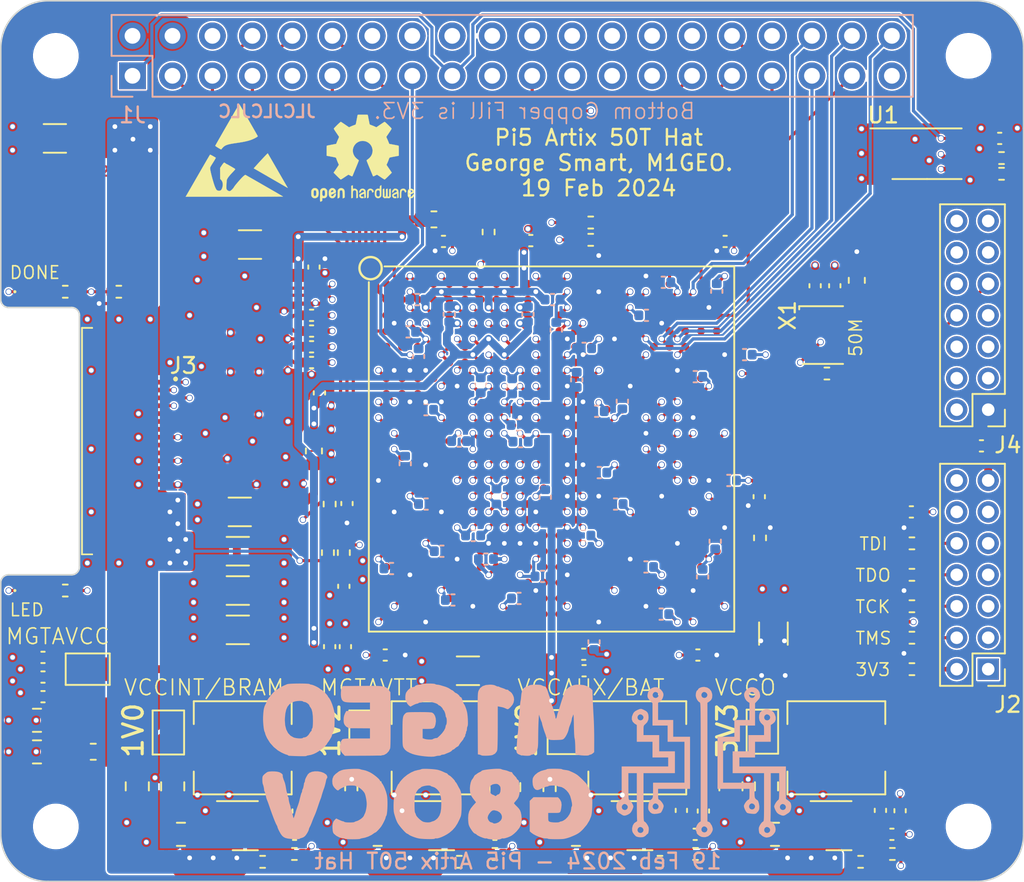
<source format=kicad_pcb>
(kicad_pcb (version 20221018) (generator pcbnew)
  (title_block (date "15 nov 2012"))
  (layers (0 "F.Cu" signal) (1 "In1.Cu" signal) (2 "In2.Cu" signal) (31 "B.Cu" signal) (34 "B.Paste" user) (35 "F.Paste" user) (36 "B.SilkS" user "B.Silkscreen") (37 "F.SilkS" user "F.Silkscreen") (38 "B.Mask" user) (39 "F.Mask" user) (44 "Edge.Cuts" user))
  (net 0 "")
  (net 1 "GND")
  (net 2 "/FPGA Top/FPGA Bank 216 (MGT)/PECKC_P")
  (net 3 "/FPGA Top/PCIE_CLKP")
  (net 4 "/FPGA Top/FPGA Bank 216 (MGT)/PECKC_N")
  (net 5 "/FPGA Top/PCIE_CLKN")
  (net 6 "/FPGA Top/FPGA Bank 216 (MGT)/PERC0_P")
  (net 7 "/FPGA Top/PCIE_RX0P")
  (net 8 "/FPGA Top/FPGA Bank 216 (MGT)/PERC0_N")
  (net 9 "/FPGA Top/PCIE_RX0N")
  (net 10 "+1V0")
  (net 11 "+1V8")
  (net 12 "Net-(D1-A)")
  (net 13 "/Raspberry Pi 5/GPIO4{slash}GPCLK0")
  (net 14 "/Raspberry Pi 5/GPIO14{slash}TXD0")
  (net 15 "/Raspberry Pi 5/GPIO15{slash}RXD0")
  (net 16 "/Raspberry Pi 5/GPIO17")
  (net 17 "/Raspberry Pi 5/GPIO18{slash}PCM.CLK")
  (net 18 "+5V")
  (net 19 "+3V3")
  (net 20 "/Raspberry Pi 5/GPIO27")
  (net 21 "/Raspberry Pi 5/GPIO22")
  (net 22 "/Raspberry Pi 5/GPIO23")
  (net 23 "/Raspberry Pi 5/GPIO24")
  (net 24 "/Raspberry Pi 5/GPIO10{slash}SPI0.MOSI")
  (net 25 "/Raspberry Pi 5/GPIO9{slash}SPI0.MISO")
  (net 26 "/Raspberry Pi 5/GPIO25")
  (net 27 "/Raspberry Pi 5/GPIO11{slash}SPI0.SCLK")
  (net 28 "/Raspberry Pi 5/GPIO8{slash}SPI0.CE0")
  (net 29 "/Raspberry Pi 5/GPIO7{slash}SPI0.CE1")
  (net 30 "/Raspberry Pi 5/ID_SDA")
  (net 31 "/Raspberry Pi 5/ID_SCL")
  (net 32 "/Raspberry Pi 5/GPIO5")
  (net 33 "/Raspberry Pi 5/GPIO6")
  (net 34 "/Raspberry Pi 5/GPIO12{slash}PWM0")
  (net 35 "/Raspberry Pi 5/GPIO13{slash}PWM1")
  (net 36 "/Raspberry Pi 5/GPIO19{slash}PCM.FS")
  (net 37 "/Raspberry Pi 5/GPIO16")
  (net 38 "/Raspberry Pi 5/GPIO26")
  (net 39 "/Raspberry Pi 5/GPIO20{slash}PCM.DIN")
  (net 40 "/Raspberry Pi 5/GPIO21{slash}PCM.DOUT")
  (net 41 "Net-(J2-Pin_2)")
  (net 42 "TMS")
  (net 43 "TCK")
  (net 44 "TDO")
  (net 45 "TDI")
  (net 48 "Net-(X1-OUT)")
  (net 49 "/FPGA Top/FPGA Bank 14/PUDC_B")
  (net 50 "/FPGA Top/FPGA Bank 216 (MGT)/MR")
  (net 65 "Net-(D2-A)")
  (net 82 "Net-(X1-EN)")
  (net 91 "/Raspberry Pi 5/GPIO2{slash}SDA1")
  (net 92 "/Raspberry Pi 5/GPIO3{slash}SCL1")
  (net 132 "/FPGA Top/PCIE_TX0N")
  (net 141 "/FPGA Top/PCIE_TX0P")
  (net 143 "/FPGA Top/PCIE_DET_WAKE")
  (net 153 "/FPGA Top/PCIE_CLKREQ_N")
  (net 154 "/FPGA Top/PCIE_RST_B")
  (net 161 "/FPGA Top/PCIE_PWR_EN")
  (net 251 "/FPGA Top/FPGA Power/SEQ1")
  (net 252 "/FPGA Top/FPGA Power/SEQ3")
  (net 253 "/FPGA Top/FPGA Power/SEQ4")
  (net 254 "/FPGA Top/FPGA Power/SEQ2")
  (net 255 "Net-(U9-SW)")
  (net 256 "Net-(U9-BST)")
  (net 257 "Net-(U10-SW)")
  (net 258 "Net-(U10-BST)")
  (net 259 "Net-(U11-SW)")
  (net 260 "Net-(U11-BST)")
  (net 261 "Net-(U12-SW)")
  (net 262 "Net-(U12-BST)")
  (net 263 "Net-(JP9-A)")
  (net 264 "Net-(JP10-A)")
  (net 265 "Net-(JP11-A)")
  (net 266 "Net-(JP12-A)")
  (net 267 "Net-(U9-FB)")
  (net 268 "Net-(U10-FB)")
  (net 269 "Net-(U11-FB)")
  (net 270 "Net-(U12-FB)")
  (net 284 "/FPGA Top/CLK50MHZ")
  (net 285 "+3.3VP")
  (net 299 "/FPGA Top/FPGA Bank 216 (MGT)/MGTAVTT")
  (net 300 "/FPGA Top/FPGA Bank 216 (MGT)/MGTAVCC")
  (net 301 "Net-(U2C-IO_L20P_T3_35)")
  (net 302 "/FPGA Top/FPGA Config/5V_SNS")
  (net 307 "+1V0_MGTAVCC")
  (net 308 "+1V2_MGTAVTT")
  (net 309 "/FPGA Top/FPGA Power/1V0_FB")
  (net 312 "/FPGA Top/FPGA Bank 15 & 16/IOHEADER0")
  (net 313 "/FPGA Top/FPGA Bank 15 & 16/IOHEADER6")
  (net 314 "/FPGA Top/FPGA Bank 15 & 16/IOHEADER1")
  (net 315 "/FPGA Top/FPGA Bank 15 & 16/IOHEADER7")
  (net 316 "/FPGA Top/FPGA Bank 15 & 16/IOHEADER2")
  (net 317 "/FPGA Top/FPGA Bank 15 & 16/IOHEADER8")
  (net 318 "/FPGA Top/FPGA Bank 15 & 16/IOHEADER3")
  (net 319 "/FPGA Top/FPGA Bank 15 & 16/IOHEADER9")
  (net 320 "/FPGA Top/FPGA Bank 15 & 16/IOHEADER4")
  (net 321 "/FPGA Top/FPGA Bank 15 & 16/IOHEADER10")
  (net 322 "/FPGA Top/FPGA Bank 15 & 16/IOHEADER5")
  (net 323 "/FPGA Top/FPGA Bank 15 & 16/IOHEADER11")
  (net 324 "/FPGA Top/FPGA_LED")
  (footprint "Capacitor_SMD:C_0402_1005Metric" (layer "F.Cu") (at 155.9 95.48 -90)
    (fp_text reference "C111" hide)
    (fp_text value "100n")
  )
  (footprint "Capacitor_SMD:C_0402_1005Metric" (layer "F.Cu") (at 119.75 67 180)
    (fp_text reference "C2" hide)
    (fp_text value "100n")
  )
  (footprint "Resistor_SMD:R_0402_1005Metric" (layer "F.Cu") (at 157.9025 80.5 180)
    (fp_text reference "R5" hide)
    (fp_text value "3.2k")
  )
  (footprint "Connector_PinHeader_2.00mm:PinHeader_2x07_P2.00mm_Vertical" (layer "F.Cu") (at 162.75 70 180)
    (fp_text reference "J4")
    (fp_text value "Molex 0878321420")
  )
  (footprint "Capacitor_SMD:C_0402_1005Metric" (layer "F.Cu") (at 119.75 65 180)
    (fp_text reference "C6" hide)
    (fp_text value "100n")
  )
  (footprint "MountingHole:MountingHole_2.7mm_M2.5" (layer "F.Cu") (at 161.5 47.5)
    (fp_text reference "MH2" hide)
    (fp_text value "MountingHole_2.7mm_M2.5" hide)
  )
  (footprint "Resistor_SMD:R_0402_1005Metric" (layer "F.Cu") (at 104.0975 81.5 180)
    (fp_text reference "R18" hide)
    (fp_text value "1k")
  )
  (footprint "Capacitor_SMD:C_0805_2012Metric" (layer "F.Cu") (at 146.4 93.95 90)
    (fp_text reference "C121" hide)
    (fp_text value "22u")
  )
  (footprint "Capacitor_SMD:C_0402_1005Metric" (layer "F.Cu") (at 137.0675 86.6 180)
    (fp_text reference "C39" hide)
    (fp_text value "4.7u")
  )
  (footprint "Resistor_SMD:R_0402_1005Metric" (layer "F.Cu") (at 154.64 98.75)
    (fp_text reference "R41" hide)
    (fp_text value "10k")
  )
  (footprint "Capacitor_SMD:C_1206_3216Metric" (layer "F.Cu") (at 103.4375 52.75)
    (fp_text reference "C8" hide)
    (fp_text value "100u")
  )
  (footprint "Resistor_SMD:R_0402_1005Metric" (layer "F.Cu") (at 144.15 98.25)
    (fp_text reference "R38" hide)
    (fp_text value "13.7k")
  )
  (footprint "Capacitor_SMD:C_0805_2012Metric" (layer "F.Cu") (at 136 94 90)
    (fp_text reference "C120" hide)
    (fp_text value "22u")
  )
  (footprint "Capacitor_SMD:C_0402_1005Metric" (layer "F.Cu") (at 162.32 72.3)
    (fp_text reference "C22" hide)
    (fp_text value "100n")
  )
  (footprint "LED_SMD:LED_0402_1005Metric" (layer "F.Cu") (at 101.985 81.5)
    (fp_text reference "D2" hide)
    (fp_text value "RED")
  )
  (footprint "Capacitor_SMD:C_0402_1005Metric" (layer "F.Cu") (at 102.6825 85.75)
    (fp_text reference "C113" hide)
    (fp_text value "100n")
  )
  (footprint "Capacitor_SMD:C_1206_3216Metric" (layer "F.Cu") (at 129.6875 86.6)
    (fp_text reference "C37" hide)
    (fp_text value "100u")
  )
  (footprint "Capacitor_SMD:C_0805_2012Metric" (layer "F.Cu") (at 121.15 93.95 90)
    (fp_text reference "C119" hide)
    (fp_text value "22u")
  )
  (footprint "Oscillator:Oscillator_SMD_EuroQuartz_XO32-4Pin_3.2x2.5mm" (layer "F.Cu") (at 152.225 65.255)
    (fp_text reference "X1")
    (fp_text value "50MHz")
  )
  (footprint "Inductor_SMD:L_Chilisin_BMRB00050518" (layer "F.Cu") (at 127.95 91.5 180)
    (fp_text reference "L2" hide)
    (fp_text value "4.7u")
  )
  (footprint "Capacitor_SMD:C_0402_1005Metric" (layer "F.Cu") (at 157.8675 76.5 180)
    (fp_text reference "C21" hide)
    (fp_text value "100n")
  )
  (footprint "Resistor_SMD:R_0402_1005Metric" (layer "F.Cu") (at 104.0975 62.5 180)
    (fp_text reference "R11" hide)
    (fp_text value "1k")
  )
  (footprint "Capacitor_SMD:C_0402_1005Metric" (layer "F.Cu") (at 130.65 95.5 -90)
    (fp_text reference "C109" hide)
    (fp_text value "100n")
  )
  (footprint "Inductor_SMD:L_0603_1608Metric" (layer "F.Cu") (at 105.875 91.75)
    (fp_text reference "FB4" hide)
    (fp_text value "600Ω@100MHz")
  )
  (footprint "Resistor_SMD:R_0402_1005Metric" (layer "F.Cu") (at 148.25 78.1525 -90)
    (fp_text reference "R12" hide)
    (fp_text value "1k")
  )
  (footprint "Capacitor_SMD:C_1206_3216Metric" (layer "F.Cu") (at 115.8375 59.5)
    (fp_text reference "C24" hide)
    (fp_text value "100u")
  )
  (footprint "Capacitor_SMD:C_0402_1005Metric" (layer "F.Cu") (at 119.75 66 180)
    (fp_text reference "C3" hide)
    (fp_text value "100n")
  )
  (footprint "Capacitor_SMD:C_0805_2012Metric" (layer "F.Cu") (at 108.675 93.95 90)
    (fp_text reference "C118" hide)
    (fp_text value "22u")
  )
  (footprint "Capacitor_SMD:C_0402_1005Metric" (layer "F.Cu") (at 163.48 52.75)
    (fp_text reference "C1" hide)
    (fp_text value "100n")
  )
  (footprint "Capacitor_SMD:C_0402_1005Metric" (layer "F.Cu") (at 119.75 64 180)
    (fp_text reference "C7" hide)
    (fp_text value "100n")
  )
  (footprint "Capacitor_SMD:C_0402_1005Metric" (layer "F.Cu") (at 153 62.12 -90)
    (fp_text reference "C94" hide)
    (fp_text value "4.7u")
  )
  (footprint "Resistor_SMD:R_0402_1005Metric" (layer "F.Cu") (at 121.8 79.09 90)
    (fp_text reference "R15" hide)
    (fp_text value "10k")
  )
  (footprint "Capacitor_SMD:C_0402_1005Metric" (layer "F.Cu") (at 137.045 85.55 180)
    (fp_text reference "C41" hide)
    (fp_text value "4.7u")
  )
  (footprint "Resistor_SMD:R_0402_1005Metric" (layer "F.Cu") (at 157.9025 78.5 180)
    (fp_text reference "R6" hide)
    (fp_text value "3.2k")
  )
  (footprint "Resistor_SMD:R_0402_1005Metric" (layer "F.Cu") (at 129.14 98.75)
    (fp_text reference "R37" hide)
    (fp_text value "10k")
  )
  (footprint "Capacitor_SMD:C_0805_2012Metric" (layer "F.Cu") (at 149.2 97)
    (fp_text reference "C104" hide)
    (fp_text value "22u")
  )
  (footprint "Capacitor_SMD:C_0402_1005Metric" (layer "F.Cu") (at 128.1325 59.3 180)
    (fp_text reference "C67" hide)
    (fp_text value "4.7u")
  )
  (footprint "Capacitor_SMD:C_1206_3216Metric" (layer "F.Cu") (at 115.0625 84)
    (fp_text reference "C23" hide)
    (fp_text value "100u")
  )
  (footprint "Capacitor_SMD:C_0402_1005Metric" (layer "F.Cu") (at 119.9 60.9325 90)
    (fp_text reference "C70" hide)
    (fp_text value "4.7u")
  )
  (footprint "Capacitor_SMD:C_0805_2012Metric" (layer "F.Cu") (at 111.45 97)
    (fp_text reference "C101" hide)
    (fp_text value "22u")
  )
  (footprint "Resistor_SMD:R_0402_1005Metric" (layer "F.Cu") (at 131.4 98.25)
    (fp_text reference "R36" hide)
    (fp_text value "5.76k")
  )
  (footprint "Resistor_SMD:R_0402_1005Metric" (layer "F.Cu") (at 120.79 79.09 -90)
    (fp_text reference "R14" hide)
    (fp_text value "45k")
  )
  (footprint "Package_SO:TSSOP-8_4.4x3mm_P0.65mm" (layer "F.Cu") (at 158.8625 53.725)
    (fp_text reference "U1")
    (fp_text value "BL24C256A")
  )
  (footprint "Capacitor_SMD:C_0805_2012Metric" (layer "F.Cu") (at 123.4 93.95 90)
    (fp_text reference "C115" hide)
    (fp_text value "22u")
  )
  (footprint "Capacitor_SMD:C_0805_2012Metric" (layer "F.Cu") (at 110.925 93.95 90)
    (fp_text reference "C114" hide)
    (fp_text value "22u")
  )
  (footprint "Capacitor_SMD:C_1206_3216Metric" (layer "F.Cu") (at 115.0625 79 180)
    (fp_text reference "C96" hide)
    (fp_text value "100u")
  )
  (footprint "Capacitor_SMD:C_1206_3216Metric" (layer "F.Cu") (at 149.1 84.2375 -90)
    (fp_text reference "C77" hide)
    (fp_text value "100u")
  )
  (footprint "Capacitor_SMD:C_0805_2012Metric" (layer "F.Cu") (at 123.95 97)
    (fp_text reference "C102" hide)
    (fp_text value "22u")
  )
  (footprint "Resistor_SMD:R_0402_1005Metric" (layer "F.Cu") (at 157.9025 82.5)
    (fp_text reference "R7" hide)
    (fp_text value "3.2k")
  )
  (footprint "Package_TO_SOT_SMD:TSOT-23-6" (layer "F.Cu") (at 128.0125 96.45)
    (fp_text reference "U10" hide)
    (fp_text value "AP62200TWU-7")
  )
  (footprint "Inductor_SMD:L_Chilisin_BMRB00050518" (layer "F.Cu") (at 140.45 91.5 180)
    (fp_text reference "L3" hide)
    (fp_text value "4.7u")
  )
  (footprint "Inductor_SMD:L_0603_1608Metric" (layer "F.Cu") (at 154.4 61.77625 -90)
    (fp_text reference "FB3" hide)
    (fp_text value "600Ω@100MHz")
  )
  (footprint "Capacitor_SMD:C_0402_1005Metric" (layer "F.Cu") (at 148.2 75.5325 -90)
    (fp_text reference "C65" hide)
    (fp_text value "4.7u")
  )
  (footprint "Inductor_SMD:L_Chilisin_BMRB00050518" (layer "F.Cu") (at 115.375 91.5 180)
    (fp_text reference "L1" hide)
    (fp_text value "4.7u")
  )
  (footprint "Resistor_SMD:R_0402_1005Metric" (layer "F.Cu") (at 137.49 59.2)
    (fp_text reference "R8" hide)
    (fp_text value "3.2k")
  )
  (footprint "Capacitor_SMD:C_0402_1005Metric" (layer "F.Cu") (at 131.4 97)
    (fp_text reference "C17" hide)
    (fp_text value "22n")
  )
  (footprint "Capacitor_SMD:C_0402_1005Metric" (layer "F.Cu") (at 133.6825 59.25 180)
    (fp_text reference "C10" hide)
    (fp_text value "4.7u")
  )
  (footprint "Jumper:SolderJumper-2_P1.3mm_Open_TrianglePad1.0x1.5mm" (layer "F.Cu") (at 148.4 90.475 90)
    (fp_text reference "JP12" hide)
    (fp_text value "JUMPER")
  )
  (footprint "Resistor_SMD:R_0402_1005Metric" (layer "F.Cu") (at 163.5975 55)
    (fp_text reference "R1" hide)
    (fp_text value "3.2k")
  )
  (footprint "MountingHole:MountingHole_2.7mm_M2.5" (layer "F.Cu") (at 103.5 96.5)
    (fp_text reference "MH3" hide)
    (fp_text value "MountingHole_2.7mm_M2.5" hide)
  )
  (footprint "Package_TO_SOT_SMD:TSOT-23-6" (layer "F.Cu") (at 115.5375 96.45)
    (fp_text reference "U9" hide)
    (fp_text value "AP62200TWU-7")
  )
  (footprint "Capacitor_SMD:C_0402_1005Metric" (layer "F.Cu") (at 118.67 97)
    (fp_text reference "C9" hide)
    (fp_text value "10n")
  )
  (footprint "Resistor_SMD:R_0402_1005Metric" (layer "F.Cu") (at 157.9025 84.5 180)
    (fp_text reference "R3" hide)
    (fp_text value "3.2k")
  )
  (footprint "MountingHole:MountingHole_2.7mm_M2.5" (layer "F.Cu") (at 103.5 47.5)
    (fp_text reference "MH1" hide)
    (fp_text value "MountingHole_2.7mm_M2.5" hide)
  )
  (footprint "Resistor_SMD:R_0402_1005Metric" (layer "F.Cu") (at 116.64 98.75)
    (fp_text reference "R35" hide)
    (fp_text value "10k")
  )
  (footprint "Resistor_SMD:R_0402_1005Metric" (layer "F.Cu") (at 141.89 98.75)
    (fp_text reference "R39" hide)
    (fp_text value "10k")
  )
  (footprint "Capacitor_SMD:C_0402_1005Metric" (layer "F.Cu") (at 102.6825 87)
    (fp_text reference "C112" hide)
    (fp_text value "100n")
  )
  (footprint "Capacitor_SMD:C_0805_2012Metric" (layer "F.Cu") (at 136.55 97)
    (fp_text reference "C103" hide)
    (fp_text value "22u")
  )
  (footprint "Capacitor_SMD:C_0805_2012Metric" (layer "F.Cu") (at 102.3 89.75)
    (fp_text reference "C105" hide)
    (fp_text value "22u")
  )
  (footprint "Capacitor_SMD:C_1206_3216Metric" (layer "F.Cu") (at 115.1875 76.5)
    (fp_text reference "C79" hide)
    (fp_text value "100u")
  )
  (footprint "Capacitor_SMD:C_0805_2012Metric" (layer "F.Cu") (at 133.75 94 90)
    (fp_text reference "C116" hide)
    (fp_text value "22u")
  )
  (footprint "Capacitor_SMD:C_0402_1005Metric" (layer "F.Cu") (at 144.13 97)
    (fp_text reference "C18" hide)
    (fp_text value "10n")
  )
  (footprint "Capacitor_SMD:C_0402_1005Metric" (layer "F.Cu") (at 102.6825 88.25)
    (fp_text reference "C107" hide)
    (fp_text value "4.7u")
  )
  (footprint "Inductor_SMD:L_Chilisin_BMRB00050518" (layer "F.Cu") (at 153.1 91.5 180)
    (fp_text reference "L4" hide)
    (fp_text value "4.7u")
  )
  (footprint "Capacitor_SMD:C_0402_1005Metric" (layer "F.Cu") (at 120.25 68.9325 -90)
    (fp_text reference "C15" hide)
    (fp_text value "4.7u")
  )
  (footprint "68711614522:68711614522" (layer "F.Cu") (at 107.31 72 -90)
    (fp_text reference "J3")
    (fp_text value "68711614522" hide)
  )
  (footprint "Inductor_SMD:L_0603_1608Metric" (layer "F.Cu") (at 119.9 72.625 90)
    (fp_text reference "FB1" hide)
    (fp_text value "600Ω@100MHz")
  )
  (footprint "Capacitor_SMD:C_0402_1005Metric" (layer "F.Cu") (at 122 75.9675 -90)
    (fp_text reference "C76" hide)
    (fp_text value "4.7u")
  )
  (footprint "Capacitor_SMD:C_0402_1005Metric" (layer "F.Cu") (at 156.63 97)
    (fp_text reference "C20" hide)
    (fp_text value "22n")
  )
  (footprint "Package_BGA:Xilinx_FGG484" (layer "F.Cu") (at 135 72.5)
    (fp_text reference "U2" hide)
    (fp_text value "XC7A50T-FGG484")
  )
  (footprint "Jumper:SolderJumper-2_P1.3mm_Open_TrianglePad1.0x1.5mm" (layer "F.Cu") (at 135.75 90.5 90)
    (fp_text reference "JP11" hide)
    (fp_text value "JUMPER")
  )
  (footprint "Resistor_SMD:R_0402_1005Metric" (layer "F.Cu") (at 118.66 98.25)
    (fp_text reference "R34" hide)
    (fp_text value "3.2k")
  )
  (footprint "Symbol:ESD-Logo_6.6x6mm_SilkScreen" (layer "F.Cu") (at 115 53.5)
    (fp_text reference "REF**" hide)
    (fp_text value "ESD-Logo_6.6x6mm_SilkScreen" hide)
  )
  (footprint "Jumper:SolderJumper-2_P1.3mm_Open_TrianglePad1.0x1.5mm" (layer "F.Cu") (at 105.525 86.5)
    (fp_text reference "JP8" hide)
    (fp_text value "JUMPER")
  )
  (footprint "Capacitor_SMD:C_0402_1005Metric" (layer "F.Cu") (at 120.9 85.0675 90)
    (fp_text reference "C27" hide)
    (fp_text value "4.7u")
  )
  (footprint "Resistor_SMD:R_0402_1005Metric" (layer "F.Cu") (at 137.49 58.1)
    (fp_text reference "R9" hide)
    (fp_text value "3.2k")
  )
  (footprint "Capacitor_SMD:C_0402_1005Metric" (layer "F.Cu") (at 146.0325 59.3 180)
    (fp_text reference "C50" hide)
    (fp_text value "4.7u")
  )
  (footprint "Resistor_SMD:R_0402_1005Metric" (layer "F.Cu") (at 157.9025 86.5 180)
    (fp_text reference "R4" hide)
    (fp_text value "10")
  )
  (footprint "Resistor_SMD:R_0402_1005Metric" (layer "F.Cu") (at 156.66 98.25)
    (fp_text reference "R40" hide)
    (fp_text value "33.2k")
  )
  (footprint "Resistor_SMD:R_0402_1005Metric" (layer "F.Cu") (at 131 58.7025 90)
    (fp_text reference "R13" hide)
    (fp_text value "100")
  )
  (footprint "Capacitor_SMD:C_0805_2012Metric" (layer "F.Cu") (at 148.66 93.95 90)
    (fp_text reference "C117" hide)
    (fp_text value "22u")
  )
  (footprint "Resistor_SMD:R_0402_1005Metric" (layer "F.Cu") (at 120.9 76.0025 -90)
    (fp_text reference "R17" hide)
    (fp_text value "3.2k")
  )
  (footprint "MountingHole:MountingHole_2.7mm_M2.5" (layer "F.Cu") (at 161.5 96.5)
    (fp_text reference "MH4" hide)
    (fp_text value "MountingHole_2.7mm_M2.5" hide)
  )
  (footprint "Capacitor_SMD:C_0402_1005Metric" (layer "F.Cu") (at 144.3 85.6)
    (fp_text reference "C26" hide)
    (fp_text value "4.7u")
  )
  (footprint "Resistor_SMD:R_0402_1005Metric" (layer "F.Cu") (at 152.5 67.7)
    (fp_text reference "R16" hide)
    (fp_text value "10")
  )
  (footprint "Jumper:SolderJumper-2_P1.3mm_Open_TrianglePad1.0x1.5mm" (layer "F.Cu") (at 123.15 90.525 90)
    (fp_text reference "JP10" hide)
    (fp_text value "JUMPER")
  )
  (footprint "Capacitor_SMD:C_0402_1005Metric" (layer "F.Cu") (at 121.8 81.2325 -90)
    (fp_text reference "C25" hide)
    (fp_text value "4.7u")
  )
  (footprint "Resistor_SMD:R_0402_1005Metric" (layer "F.Cu") (at 107.5 62.5 180)
    (fp_text reference "R10" hide)
    (fp_text value "330")
  )
  (footprint "Jumper:SolderJumper-2_P1.3mm_Open_TrianglePad1.0x1.5mm" (layer "F.Cu") (at 110.65 90.525 90)
    (fp_text reference "JP9" hide)
    (fp_text value "JUMPER")
  )
  (footprint "Capacitor_SMD:C_0402_1005Metric" (layer "F.Cu") (at 144.65 95.52 90)
    (fp_text reference "C14" hide)
    (fp_text value "22n")
  )
  (footprint "Connector_PinHeader_2.00mm:PinHeader_2x07_P2.00mm_Vertical" (layer "F.Cu") (at 162.75 86.5 180)
    (fp_text reference "J2")
    (fp_text value "Molex 0878321420")
  )
  (footprint "Capacitor_SMD:C_0402_1005Metric" (layer "F.Cu") (at 121.9 85.0675 90)
    (fp_text reference "C35" hide)
    (fp_text value "4.7u")
  )
  (footprint "Capacitor_SMD:C_0805_2012Metric" (layer "F.Cu") (at 102.3 91.76)
    (fp_text reference "C106" hide)
    (fp_text value "22u")
  )
  (footprint "Inductor_SMD:L_0603_1608Metric" (layer "F.Cu") (at 127.525 57.9 180)
    (fp_text reference "FB2" hide)
    (fp_text value "600Ω@100MHz")
  )
  (footprint "Symbol:OSHW-Logo2_7.3x6mm_SilkScreen" (layer "F.Cu") (at 123 54)
    (fp_text reference "REF**" hide)
    (fp_text value "OSHW-Logo2_7.3x6mm_SilkScreen" hide)
  )
  (footprint "Package_TO_SOT_SMD:TSOT-23-6" (layer "F.Cu") (at 153.2625 96.45)
    (fp_text reference "U12" hide)
    (fp_text value "AP62200TWU-7")
  )
  (footprint "Capacitor_SMD:C_0402_1005Metric" (layer "F.Cu") (at 151.75 62.12 -90)
    (fp_text reference "C93" hide)
    (fp_text value "100n")
  )
  (footprint "Capacitor_SMD:C_0402_1005Metric" (layer "F.Cu") (at 124.4325 85.6)
    (fp_text reference "C54" hide)
    (fp_text value "4.7u")
  )
  (footprint "Capacitor_SMD:C_0402_1005Metric" (layer "F.Cu") (at 143.25 95.48 -90)
    (fp_text reference "C110" hide)
    (fp_text value "100n")
  )
  (footprint "Resistor_SMD:R_0402_1005Metric" (layer "F.Cu") (at 163.5975 54)
    (fp_text reference "R2" hide)
    (fp_text value "3.2k")
  )
  (footprint "LED_SMD:LED_0402_1005Metric" (layer "F.Cu") (at 101.985 62.5)
    (fp_text reference "D1" hide)
    (fp_text value "RED")
  )
  (footprint "Capacitor_SMD:C_1206_3216Metric" (layer "F.Cu") (at 115.0625 81.5)
    (fp_text reference "C78" hide)
    (fp_text value "100u")
  )
  (footprint "Capacitor_SMD:C_0402_1005Metric" (layer "F.Cu") (at 157.15 95.5 90)
    (fp_text reference "C16" hide)
    (fp_text value "22n")
  )
  (footprint "Capacitor_SMD:C_0402_1005Metric" (layer "F.Cu") (at 118.175 95.52 -90)
    (fp_text reference "C108" hide)
    (fp_text value "100n")
  )
  (footprint "Package_TO_SOT_SMD:TSOT-23-6" (layer "F.Cu") (at 140.6125 96.45)
    (fp_text reference "U11" hide)
    (fp_text value "AP62200TWU-7")
  )
  (footprint "Connector_PinSocket_2.54mm:PinSocket_2x20_P2.54mm_Vertical" (layer "B.Cu") (at 108.37 48.77 -90)
    (fp_text reference "J1")
    (fp_text value "GPIO")
  )
  (footprint "Capacitor_SMD:C_0402_1005Metric" (layer "B.Cu") (at 141 80 180)
    (fp_text reference "C40" hide)
    (fp_text value "100n")
  )
  (footprint "Capacitor_SMD:C_0402_1005Metric" (layer "B.Cu") (at 139.0675 76 180)
    (fp_text reference "C62" hide)
    (fp_text value "100n")
  )
  (footprint "Capacitor_SMD:C_0402_1005Metric" (layer "B.Cu") (at 144.1325 67.9 180)
    (fp_text reference "C38" hide)
    (fp_text value "100n")
  )
  (footprint "Capacitor_SMD:C_0402_1005Metric" (layer "B.Cu") (at 130.8325 79.5)
    (fp_text reference "C29" hide)
    (fp_text value "100n")
  )
  (footprint "Capacitor_SMD:C_0402_1005Metric" (layer "B.Cu") (at 128.7325 82.1)
    (fp_text reference "C33" hide)
    (fp_text value "100n")
  )
  (footprint "Capacitor_SMD:C_0402_1005Metric" (layer "B.Cu") (at 125.7 73.4325 -90)
    (fp_text reference "C72" hide)
    (fp_text value "100n")
  )
  (footprint "Capacitor_SMD:C_0402_1005Metric" (layer "B.Cu") (at 137.8675 70.1 180)
    (fp_text reference "C48" hide)
    (fp_text value "100n")
  )
  (footprint "Capacitor_SMD:C_0402_1005Metric" (layer "B.Cu") (at 136.6 68.1 -90)
    (fp_text reference "C43" hide)
    (fp_text value "100n")
  )
  (footprint "Capacitor_SMD:C_0402_1005Metric" (layer "B.Cu") (at 141.9675 83 180)
    (fp_text reference "C57" hide)
    (fp_text value "100n")
  )
  (footprint "Capacitor_SMD:C_0402_1005Metric" (layer "B.Cu") (at 133.5 63.9325 -90)
    (fp_text reference "C11" hide)
    (fp_text value "100n")
  )
  (footprint "Capacitor_SMD:C_0402_1005Metric" (layer "B.Cu") (at 126.55 66.6175 -90)
    (fp_text reference "C74" hide)
    (fp_text value "100n")
  )
  (footprint "Capacitor_SMD:C_0402_1005Metric" (layer "B.Cu") (at 137.02 78 180)
    (fp_text reference "C19" hide)
    (fp_text value "100n")
  )
  (footprint "Capacitor_SMD:C_0402_1005Metric" (layer "B.Cu") (at 132.5 68.52 -90)
    (fp_text reference "C34" hide)
    (fp_text value "100n")
  )
  (footprint "Capacitor_SMD:C_0402_1005Metric" (layer "B.Cu") (at 137.0675 66.1 180)
    (fp_text reference "C13" hide)
    (fp_text value "100n")
  )
  (footprint "Capacitor_SMD:C_0402_1005Metric" (layer "B.Cu") (at 132.9325 82)
    (fp_text reference "C55" hide)
    (fp_text value "100n")
  )
  (footprint "Capacitor_SMD:C_0402_1005Metric" (layer "B.Cu") (at 145.5 62.4675 -90)
    (fp_text reference "C58" hide)
    (fp_text value "100n")
  )
  (footprint "Capacitor_SMD:C_0402_1005Metric" (layer "B.Cu") (at 145.4 78.3675 90)
    (fp_text reference "C63" hide)
    (fp_text value "100n")
  )
  (footprint "Capacitor_SMD:C_0402_1005Metric" (layer "B.Cu") (at 130.5 68.45 -90)
    (fp_text reference "C32" hide)
    (fp_text value "100n")
  )
  (footprint "Capacitor_SMD:C_0402_1005Metric" (layer "B.Cu") (at 127.0325 76)
    (fp_text reference "C51" hide)
    (fp_text value "100n")
  )
  (footprint "Capacitor_SMD:C_0402_1005Metric" (layer "B.Cu") (at 139.5 69.4675 90)
    (fp_text reference "C47" hide)
    (fp_text value "100n")
  )
  (footprint "Capacitor_SMD:C_0402_1005Metric" (layer "B.Cu") (at 127.02 70 180)
    (fp_text reference "C73" hide)
    (fp_text value "100n")
  )
  (footprint "LOGO" (layer "B.Cu") (at 133.4 92.4 180)
    (fp_text reference "G***" hide)
    (fp_text value "LOGO" hide)
  )
  (footprint "Capacitor_SMD:C_0402_1005Metric" (layer "B.Cu") (at 128.0325 79)
    (fp_text reference "C68" hide)
    (fp_text value "100n")
  )
  (footprint "Capacitor_SMD:C_0402_1005Metric" (layer "B.Cu") (at 138.0325 74 180)
    (fp_text reference "C61" hide)
    (fp_text value "100n")
  )
  (footprint "Capacitor_SMD:C_0402_1005Metric" (layer "B.Cu") (at 135.3 64.9325 -90)
    (fp_text reference "C45" hide)
    (fp_text value "100n")
  )
  (footprint "Capacitor_SMD:C_0402_1005Metric" (layer "B.Cu") (at 125.8825 65.05 180)
    (fp_text reference "C75" hide)
    (fp_text value "100n")
  )
  (footprint "Capacitor_SMD:C_0402_1005Metric" (layer "B.Cu") (at 142.1 61.9 180)
    (fp_text reference "C53" hide)
    (fp_text value "100n")
  )
  (footprint "Capacitor_SMD:C_0402_1005Metric" (layer "B.Cu") (at 131.5 75.52 -90)
    (fp_text reference "C31" hide)
    (fp_text value "100n")
  )
  (footprint "Capacitor_SMD:C_0402_1005Metric" (layer "B.Cu") (at 147.2675 66.5 180)
    (fp_text reference "C59" hide)
    (fp_text value "100n")
  )
  (footprint "Capacitor_SMD:C_0402_1005Metric" (layer "B.Cu") (at 126.4675 63)
    (fp_text reference "C5" hide)
    (fp_text value "100n")
  )
  (footprint "Capacitor_SMD:C_0402_1005Metric" (layer "B.Cu") (at 129.1325 72)
    (fp_text reference "C28" hide)
    (fp_text value "4.7u")
  )
  (footprint "Capacitor_SMD:C_0402_1005Metric" (layer "B.Cu") (at 130.02 78)
    (fp_text reference "C30" hide)
    (fp_text value "100n")
  )
  (footprint "Capacitor_SMD:C_0402_1005Metric" (layer "B.Cu") (at 141.0325 64)
    (fp_text reference "C66" hide)
    (fp_text value "100n")
  )
  (footprint "Capacitor_SMD:C_0402_1005Metric" (layer "B.Cu") (at 134.6 75.5675 -90)
    (fp_text reference "C44" hide)
    (fp_text value "100n")
  )
  (footprint "Capacitor_SMD:C_0402_1005Metric" (layer "B.Cu") (at 135.0675 63 180)
    (fp_text reference "C4" hide)
    (fp_text value "100n")
  )
  (footprint "Capacitor_SMD:C_0402_1005Metric" (layer "B.Cu") (at 128.5 63.9325 -90)
    (fp_text reference "C12" hide)
    (fp_text value "100n")
  )
  (footprint "Capacitor_SMD:C_0402_1005Metric" (layer "B.Cu") (at 132.9075 70.975)
    (fp_text reference "C42" hide)
    (fp_text value "100n")
  )
  (footprint "Capacitor_SMD:C_0402_1005Metric" (layer "B.Cu") (at 146.2675 74.5 180)
    (fp_text reference "C49" hide)
    (fp_text value "100n")
  )
  (footprint "Capacitor_SMD:C_0402_1005Metric" (layer "B.Cu") (at 137.7 84.7675 90)
    (fp_text reference "C56" hide)
    (fp_text value "100n")
  )
  (footprint "Capacitor_SMD:C_0402_1005Metric" (layer "B.Cu") (at 144.6 80.6325 -90)
    (fp_text reference "C64" hide)
    (fp_text value "100n")
  )
  (footprint "Capacitor_SMD:C_0402_1005Metric" (layer "B.Cu") (at 124.8325 80.1)
    (fp_text reference "C69" hide)
    (fp_text value "100n")
  )
  (footprint "Capacitor_SMD:C_0402_1005Metric" (layer "B.Cu") (at 134.4325 80.6)
    (fp_text reference "C46" hide)
    (fp_text value "100n")
  )
  (footprint "Capacitor_SMD:C_0402_1005Metric" (layer "B.Cu") (at 133.0325 72.0325)
    (fp_text reference "C36" hide)
    (fp_text value "100n")
  )
  (gr_circle (center 123.5 61) (end 124 60.5) (stroke (width 0.15)) (fill none) (layer "F.SilkS"))
  (gr_arc (start 100 47) (mid 100.87868 44.87868) (end 103 44) (stroke (width 0.1)) (layer "Edge.Cuts"))
  (gr_arc (start 100.5 63.5) (mid 100.146447 63.353553) (end 100 63) (stroke (width 0.1)) (layer "Edge.Cuts"))
  (gr_line (start 165 97) (end 165 47) (stroke (width 0.1)) (layer "Edge.Cuts"))
  (gr_line (start 100 47) (end 100 63) (stroke (width 0.1)) (layer "Edge.Cuts"))
  (gr_arc (start 103 100) (mid 100.87868 99.12132) (end 100 97) (stroke (width 0.1)) (layer "Edge.Cuts"))
  (gr_line (start 103 100) (end 162 100) (stroke (width 0.1)) (layer "Edge.Cuts"))
  (gr_line (start 104.5 80.5) (end 100.5 80.5) (stroke (width 0.1)) (layer "Edge.Cuts"))
  (gr_arc (start 162 44) (mid 164.12132 44.87868) (end 165 47) (stroke (width 0.1)) (layer "Edge.Cuts"))
  (gr_arc (start 100 81) (mid 100.146138 80.646755) (end 100.499127 80.500001) (stroke (width 0.1)) (layer "Edge.Cuts"))
  (gr_arc (start 165 97) (mid 164.12132 99.12132) (end 162 100) (stroke (width 0.1)) (layer "Edge.Cuts"))
  (gr_line (start 105 64) (end 105 80) (stroke (width 0.1)) (layer "Edge.Cuts"))
  (gr_line (start 162 44) (end 103 44) (stroke (width 0.1)) (layer "Edge.Cuts"))
  (gr_line (start 100 81) (end 100 97) (stroke (width 0.1)) (layer "Edge.Cuts"))
  (gr_line (start 100.5 63.5) (end 104.5 63.5) (stroke (width 0.1)) (layer "Edge.Cuts"))
  (gr_arc (start 105 80) (mid 104.853553 80.353553) (end 104.5 80.5) (stroke (width 0.1)) (layer "Edge.Cuts"))
  (gr_arc (start 104.5 63.5) (mid 104.853553 63.646447) (end 105 64) (stroke (width 0.1)) (layer "Edge.Cuts"))
  (gr_text "M1GEO 19/02/2024" (at 100.4 55.2) (layer "F.Cu") (effects (font (size 0.6 0.6) (thickness 0.125) bold) (justify left bottom)))
  (gr_text "Bottom Copper Fill is 3V3." (at 144.2 51.6) (layer "B.SilkS") (effects (font (size 1 1) (thickness 0.1)) (justify left bottom mirror)))
  (gr_text "19 Feb 2024 - Pi5 Artix 50T Hat" (at 145.9 99.3) (layer "B.SilkS") (effects (font (size 1 1)) (justify left bottom mirror)))
  (gr_text "JLCJLCJLC" (at 120.1 51.5) (layer "B.SilkS") (effects (font (size 0.8 0.8)) (justify left bottom mirror)))
  (gr_text "VCCAUX/BAT" (at 132.75 88.25) (layer "F.SilkS") (effects (font (size 1 1) (thickness 0.1)) (justify left bottom)))
  (gr_text "1V8" (at 134.15 92.25 90) (layer "F.SilkS") (effects (font (size 1.25 1.25) (thickness 0.2)) (justify left bottom)))
  (gr_text "MGTAVTT" (at 120.25 88.25) (layer "F.SilkS") (effects (font (size 1 1) (thickness 0.1)) (justify left bottom)))
  (gr_text "VCCO" (at 145.3 88.25) (layer "F.SilkS") (effects (font (size 1 1) (thickness 0.1)) (justify left bottom)))
  (gr_text "LED" (at 100.5 83.2) (layer "F.SilkS") (effects (font (size 0.8 0.8) (thickness 0.1)) (justify left bottom)))
  (gr_text "50M" (at 154.8 66.7 90) (layer "F.SilkS") (effects (font (size 0.8 0.8) (thickness 0.1)) (justify left bottom)))
  (gr_text "MGTAVCC" (at 100.25 85) (layer "F.SilkS") (effects (font (size 1 1) (thickness 0.1)) (justify left bottom)))
  (gr_text "VCCINT/BRAM" (at 107.75 88.25) (layer "F.SilkS") (effects (font (size 1 1) (thickness 0.1)) (justify left bottom)))
  (gr_text "TCK" (at 154.25 83) (layer "F.SilkS") (effects (font (size 0.8 0.8) (thickness 0.1)) (justify left bottom)))
  (gr_text "3V3" (at 154.25 87) (layer "F.SilkS") (effects (font (size 0.8 0.8) (thickness 0.1)) (justify left bottom)))
  (gr_text "DONE" (at 100.5 61.75) (layer "F.SilkS") (effects (font (size 0.8 0.8) (thickness 0.1)) (justify left bottom)))
  (gr_text "1V0" (at 109.15 92.25 90) (layer "F.SilkS") (effects (font (size 1.25 1.25) (thickness 0.2)) (justify left bottom)))
  (gr_text "TMS" (at 154.25 85) (layer "F.SilkS") (effects (font (size 0.8 0.8) (thickness 0.1)) (justify left bottom)))
  (gr_text "TDI" (at 154.5 79) (layer "F.SilkS") (effects (font (size 0.8 0.8) (thickness 0.1)) (justify left bottom)))
  (gr_text "Pi5 Artix 50T Hat\nGeorge Smart, M1GEO.\n19 Feb 2024" (at 138 56.5) (layer "F.SilkS") (effects (font (size 1 1)) (justify bottom)))
  (gr_text "TDO" (at 154.25 81) (layer "F.SilkS") (effects (font (size 0.8 0.8) (thickness 0.1)) (justify left bottom)))
  (gr_text "1V2" (at 121.65 92.25 90) (layer "F.SilkS") (effects (font (size 1.25 1.25) (thickness 0.2)) (justify left bottom)))
  (gr_text "3V3" (at 146.9 92.25 90) (layer "F.SilkS") (effects (font (size 1.25 1.25) (thickness 0.2)) (justify left bottom)))
  (segment (start 130.5 68) (end 130 67.5) (width 0.2) (layer "F.Cu") (net 1))
  (segment (start 146.26 95.04) (end 146.4 94.9) (width 0.2) (layer "F.Cu") (net 1))
  (segment (start 135.5 62) (end 136 61.5) (width 0.2) (layer "F.Cu") (net 1))
  (segment (start 130.5 75) (end 130 75.5) (width 0.2) (layer "F.Cu") (net 1))
  (segment (start 131.88 97) (end 133 97) (width 0.2) (layer "F.Cu") (net 1))
  (segment (start 143.7325 85.6) (end 143.1 85.6) (width 0.2) (layer "F.Cu") (net 1))
  (segment (start 135.5 63) (end 136 62.5) (width 0.2) (layer "F.Cu") (net 1))
  (segment (start 142.5 83) (end 143 83.5) (width 0.2) (layer "F.Cu") (net 1))
  (segment (start 135.5 64) (end 136 63.5) (width 0.2) (layer "F.Cu") (net 1))
  (segment (start 148.25 98.85) (end 148.25 97) (width 0.25) (layer "F.Cu") (net 1))
  (segment (start 141.3475 98.75) (end 140.7025 99.395) (width 0.25) (layer "F.Cu") (net 1))
  (segment (start 110.5 97) (end 110.5 98.85) (width 0.25) (layer "F.Cu") (net 1))
  (segment (start 134.25 59.25) (end 134.25 58.94) (width 0.5) (layer "F.Cu") (net 1))
  (segment (start 115.4 99.5) (end 116.13 98.77) (width 0.25) (layer "F.Cu") (net 1))
  (segment (start 128.5 66) (end 128 66.5) (width 0.2) (layer "F.Cu") (net 1))
  (segment (start 128.5 62) (end 128 61.5) (width 0.2) (layer "F.Cu") (net 1))
  (segment (start 130.5 62) (end 130 61.5) (width 0.2) (layer "F.Cu") (net 1))
  (segment (start 124.5 79) (end 124 79.5) (width 0.2) (layer "F.Cu") (net 1))
  (segment (start 126.5 63) (end 126 62.5) (width 0.2) (layer "F.Cu") (net 1))
  (segment (start 110.5 98.85) (end 111.15 99.5) (width 0.25) (layer "F.Cu") (net 1))
  (segment (start 131.5 65) (end 131 64.5) (width 0.2) (layer "F.Cu") (net 1))
  (segment (start 157.3925 82.5) (end 157.3925 83.1425) (width 0.2) (layer "F.Cu") (net 1))
  (segment (start 157.11 97) (end 157.75 97) (width 0.2) (layer "F.Cu") (net 1))
  (segment (start 144.5 69) (end 145 68.5) (width 0.2) (layer "F.Cu") (net 1))
  (segment (start 133.5 70) (end 133 69.5) (width 0.2) (layer "F.Cu") (net 1))
  (segment (start 135.5 76) (end 136 76.5) (width 0.2) (layer "F.Cu") (net 1))
  (segment (start 142.5 73) (end 143 73.5) (width 0.2) (layer "F.Cu") (net 1))
  (segment (start 138.5 81) (end 139 81.5) (width 0.2) (layer "F.Cu") (net 1))
  (segment (start 132.5 77) (end 132 77.5) (width 0.2) (layer "F.Cu") (net 1))
  (segment (start 124.5 69) (end 125 69.5) (width 0.2) (layer "F.Cu") (net 1))
  (segment (start 151.75 61.4275) (end 151.75 60.8125) (width 0.5) (layer "F.Cu") (net 1))
  (segment (start 127.5 66) (end 127 65.5) (width 0.2) (layer "F.Cu") (net 1))
  (segment (start 134.5 62) (end 134 61.5) (width 0.2) (layer "F.Cu") (net 1))
  (segment (start 133.5 64) (end 133 63.5) (width 0.2) (layer "F.Cu") (net 1))
  (segment (start 147.735 74.5) (end 148.2 74.965) (width 0.2) (layer "F.Cu") (net 1))
  (segment (start 132.5 72) (end 132 71.5) (width 0.2) (layer "F.Cu") (net 1))
  (segment (start 148.9 99.5) (end 148.25 98.85) (width 0.25) (layer "F.Cu") (net 1))
  (segment (start 121.1 74.5) (end 121 74.5) (width 0.2) (layer "F.Cu") (net 1))
  (segment (start 129.5 74) (end 129 74.5) (width 0.2) (layer "F.Cu") (net 1))
  (segment (start 127.5 65) (end 127 64.5) (width 0.2) (layer "F.Cu") (net 1))
  (segment (start 146.6 59.3) (end 146.6 59.9) (width 0.2) (layer "F.Cu") (net 1))
  (segment (start 111.15 99.5) (end 115.4 99.5) (width 0.25) (layer "F.Cu") (net 1))
  (segment (start 137.5 68) (end 138 67.5) (width 0.2) (layer "F.Cu") (net 1))
  (segment (start 100.5 62.5) (end 101.5 62.5) (width 0.2) (layer "F.Cu") (net 1))
  (segment (start 130.5 73) (end 130 73.5) (width 0.2) (layer "F.Cu") (net 1))
  (segment (start 142.5 63) (end 143 62.5) (width 0.2) (layer "F.Cu") (net 1))
  (segment (start 131.5 80) (end 131 80.5) (width 0.2) (layer "F.Cu") (net 1))
  (segment (start 134.25 58.94) (end 133.81 58.5) (width 0.5) (layer "F.Cu") (net 1))
  (segment (start 134.5 71) (end 134 70.5) (width 0.2) (layer "F.Cu") (net 1))
  (segment (start 132.5 66) (end 132 65.5) (width 0.2) (layer "F.Cu") (net 1))
  (segment (start 141.38 98.75) (end 141.3475 98.75) (width 0.25) (layer "F.Cu") (net 1))
  (segment (start 154.13 98.77) (end 153.4 99.5) (width 0.25) (layer "F.Cu") (net 1))
  (segment (start 126.5 62) (end 126 61.5) (width 0.2) (layer "F.Cu") (net 1))
  (segment (start 135.5 82) (end 136 82.5) (width 0.2) (layer "F.Cu") (net 1))
  (segment (start 140 76.500971) (end 140.000971 76.500971) (width 0.2) (layer "F.Cu") (net 1))
  (segment (start 133.5 68) (end 133 67.5) (width 0.2) (layer "F.Cu") (net 1))
  (segment (start 122 75.4) (end 121.1 74.5) (width 0.2) (layer "F.Cu") (net 1))
  (segment (start 126.5 75) (end 126 75.5) (width 0.2) (layer "F.Cu") (net 1))
  (segment (start 131.5 68) (end 131 67.5) (width 0.2) (layer "F.Cu") (net 1))
  (segment (start 134.5 67) (end 134 66.5) (width 0.2) (layer "F.Cu") (net 1))
  (segment (start 132.5 74) (end 132 74.5) (width 0.2) (layer "F.Cu") (net 1))
  (segment (start 131.5 76) (end 131 76.5) (width 0.2) (layer "F.Cu") (net 1))
  (segment (start 145.5 82) (end 146 82.5) (width 0.2) (layer "F.Cu") (net 1))
  (segment (start 151.45 66.33) (end 151.47 66.33) (width 0.2) (layer "F.Cu") (net 1))
  (segment (start 139.5 64) (end 140 63.5) (width 0.2) (layer "F.Cu") (net 1))
  (segment (start 144.5 79) (end 145 79.5) (width 0.2) (layer "F.Cu") (net 1))
  (segment (start 133.5 73) (end 133 73.5) (width 0.2) (layer "F.Cu") (net 1))
  (segment (start 145.5 62) (end 146 61.5) (width 0.2) (layer "F.Cu") (net 1))
  (segment (start 128.5 81) (end 128 81.5) (width 0.2) (layer "F.Cu") (net 1))
  (segment (start 133.5 74) (end 133 74.5) (width 0.2) (layer "F.Cu") (net 1))
  (segment (start 151.47 66.33) (end 152.1 65.7) (width 0.2) (layer "F.Cu") (net 1))
  (segment (start 122.9 98.9) (end 122.9 97.15) (width 0.25) (layer "F.Cu") (net 1))
  (segment (start 126.5 64) (end 126 63.5) (width 0.2) (layer "F.Cu") (net 1))
  (segment (start 158.3475 76.5) (end 159.25 76.5) (width 0.2) (layer "F.Cu") (net 1))
  (segment (start 134.5 79) (end 134 79.5) (width 0.2) (layer "F.Cu") (net 1))
  (segment (start 132.5 71) (end 132 70.5) (width 0.2) (layer "F.Cu") (net 1))
  (segment (start 132.5 69) (end 132 68.5) (width 0.2) (layer "F.Cu") (net 1))
  (segment (start 135.5 65) (end 136 64.5) (width 0.2) (layer "F.Cu") (net 1))
  (segment (start 116.13 98.77) (end 116.13 98.75) (width 0.25) (layer "F.Cu") (net 1))
  (segment (start 128.7 59.3) (end 128.7 59.9) (width 0.2) (layer "F.Cu") (net 1))
  (segment (start 136.095 99.395) (end 135.6 98.9) (width 0.25) (layer "F.Cu") (net 1))
  (segment (start 129.5 64) (end 129 63.5) (width 0.2) (layer "F.Cu") (net 1))
  (segment (start 140.7025 99.395) (end 136.095 99.395) (width 0.25) (layer "F.Cu") (net 1))
  (segment (start 129.5 68) (end 130 67.5) (width 0.2) (layer "F.Cu") (net 1))
  (segment (start 133.81 58.5) (end 133.5 58.5) (width 0.5) (layer "F.Cu") (net 1))
  (segment (start 125.5 82) (end 125 82.5) (width 0.2) (layer "F.Cu") (net 1))
  (segment (start 144.61 97) (end 145.75 97) (width 0.2) (layer "F.Cu") (net 1))
  (segment (start 119.15 97) (end 120.5 97) (width 0.2) (layer "F.Cu") (net 1))
  (segment (start 130.5 66) (end 130 65.5) (width 0.2) (layer "F.Cu") (net 1))
  (segment (start 157.15 95.02) (end 157.15 94.4) (width 0.2) (layer "F.Cu") (net 1))
  (segment (start 153 61.4275) (end 153 60.8125) (width 0.5) (layer "F.Cu") (net 1))
  (segment (start 162.75 72.35) (end 162.75 74.5) (width 0.5) (layer "F.Cu") (net 1))
  (segment (start 128.63 98.77) (end 127.9 99.5) (width 0.25) (layer "F.Cu") (net 1))
  (segment (start 130.5 71) (end 130 70.5) (width 0.2) (layer "F.Cu") (net 1))
  (segment (start 132.5 62) (end 132 61.5) (width 0.2) (layer "F.Cu") (net 1))
  (segment (start 127.9 99.5) (end 123.5 99.5) (width 0.25) (layer "F.Cu") (net 1))
  (segment (start 151.45 66.35) (end 150.8 67) (width 0.2) (layer "F.Cu") (net 1))
  (segment (start 157.3925 83.1425) (end 157.75 83.5) (width 0.2) (layer "F.Cu") (net 1))
  (segment (start 128.63 98.75) (end 128.63 98.77) (width 0.25) (layer "F.Cu") (net 1))
  (segment (start 137.5 78) (end 138 78.5) (width 0.2) (layer "F.Cu") (net 1))
  (segment (start 151.45 66.33) (end 151.45 66.35) (width 0.2) (layer "F.Cu") (net 1))
  (segment (start 154.13 98.75) (end 154.13 98.77) (width 0.25) (layer "F.Cu") (net 1))
  (segment (start 162.8 72.3) (end 162.75 72.35) (width 0.5) (layer "F.Cu") (net 1))
  (segment (start 140.5 67) (end 141 66.5) (width 0.2) (layer "F.Cu") (net 1))
  (segment (start 145.5 72) (end 146 71.5) (width 0.2) (layer "F.Cu") (net 1))
  (segment (start 147.5 74.5) (end 147.735 74.5) (width 0.2) (layer "F.Cu") (net 1))
  (segment (start 133.5 76) (end 133 76.5) (width 0.2) (layer "F.Cu") (net 1))
  (segment (start 127.5 78) (end 127 78.5) (width 0.2) (layer "F.Cu") (net 1))
  (segment (start 157.75 83.5) (end 158 83.5) (width 0.2) (layer "F.Cu") (net 1))
  (segment (start 126.5 65) (end 126 64.5) (width 0.2) (layer "F.Cu") (net 1))
  (segment (start 143.5 76) (end 144 76.5) (width 0.2) (layer "F.Cu") (net 1))
  (segment (start 130.5 77) (end 130 77.5) (width 0.2) (layer "F.Cu") (net 1))
  (segment (start 128.5 68) (end 128 68.5) (width 0.2) (layer "F.Cu") (net 1))
  (segment (start 100.5 81.5) (end 101.5 81.5) (width 0.2) (layer "F.Cu") (net 1))
  (segment (start 134.5 66) (end 134 65.5) (width 0.2) (layer "F.Cu") (net 1))
  (segment (start 136.5 75) (end 137 75.5) (width 0.2) (layer "F.Cu") (net 1))
  (segment (start 132.5 83) (end 132.000145 82.500145) (width 0.2) (layer "F.Cu") (net 1))
  (segment (start 141.5 70) (end 142 69.5) (width 0.2) (layer "F.Cu") (net 1))
  (segment (start 128.5 71) (end 128 70.5) (width 0.2) (layer "F.Cu") (net 1))
  (segment (start 135.5 70) (end 136 69.5) (width 0.2) (layer "F.Cu") (net 1))
  (segment (start 136.5 65) (end 137 64.5) (width 0.2) (layer "F.Cu") (net 1))
  (segment (start 132.5 68) (end 132 67.5) (width 0.2) (layer "F.Cu") (net 1))
  (segment (start 130.5 69) (end 130 68.5) (width 0.2) (layer "F.Cu") (net 1))
  (segment (start 123.5 99.5) (end 122.9 98.9) (width 0.25) (layer "F.Cu") (net 1))
  (segment (start 131.5 74) (end 131 74.5) (width 0.2) (layer "F.Cu") (net 1))
  (segment (start 123.865 85.6) (end 123.2 85.6) (width 0.2) (layer "F.Cu") (net 1))
  (segment (start 131.5 72) (end 131 71.5) (width 0.2) (layer "F.Cu") (net 1))
  (segment (start 125.5 72) (end 125 71.5) (width 0.2) (layer "F.Cu") (net 1))
  (segment (start 134.5 73) (end 134 73.5) (width 0.2) (layer "F.Cu") (net 1))
  (segment (start 138.5 71) (end 139 70.5) (width 0.2) (layer "F.Cu") (net 1))
  (segment (start 132.5 73) (end 132 73.5) (width 0.2) (layer "F.Cu") (net 1))
  (segment (start 135.5 68) (end 136 67.5) (width 0.2) (layer "F.Cu") (net 1))
  (segment (start 153.4 99.5) (end 148.9 99.5) (width 0.25) (layer "F.Cu") (net 1))
  (segment (start 140.000971 76.500971) (end 140.5 77) (width 0.2) (layer "F.Cu") (net 1))
  (segment (start 132.5 75) (end 132 75.5) (width 0.2) (layer "F.Cu") (net 1))
  (segment (start 139.5 74) (end 139 73.5) (width 0.2) (layer "F.Cu") (net 1))
  (segment (start 122.9 97.15) (end 122.75 97) (width 0.25) (layer "F.Cu") (net 1))
  (segment (start 144.65 95.04) (end 146.26 95.04) (width 0.2) (layer "F.Cu") (net 1))
  (segment (start 134.5 75) (end 134 75.5) (width 0.2) (layer "F.Cu") (net 1))
  (segment (start 128.5 67) (end 128 66.5) (width 0.2) (layer "F.Cu") (net 1))
  (segment (start 134.5 69) (end 134 68.5) (width 0.2) (layer "F.Cu") (net 1))
  (segment (start 135.6 98.9) (end 135.6 97) (width 0.25) (layer "F.Cu") (net 1))
  (segment (start 134.5 77) (end 134 77.5) (width 0.2) (layer "F.Cu") (net 1))
  (segment (start 131.5 70) (end 132 70.5) (width 0.2) (layer "F.Cu") (net 1))
  (segment (start 143.5 66) (end 143 66.5) (width 0.2) (layer "F.Cu") (net 1))
  (segment (start 132.000145 82.500145) (end 131.91516 82.500145) (width 0.2) (layer "F.Cu") (net 1))
  (segment (start 141.5 80) (end 142 80.5) (width 0.2) (layer "F.Cu") (net 1))
  (segment (start 125.5 62) (end 126 61.5) (width 0.2) (layer "F.Cu") (net 1))
  (via (at 132 71.5) (size 0.4) (drill 0.3) (layers "F.Cu" "B.Cu") (net 1))
  (via (at 149.8 81.4) (size 0.4) (drill 0.3) (layers "F.Cu" "B.Cu") (net 1))
  (via (at 139 73.5) (size 0.4) (drill 0.3) (layers "F.Cu" "B.Cu") (net 1))
  (via (at 134 65.5) (size 0.4) (drill 0.3) (layers "F.Cu" "B.Cu") (net 1))
  (via (at 114.25 70.5) (size 0.4) (drill 0.3) (layers "F.Cu" "B.Cu") (net 1))
  (via (at 161.6 55.4) (size 0.4) (drill 0.3) (layers "F.Cu" "B.Cu") (net 1))
  (via (at 134 75.5) (size 0.4) (drill 0.3) (layers "F.Cu" "B.Cu") (net 1))
  (via (at 125 71.5) (size 0.4) (drill 0.3) (layers "F.Cu" "B.Cu") (net 1))
  (via (at 107.5 64.25) (size 0.4) (drill 0.3) (layers "F.Cu" "B.Cu") (net 1))
  (via (at 108.75 71.75) (size 0.4) (drill 0.3) (layers "F.Cu" "B.Cu") (net 1))
  (via (at 128 61.5) (size 0.4) (drill 0.3) (layers "F.Cu" "B.Cu") (net 1))
  (via (at 146 82.5) (size 0.4) (drill 0.3) (layers "F.Cu" "B.Cu") (net 1))
  (via (at 129 77.5) (size 0.4) (drill 0.3) (layers "F.Cu" "B.Cu") (net 1))
  (via (at 130 70.5) (size 0.4) (drill 0.3) (layers "F.Cu" "B.Cu") (net 1))
  (via (at 111.25 74.75) (size 0.4) (drill 0.3) (layers "F.Cu" "B.Cu") (net 1))
  (via (at 132 74.5) (size 0.4) (drill 0.3) (layers "F.Cu" "B.Cu") (net 1))
  (via (at 143 66.5) (size 0.4) (drill 0.3) (layers "F.Cu" "B.Cu") (net 1))
  (via (at 100.5 91.75) (size 0.4) (drill 0.3) (layers "F.Cu" "B.Cu") (net 1))
  (via (at 111.25 71.75) (size 0.4) (drill 0.3) (layers "F.Cu" "B.Cu") (net 1))
  (via (at 107.5 79.75) (size 0.4) (drill 0.3) (layers "F.Cu" "B.Cu") (net 1))
  (via (at 116.4 70.3) (size 0.4) (drill 0.3) (layers "F.Cu" "B.Cu") (net 1))
  (via (at 138 69.540379) (size 0.4) (drill 0.3) (layers "F.Cu" "B.Cu") (net 1))
  (via (at 112.25 84.5) (size 0.4) (drill 0.3) (layers "F.Cu" "B.Cu") (net 1))
  (via (at 139 70.5) (size 0.4) (drill 0.3) (layers "F.Cu" "B.Cu") (net 1))
  (via (at 130 68.5) (size 0.4) (drill 0.3) (layers "F.Cu" "B.Cu") (net 1))
  (via (at 130 75.5) (size 0.4) (drill 0.3) (layers "F.Cu" "B.Cu") (net 1))
  (via (at 136 82.5) (size 0.4) (drill 0.3) (layers "F.Cu" "B.Cu") (net 1))
  (via (at 112.5 77) (size 0.4) (drill 0.3) (layers "F.Cu" "B.Cu") (net 1))
  (via (at 108.75 74.75) (size 0.4) (drill 0.3) (layers "F.Cu" "B.Cu") (net 1))
  (via (at 127 65.5) (size 0.4) (drill 0.3) (layers "F.Cu" "B.Cu") (net 1))
  (via (at 112.25 83.25) (size 0.4) (drill 0.3) (layers "F.Cu" "B.Cu") (net 1))
  (via (at 136 76.5) (size 0.4) (drill 0.3) (layers "F.Cu" "B.Cu") (net 1))
  (via (at 125 94.5) (size 0.4) (drill 0.3) (layers "F.Cu" "B.Cu") (net 1))
  (via (at 124 79.5) (size 0.4) (drill 0.3) (layers "F.Cu" "B.Cu") (net 1))
  (via (at 131 76.5) (size 0.4) (drill 0.3) (layers "F.Cu" "B.Cu") (net 1))
  (via (at 136 61.5) (size 0.4) (drill 0.3) (layers "F.Cu" "B.Cu") (net 1))
  (via (at 134 66.5) (size 0.4) (drill 0.3) (layers "F.Cu" "B.Cu") (net 1))
  (via (at 131 64.5) (size 0.4) (drill 0.3) (layers "F.Cu" "B.Cu") (net 1))
  (via (at 151.75 60.8125) (size 0.4) (drill 0.3) (layers "F.Cu" "B.Cu") (net 1))
  (via (at 138 67.5) (size 0.4) (drill 0.3) (layers "F.Cu" "B.Cu") (net 1))
  (via (at 118.1 73) (size 0.4) (drill 0.3) (layers "F.Cu" "B.Cu") (net 1))
  (via (at 157.75 97) (size 0.4) (drill 0.3) (layers "F.Cu" "B.Cu") (net 1))
  (via (at 145 68.5) (size 0.4) (drill 0.3) (layers "F.Cu" "B.Cu") (net 1))
  (via (at 112.9 60.25) (size 0.4) (drill 0.3) (layers "F.Cu" "B.Cu") (net 1))
  (via (at 116.4 67.6) (size 0.4) (drill 0.3) (layers "F.Cu" "B.Cu") (net 1))
  (via (at 127 64.5) (size 0.4) (drill 0.3) (layers "F.Cu" "B.Cu") (net 1))
  (via (at 126 61.5) (size 0.4) (drill 0.3) (layers "F.Cu" "B.Cu") (net 1))
  (via (at 121 74.5) (size 0.4) (drill 0.3) (layers "F.Cu" "B.Cu") (net 1))
  (via (at 140 63.5) (size 0.4) (drill 0.3) (layers "F.Cu" "B.Cu") (net 1))
  (via (at 109.5 79.75) (size 0.4) (drill 0.3) (layers "F.Cu" "B.Cu") (net 1))
  (via (at 136 62.5) (size 0.4) (drill 0.3) (layers "F.Cu" "B.Cu") (net 1))
  (via (at 154.7 53.7) (size 0.4) (drill 0.3) (layers "F.Cu" "B.Cu") (net 1))
  (via (at 118.25 65.5) (size 0.4) (drill 0.3) (layers "F.Cu" "B.Cu") (net 1))
  (via (at 134 77.5) (size 0.4) (drill 0.3) (layers "F.Cu" "B.Cu") (net 1))
  (via (at 116.25 63.5) (size 0.4) (drill 0.3) (layers "F.Cu" "B.Cu") (net 1))
  (via (at 118.1 74.7) (size 0.4) (drill 0.3) (layers "F.Cu" "B.Cu") (net 1))
  (via (at 121 69.75) (size 0.4) (drill 0.3) (layers "F.Cu" "B.Cu") (net 1))
  (via (at 111.25 73.25) (size 0.4) (drill 0.3) (layers "F.Cu" "B.Cu") (net 1))
  (via (at 112.9 58.75) (size 0.4) (drill 0.3) (layers "F.Cu" "B.Cu") (net 1))
  (via (at 148.4 81.4) (size 0.4) (drill 0.3) (layers "F.Cu" "B.Cu") (net 1))
  (via (at 132 70.5) (size 0.4) (drill 0.3) (layers "F.Cu" "B.Cu") (net 1))
  (via (at 133 80.5) (size 0.4) (drill 0.3) (layers "F.Cu" "B.Cu") (net 1))
  (via (at 131.91516 82.500145) (size 0.4) (drill 0.3) (layers "F.Cu" "B.Cu") (net 1))
  (via (at 119.996709 63.198729) (size 0.4) (drill 0.3) (layers "F.Cu" "B.Cu") (net 1))
  (via (at 123 79.6) (size 0.4) (drill 0.3) (layers "F.Cu" "B.Cu") (net 1))
  (via (at 126.75 86) (size 0.4) (drill 0.3) (layers "F.Cu" "B.Cu") (net 1))
  (via (at 118 63.75) (size 0.4) (drill 0.3) (layers "F.Cu" "B.Cu") (net 1))
  (via (at 152.25 94.5) (size 0.4) (drill 0.3) (layers "F.Cu" "B.Cu") (net 1))
  (via (at 132 67.5) (size 0.4) (drill 0.3) (layers "F.Cu" "B.Cu") (net 1))
  (via (at 110.75 67) (size 0.4) (drill 0.3) (layers "F.Cu" "B.Cu") (net 1))
  (via (at 162.2 53.4) (size 0.4) (drill 0.3) (layers "F.Cu" "B.Cu") (net 1))
  (via (at 118 78.25) (size 0.4) (drill 0.3) (layers "F.Cu" "B.Cu") (net 1))
  (via (at 126 62.5) (size 0.4) (drill 0.3) (layers "F.Cu" "B.Cu") (net 1))
  (via (at 131 71.5) (size 0.4) (drill 0.3) (layers "F.Cu" "B.Cu") (net 1))
  (via (at 132 65.5) (size 0.4) (drill 0.3) (layers "F.Cu" "B.Cu") (net 1))
  (via (at 137.5 94.5) (size 0.4) (drill 0.3) (layers "F.Cu" "B.Cu") (net 1))
  (via (at 147.5 74.5) (size 0.4) (drill 0.3) (layers "F.Cu" "B.Cu") (net 1))
  (via (at 130 67.5) (size 0.4) (drill 0.3) (layers "F.Cu" "B.Cu") (net 1))
  (via (at 136 67.5) (size 0.4) (drill 0.3) (layers "F.Cu" "B.Cu") (net 1))
  (via (at 128 68.5) (size 0.4) (drill 0.3) (layers "F.Cu" "B.Cu") (net 1))
  (via (at 108.75 70.25) (size 0.4) (drill 0.3) (layers "F.Cu" "B.Cu") (net 1))
  (via (at 134 73.5) (size 0.4) (drill 0.3) (layers "F.Cu" "B.Cu") (net 1))
  (via (at 101.25 86.5) (size 0.4) (drill 0.3) (layers "F.Cu" "B.Cu") (net 1))
  (via (at 146.6 59.9) (size 0.4) (drill 0.3) (layers "F.Cu" "B.Cu") (net 1))
  (via (at 132 61.5) (size 0.4) (drill 0.3) (layers "F.Cu" "B.Cu") (net 1))
  (via (at 100.75 53.5) (size 0.4) (drill 0.3) (layers "F.Cu" "B.Cu") (net 1))
  (via (at 146 71.5) (size 0.4) (drill 0.3) (layers "F.Cu" "B.Cu") (net 1))
  (via (at 105.75 67.5) (size 0.4) (drill 0.3) (layers "F.Cu" "B.Cu") (net 1))
  (via (at 133 73.5) (size 0.4) (drill 0.3) (layers "F.Cu" "B.Cu") (net 1))
  (via (at 114.4 73.1) (size 0.4) (drill 0.3) (layers "F.Cu" "B.Cu") (net 1))
  (via (at 133 69.5) (size 0.4) (drill 0.3) (layers "F.Cu" "B.Cu") (net 1))
  (via (at 121 71.25) (size 0.4) (drill 0.3) (layers "F.Cu" "B.Cu") (net 1))
  (via (at 141 66.5) (size 0.4) (drill 0.3) (layers "F.Cu" "B.Cu") (net 1))
  (via (at 153 60.8125) (size 0.4) (drill 0.3) (layers "F.Cu" "B.Cu") (net 1))
  (via (at 116.5 65.5) (size 0.4) (drill 0.3) (layers "F.Cu" "B.Cu") (net 1))
  (via (at 158.1 52.8) (size 0.4) (drill 0.3) (layers "F.Cu" "B.Cu") (net 1))
  (via (at 105.5 64.25) (size 0.4) (drill 0.3) (layers "F.Cu" "B.Cu") (net 1))
  (via (at 125.5 95.5) (size 0.4) (drill 0.3) (layers "F.Cu" "B.Cu") (net 1))
  (via (at 126 75.5) (size 0.4) (drill 0.3) (layers "F.Cu" "B.Cu") (net 1))
  (via (at 136 69.5) (size 0.4) (drill 0.3) (layers "F.Cu" "B.Cu") (net 1))
  (via (at 162.3 52.1) (size 0.4) (drill 0.3) (layers "F.Cu" "B.Cu") (net 1))
  (via (at 112 64) (size 0.4) (drill 0.3) (layers "F.Cu" "B.Cu") (net 1))
  (via (at 126 64.5) (size 0.4) (drill 0.3) (layers "F.Cu" "B.Cu") (net 1))
  (via (at 108.75 73.25) (size 0.4) (drill 0.3) (layers "F.Cu" "B.Cu") (net 1))
  (via (at 101.25 88) (size 0.4) (drill 0.3) (layers "F.Cu" "B.Cu") (net 1))
  (via (at 115.5 61.5) (size 0.4) (drill 0.3) (layers "F.Cu" "B.Cu") (net 1))
  (via (at 102.25 89.75) (size 0.4) (drill 0.3) (layers "F.Cu" "B.Cu") (net 1))
  (via (at 133.25 96.25) (size 0.4) (drill 0.3) (layers "F.Cu" "B.Cu") (net 1))
  (via (at 150.25 94.5) (size 0.4) (drill 0.3) (layers "F.Cu" "B.Cu") (net 1))
  (via (at 114.5 94.5) (size 0.4) (drill 0.3) (layers "F.Cu" "B.Cu") (net 1))
  (via (at 145 79.5) (size 0.4) (drill 0.3) (layers "F.Cu" "B.Cu") (net 1))
  (via (at 131 74.5) (size 0.4) (drill 0.3) (layers "F.Cu" "B.Cu") (net 1))
  (via (at 158 83.5) (size 0.4) (drill 0.3) (layers "F.Cu" "B.Cu") (net 1))
  (via (at 148.6 66.5) (size 0.4) (drill 0.3) (layers "F.Cu" "B.Cu") (net 1))
  (via (at 130 61.5) (size 0.4) (drill 0.3) (layers "F.Cu" "B.Cu") (net 1))
  (via (at 132 75.5) (size 0.4) (drill 0.3) (layers "F.Cu" "B.Cu") (net 1))
  (via (at 112.5 94.5) (size 0.4) (drill 0.3) (layers "F.Cu" "B.Cu") (net 1))
  (via (at 146 96.25) (size 0.4) (drill 0.3) (layers "F.Cu" "B.Cu") (net 1))
  (via (at 123 80.8) (size 0.4) (drill 0.3) (layers "F.Cu" "B.Cu") (net 1))
  (via (at 112.5 76) (size 0.4) (drill 0.3) (layers "F.Cu" "B.Cu") (net 1))
  (via (at 157.15 94.4) (size 0.4) (drill 0.3) (layers "F.Cu" "B.Cu") (net 1))
  (via (at 126 63.5) (size 0.4) (drill 0.3) (layers "F.Cu" "B.Cu") (net 1))
  (via (at 138 65.5) (size 0.4) (drill 0.3) (layers "F.Cu" "B.Cu") (net 1))
  (via (at 129 74.5) (size 0.4) (drill 0.3) (layers "F.Cu" "B.Cu") (net 1))
  (via (at 108 96.25) (size 0.4) (drill 0.3) (layers "F.Cu" "B.Cu") (net 1))
  (via (at 159 54.15) (size 0.4) (drill 0.3) (layers "F.Cu" "B.Cu") (net 1))
  (via (at 119.75 67.75) (size 0.4) (drill 0.3) (layers "F.Cu" "B.Cu") (net 1))
  (via (at 132 77.5) (size 0.4) (drill 0.3) (layers "F.Cu" "B.Cu") (net 1))
  (via (at 113 95.5) (size 0.4) (drill 0.3) (layers "F.Cu" "B.Cu") (net 1))
  (via (at 147 97.5) (size 0.4) (drill 0.3) (layers "F.Cu" "B.Cu") (net 1))
  (via (at 105.75 76.5) (size 0.4) (drill 0.3) (layers "F.Cu" "B.Cu") (net 1))
  (via (at 100.5 81.5) (size 0.4) (drill 0.3) (layers "F.Cu" "B.Cu") (net 1))
  (via (at 133 74.5) (size 0.4) (drill 0.3) (layers "F.Cu" "B.Cu") (net 1))
  (via (at 133 76.5) (size 0.4) (drill 0.3) (layers "F.Cu" "B.Cu") (net 1))
  (via (at 126.75 87.25) (size 0.4) (drill 0.3) (layers "F.Cu" "B.Cu") (net 1))
  (via (at 143 83.5) (size 0.4) (drill 0.3) (layers "F.Cu" "B.Cu") (net 1))
  (via (at 118.25 67.5) (size 0.4) (drill 0.3) (layers "F.Cu" "B.Cu") (net 1))
  (via (at 143.1 85.6) (size 0.4) (drill 0.3) (layers "F.Cu" "B.Cu") (net 1))
  (via (at 134 61.5) (size 0.4) (drill 0.3) (layers "F.Cu" "B.Cu") (net 1))
  (via (at 112.75 67.25) (size 0.4) (drill 0.3) (layers "F.Cu" "B.Cu") (net 1))
  (via (at 119.25 74.7) (size 0.4) (drill 0.3) (layers "F.Cu" "B.Cu") (net 1))
  (via (at 129 63.5) (size 0.4) (drill 0.3) (layers "F.Cu" "B.Cu") (net 1))
  (via (at 100.75 52) (size 0.4) (drill 0.3) (layers "F.Cu" "B.Cu") (net 1))
  (via (at 136 64.5) (size 0.4) (drill 0.3) (layers "F.Cu" "B.Cu") (net 1))
  (via (at 116 72) (size 0.4) (drill 0.3) (layers "F.Cu" "B.Cu") (net 1))
  (via (at 133.5 58.5) (size 0.4) (drill 0.3) (layers "F.Cu" "B.Cu") (net 1))
  (via (at 134 70.5) (size 0.4) (drill 0.3) (layers "F.Cu" "B.Cu") (net 1))
  (via (at 112.25 81) (size 0.4) (drill 0.3) (layers "F.Cu" "B.Cu") (net 1))
  (via (at 100.75 87.25) (size 0.4) (drill 0.3) (layers "F.Cu" "B.Cu") (net 1))
  (via (at 143 73.5) (size 0.4) (drill 0.3) (layers "F.Cu" "B.Cu") (net 1))
  (via (at 121 72.8) (size 0.4) (drill 0.3) (layers "F.Cu" "B.Cu") (net 1))
  (via (at 125 69.5) (size 0.4) (drill 0.3) (layers "F.Cu" "B.Cu") (net 1))
  (via (at 113 71.5) (size 0.4) (drill 0.3) (layers "F.Cu" "B.Cu") (net 1))
  (via (at 125 82.5) (size 0.4) (drill 0.3) (layers "F.Cu" "B.Cu") (net 1))
  (via (at 133 63.5) (size 0.4) (drill 0.3) (layers "F.Cu" "B.Cu") (net 1))
  (via (at 138 95.5) (size 0.4) (drill 0.3) (layers "F.Cu" "B.Cu") (net 1))
  (via (at 142 69.5) (size 0.4) (drill 0.3) (layers "F.Cu" "B.Cu") (net 1))
  (via (at 130 65.5) (size 0.4) (drill 0.3) (layers "F.Cu" "B.Cu") (net 1))
  (via (at 138 78.5) (size 0.4) (drill 0.3) (layers "F.Cu" "B.Cu") (net 1))
  (via (at 128 81.5) (size 0.4) (drill 0.3) (layers "F.Cu" "B.Cu") (net 1))
  (via (at 109.5 64.25) (size 0.4) (drill 0.3) (layers "F.Cu" "B.Cu") (net 1))
  (via (at 132 73.5) (size 0.4) (drill 0.3) (layers "F.Cu" "B.Cu") (net 1))
  (via (at 138.5 85.55) (size 0.4) (drill 0.3) (layers "F.Cu" "B.Cu") (net 1))
  (via (at 164.6 52.1) (size 0.4) (drill 0.3) (layers "F.Cu" "B.Cu") (net 1))
  (via (at 128.7 59.9) (size 0.4) (drill 0.3) (layers "F.Cu" "B.Cu") (net 1))
  (via (at 112.25 82.25) (size 0.4) (drill 0.3) (layers "F.Cu" "B.Cu") (net 1))
  (via (at 125 72.5) (size 0.4) (drill 0.3) (layers "F.Cu" "B.Cu") (net 1))
  (via (at 132 68.5) (size 0.4) (drill 0.3) (layers "F.Cu" "B.Cu") (net 1))
  (via (at 143 62.5) (size 0.4) (drill 0.3) (layers "F.Cu" "B.Cu") (net 1))
  (via (at 142 80.5) (size 0.4) (drill 0.3) (layers "F.Cu" "B.Cu") (net 1))
  (via (at 105.5 79.75) (size 0.4) (drill 0.3) (layers "F.Cu" "B.Cu") (net 1))
  (via (at 127 78.5) (size 0.4) (drill 0.3) (layers "F.Cu" "B.Cu") (net 1))
  (via (at 138.5 86.6) (size 0.4) (drill 0.3) (layers "F.Cu" "B.Cu") (net 1))
  (via (at 100.75 85.75) (size 0.4) (drill 0.3) (layers "F.Cu" "B.Cu") (net 1))
  (via (at 154.7 52.138909) (size 0.4) (drill 0.3) (layers "F.Cu" "B.Cu") (net 1))
  (via (at 144 76.5) (size 0.4) (drill 0.3) (layers "F.Cu" "B.Cu") (net 1))
  (via (at 133 67.5) (size 0.4) (drill 0.3) (layers "F.Cu" "B.Cu") (net 1))
  (via (at 114.6 67.6) (size 0.4) (drill 0.3) (layers "F.Cu" "B.Cu") (net 1))
  (via (at 140 76.500971) (size 0.4) (drill 0.3) (layers "F.Cu" "B.Cu") (net 1))
  (via (at 150.75 95.5) (size 0.4) (drill 0.3) (layers "F.Cu" "B.Cu") (net 1))
  (via (at 128 66.5) (size 0.4) (drill 0.3) (layers "F.Cu" "B.Cu") (net 1))
  (via (at 146 61.5) (size 0.4) (drill 0.3) (layers "F.Cu" "B.Cu") (net 1))
  (via (at 120.8 86.5) (size 0.4) (drill 0.3) (layers "F.Cu" "B.Cu") (net 1))
  (via (at 139 81.5) (size 0.4) (drill 0.3) (layers "F.Cu" "B.Cu") (net 1))
  (via (at 120.75 96.25) (size 0.4) (drill 0.3) (layers "F.Cu" "B.Cu") (net 1))
  (via (at 112.5 61.75) (size 0.4) (drill 0.3) (layers "F.Cu" "B.Cu") (net 1))
  (via (at 159.25 76.5) (size 0.4) (drill 0.3) (layers "F.Cu" "B.Cu") (net 1))
  (via (at 109.25 97.5) (size 0.4) (drill 0.3) (layers "F.Cu" "B.Cu") (net 1))
  (via (at 134 79.5) (size 0.4) (drill 0.3) (layers "F.Cu" "B.Cu") (net 1))
  (via (at 139.5 94.5) (size 0.4) (drill 0.3) (layers "F.Cu" "B.Cu") (net 1))
  (via (at 129.064171 71.482241) (size 0.4) (drill 0.3) (layers "F.Cu" "B.Cu") (net 1))
  (via (at 122 86.5) (size 0.4) (drill 0.3) (layers "F.Cu" "B.Cu") (net 1))
  (via (at 154.7 55.3) (size 0.4) (drill 0.3) (layers "F.Cu" "B.Cu") (net 1))
  (via (at 137 64.5) (size 0.4) (drill 0.3) (layers "F.Cu" "B.Cu") (net 1))
  (via (at 152.1 65.7) (size 0.4) (drill 0.3) (layers "F.Cu" "B.Cu") (net 1))
  (via (at 100.5 89.75) (size 0.4) (drill 0.3) (layers "F.Cu" "B.Cu") (net 1))
  (via (at 137 75.5) (size 0.4) (drill 0.3) (layers "F.Cu" "B.Cu") (net 1))
  (via (at 130 77.5) (size 0.4) (drill 0.3) (layers "F.Cu" "B.Cu") (net 1))
  (via (at 105.75 72.5) (size 0.4) (drill 0.3) (layers "F.Cu" "B.Cu") (net 1))
  (via (at 130 73.5) (size 0.4) (drill 0.3) (layers "F.Cu" "B.Cu") (net 1))
  (via (at 123.2 85.6) (size 0.4) (drill 0.3) (layers "F.Cu" "B.Cu") (net 1))
  (via (at 102.25 91.75) (size 0.4) (drill 0.3) (layers "F.Cu" "B.Cu") (net 1))
  (via (at 120.6 61.3) (size 0.4) (drill 0.3) (layers "F.Cu" "B.Cu") (net 1))
  (via (at 131 67.5) (size 0.4) (drill 0.3) (layers "F.Cu" "B.Cu") (net 1))
  (via (at 116.25 74.75) (size 0.4) (drill 0.3) (layers "F.Cu" "B.Cu") (net 1))
  (via (at 136 63.5) (size 0.4) (drill 0.3) (layers "F.Cu" "B.Cu") (net 1))
  (via (at 128 70.5) (size 0.4) (drill 0.3) (layers "F.Cu" "B.Cu") (net 1))
  (via (at 118.25 70.75) (size 0.4) (drill 0.3) (layers "F.Cu" "B.Cu") (net 1))
  (via (at 150.8 67) (size 0.4) (drill 0.3) (layers "F.Cu" "B.Cu") (net 1))
  (via (at 114.6 65.1) (size 0.4) (drill 0.3) (layers "F.Cu" "B.Cu") (net 1))
  (via (at 134 68.5) (size 0.4) (drill 0.3) (layers "F.Cu" "B.Cu") (net 1))
  (via (at 100.5 62.5) (size 0.4) (drill 0.3) (layers "F.Cu" "B.Cu") (net 1))
  (via (at 121.75 97.5) (size 0.4) (drill 0.3) (layers "F.Cu" "B.Cu") (net 1))
  (via (at 131 80.5) (size 0.4) (drill 0.3) (layers "F.Cu" "B.Cu") (net 1))
  (via (at 134.25 97.5) (size 0.4) (drill 0.3) (layers "F.Cu" "B.Cu") (net 1))
  (via (at 118 79.75) (size 0.4) (drill 0.3) (layers "F.Cu" "B.Cu") (net 1))
  (via (at 127 94.5) (size 0.4) (drill 0.3) (layers "F.Cu" "B.Cu") (net 1))
  (segment (start 130.265 79.765) (end 131 80.5) (width 0.25) (layer "B.Cu") (net 1))
  (segment (start 127.465 79) (end 127.465 78.965) (width 0.2) (layer "B.Cu") (net 1))
  (segment (start 129.484382 78) (end 129.992191 77.492191) (width 0.25) (layer "B.Cu") (net 1))
  (segment (start 145 79.5) (end 145 79.335) (width 0.2) (layer "B.Cu") (net 1))
  (segment (start 136 63.5) (end 136 63.365) (width 0.2) (layer "B.Cu") (net 1))
  (segment (start 125.3 72.8) (end 125.7 72.8) (width 0.2) (layer "B.Cu") (net 1))
  (segment (start 126.465 75.965) (end 126 75.5) (width 0.2) (layer "B.Cu") (net 1))
  (segment (start 145 79.335) (end 145.4 78.935) (width 0.2) (layer "B.Cu") (net 1))
  (segment (start 131.91516 82.44984) (end 132.365 82) (width 0.2) (layer "B.Cu") (net 1))
  (segment (start 133.865 80.6) (end 133.865 79.635) (width 0.2) (layer "B.Cu") (net 1))
  (segment (start 128.565 71.981412) (end 129.064171 71.482241) (width 0.25) (layer "B.Cu") (net 1))
  (segment (start 136 62.5) (end 136 62.635) (width 0.2) (layer "B.Cu") (net 1))
  (segment (start 136.5675 67.5) (end 136.6 67.5325) (width 0.2) (layer "B.Cu") (net 1))
  (segment (start 134.5 75) (end 134 75.5) (width 0.2) (layer "B.Cu") (net 1))
  (segment (start 134.6 75) (end 134.5 75) (width 0.2) (layer "B.Cu") (net 1))
  (segment (start 145 68.5) (end 145 68.2) (width 0.2) (layer "B.Cu") (net 1))
  (segment (start 129.4 77.9) (end 129 77.5) (width 0.2) (layer "B.Cu") (net 1))
  (segment (start 133 63.5) (end 133.365 63.5) (width 0.5) (layer "B.Cu") (net 1))
  (segment (start 139.635 76) (end 139.635 76.135971) (width 0.2) (layer "B.Cu") (net 1))
  (segment (start 135.3 64.365) (end 135.3 63.335) (width 0.2) (layer "B.Cu") (net 1))
  (segment (start 146 61.5) (end 145.665 61.5) (width 0.2) (layer "B.Cu") (net 1))
  (segment (start 126.465 76) (end 126.465 75.965) (width 0.2) (layer "B.Cu") (net 1))
  (segment (start 144.6 79.9) (end 145 79.5) (width 0.2) (layer "B.Cu") (net 1))
  (segment (start 136 63.365) (end 135.635 63) (width 0.2) (layer "B.Cu") (net 1))
  (segment (start 145 68.2) (end 144.7 67.9) (width 0.2) (layer "B.Cu") (net 1))
  (segment (start 136 67.5) (end 136.5675 67.5) (width 0.2) (layer "B.Cu") (net 1))
  (segment (start 147.835 66.5) (end 148.6 66.5) (width 0.2) (layer "B.Cu") (net 1))
  (segment (start 130.635 67.865) (end 131 67.5) (width 0.2) (layer "B.Cu") (net 1))
  (segment (start 127.535 70.035) (end 128 70.5) (width 0.2) (layer "B.Cu") (net 1))
  (segment (start 133.1 80.6) (end 133 80.5) (width 0.2) (layer "B.Cu") (net 1))
  (segment (start 126 62.9) (end 125.9 63) (width 0.2) (layer "B.Cu") (net 1))
  (segment (start 126 64.5) (end 126 64.7) (width 0.2) (layer "B.Cu") (net 1))
  (segment (start 132.465 72.0325) (end 132.465 71.965) (width 0.2) (layer "B.Cu") (net 1))
  (segment (start 133.365 63.5) (end 133.5 63.365) (width 0.5) (layer "B.Cu") (net 1))
  (segment (start 130.365 67.865) (end 130 67.5) (width 0.2) (layer "B.Cu") (net 1))
  (segment (start 129.4 78) (end 129.484382 78) (width 0.25) (layer "B.Cu") (net 1))
  (segment (start 131.5 74.9) (end 131.6 74.9) (width 0.2) (layer "B.Cu") (net 1))
  (segment (start 137.6 78) (end 137.6 78.1) (width 0.2) (layer "B.Cu") (net 1))
  (segment (start 126.6 65.1) (end 127 65.5) (width 0.2) (layer "B.Cu") (net 1))
  (segment (start 129.4 78) (end 129.4 77.9) (width 0.2) (layer "B.Cu") (net 1))
  (segment (start 135.3 64.365) (end 135.865 64.365) (width 0.2) (layer "B.Cu") (net 1))
  (segment (start 130.5 67.865) (end 130.365 67.865) (width 0.2) (layer "B.Cu") (net 1))
  (segment (start 143 83.465) (end 142.535 83) (width 0.2) (layer "B.Cu") (net 1))
  (segment (start 131.4 74.9) (end 131 74.5) (width 0.2) (layer "B.Cu") (net 1))
  (segment (start 143 83.5) (end 143 83.465) (width 0.2) (layer "B.Cu") (net 1))
  (segment (start 139.635 76.135971) (end 140 76.500971) (width 0.2) (layer "B.Cu") (net 1))
  (segment (start 127 65.6) (end 126.5 66.1) (width 0.2) (layer "B.Cu") (net 1))
  (segment (start 124.265 80.1) (end 124.265 79.765) (width 0.2) (layer "B.Cu") (net 1))
  (segment (start 127 65.5) (end 127 65.6) (width 0.2) (layer "B.Cu") (net 1))
  (segment (start 126 63.1) (end 125.9 63) (width 0.2) (layer "B.Cu") (net 1))
  (segment (start 139.035 70.5) (end 139.5 70.035) (width 0.2) (layer "B.Cu") (net 1))
  (segment (start 137.915 85.55) (end 137.7 85.335) (width 0.2) (layer "B.Cu") (net 1))
  (segment (start 135.865 64.365) (end 136 64.5) (width 0.2) (layer "B.Cu") (net 1))
  (segment (start 133.865 80.6) (end 133.1 80.6) (width 0.2) (layer "B.Cu") (net 1))
  (segment (start 141.5675 80) (end 141.5675 80.0675) (width 0.2) (layer "B.Cu") (net 1))
  (segment (start 140 63.535) (end 140.465 64) (width 0.2) (layer "B.Cu") (net 1))
  (segment (start 126 62.5) (end 126 62.9) (width 0.2) (layer "B.Cu") (net 1))
  (segment (start 130.5 67.865) (end 130.635 67.865) (width 0.2) (layer "B.Cu") (net 1))
  (segment (start 132 70.66) (end 132.34 71) (width 0.2) (layer "B.Cu") (net 1))
  (segment (start 133.865 79.635) (end 134 79.5) (width 0.2) (layer "B.Cu") (net 1))
  (segment (start 128.5 63.365) (end 128.865 63.365) (width 0.5) (layer "B.Cu") (net 1))
  (segment (start 131.91516 82.500145) (end 131.91516 82.44984) (width 0.2) (layer "B.Cu") (net 1))
  (segment (start 126 63.5) (end 126 63.1) (width 0.2) (layer "B.Cu") (net 1))
  (segment (start 132.465 71.965) (end 132 71.5) (width 0.2) (layer "B.Cu") (net 1))
  (segment (start 128.165 82.1) (end 128.165 81.665) (width 0.2) (layer "B.Cu") (net 1))
  (segment (start 138.435 70.1) (end 138.435 69.975379) (width 0.2) (layer "B.Cu") (net 1))
  (segment (start 132.5 67.865) (end 132.635 67.865) (width 0.2) (layer "B.Cu") (net 1))
  (segment (start 125 72.5) (end 125.3 72.8) (width 0.2) (layer "B.Cu") (net 1))
  (segment (start 132.635 67.865) (end 133 67.5) (width 0.2) (layer "B.Cu") (net 1))
  (segment (start 137.6 78.1) (end 138 78.5) (width 0.2) (layer "B.Cu") (net 1))
  (segment (start 127.535 70) (end 127.535 70.035) (width 0.2) (layer "B.Cu") (net 1))
  (segment (start 130.265 79.5) (end 130.265 79.765) (width 0.25) (layer "B.Cu") (net 1))
  (segment (start 126 64.7) (end 126.4 65.1) (width 0.2) (layer "B.Cu") (net 1))
  (segment (start 132.5 67.865) (end 132.365 67.865) (width 0.2) (layer "B.Cu") (net 1))
  (segment (start 143 62.2325) (end 142.6675 61.9) (width 0.2) (layer "B.Cu") (net 1))
  (segment (start 137.635 66.1) (end 137.635 65.865) (width 0.2) (layer "B.Cu") (net 1))
  (segment (start 143 62.5) (end 143 62.2325) (width 0.2) (layer "B.Cu") (net 1))
  (segment (start 138.5 85.55) (end 137.915 85.55) (width 0.2) (layer "B.Cu") (net 1))
  (segment (start 127.465 78.965) (end 127 78.5) (width 0.2) (layer "B.Cu") (net 1))
  (segment (start 128.165 81.665) (end 128 81.5) (width 0.2) (layer "B.Cu") (net 1))
  (segment (start 145.665 61.5) (end 145.4 61.765) (width 0.2) (layer "B.Cu") (net 1))
  (segment (start 140 63.5) (end 140 63.535) (width 0.2) (layer "B.Cu") (net 1))
  (segment (start 139 70.5) (end 139.035 70.5) (width 0.2) (layer "B.Cu") (net 1))
  (segment (start 126.4 65.1) (end 126.6 65.1) (width 0.2) (layer "B.Cu") (net 1))
  (segment (start 144.6 80.065) (end 144.6 79.9) (width 0.2) (layer "B.Cu") (net 1))
  (segment (start 128.865 63.365) (end 129 63.5) (width 0.5) (layer "B.Cu") (net 1))
  (segment (start 141.5675 80.0675) (end 142 80.5) (width 0.2) (layer "B.Cu") (net 1))
  (segment (start 131.6 74.9) (end 132 74.5) (width 0.2) (layer "B.Cu") (net 1))
  (segment (start 132 70.5) (end 132 70.66) (width 0.2) (layer "B.Cu") (net 1))
  (segment (start 138.6 74) (end 138.6 73.9) (width 0.2) (layer "B.Cu") (net 1))
  (segment (start 124.265 79.765) (end 124 79.5) (width 0.2) (layer "B.Cu") (net 1))
  (segment (start 136 62.635) (end 135.635 63) (width 0.2) (layer "B.Cu") (net 1))
  (segment (start 137.635 65.865) (end 138 65.5) (width 0.2) (layer "B.Cu") (net 1))
  (segment (start 138.6 73.9) (end 139 73.5) (width 0.2) (layer "B.Cu") (net 1))
  (segment (start 131.5 74.9) (end 131.4 74.9) (width 0.2) (layer "B.Cu") (net 1))
  (segment (start 146.835 74.5) (end 147.5 74.5) (width 0.2) (layer "B.Cu") (net 1))
  (segment (start 138.435 69.975379) (end 138 69.540379) (width 0.2) (layer "B.Cu") (net 1))
  (segment (start 135.3 63.335) (end 135.635 63) (width 0.2) (layer "B.Cu") (net 1))
  (segment (start 132.365 67.865) (end 132 67.5) (width 0.2) (layer "B.Cu") (net 1))
  (segment (start 128.565 72) (end 128.565 71.981412) (width 0.25) (layer "B.Cu") (net 1))
  (segment (start 120.3175 67) (end 121.0675 67) (width 0.35) (layer "F.Cu") (net 2))
  (segment (start 129.5 67) (end 129 67.5) (width 0.2) (layer "F.Cu") (net 2))
  (via (at 129 67.5) (size 0.4) (drill 0.3) (layers "F.Cu" "B.Cu") (net 2))
  (via (at 121.0675 67) (size 0.4) (drill 0.3) (layers "F.Cu" "B.Cu") (net 2))
  (segment (start 110.760001 74.25) (end 110.785001 74.225) (width 0.2) (layer "F.Cu") (net 3))
  (segment (start 115.8432 74.225) (end 117.475 72.5932) (width 0.2) (layer "F.Cu") (net 3))
  (segment (start 110.785001 74.225) (end 115.8432 74.225) (width 0.2) (layer "F.Cu") (net 3))
  (segment (start 117.475 67.3432) (end 118.0932 66.725) (width 0.2) (layer "F.Cu") (net 3))
  (segment (start 109.86 74.25) (end 110.760001 74.25) (width 0.2) (layer "F.Cu") (net 3))
  (segment (start 117.475 72.5932) (end 117.475 67.3432) (width 0.2) (layer "F.Cu") (net 3))
  (segment (start 118.0932 66.725) (end 118.356249 66.725) (width 0.2) (layer "F.Cu") (net 3))
  (segment (start 118.631249 67) (end 119.1825 67) (width 0.2) (layer "F.Cu") (net 3))
  (segment (start 118.356249 66.725) (end 118.631249 67) (width 0.2) (layer "F.Cu") (net 3))
  (segment (start 129.5 66) (end 129 65.5) (width 0.2) (layer "F.Cu") (net 4))
  (segment (start 120.3175 66) (end 121.0675 66) (width 0.35) (layer "F.Cu") (net 4))
  (via (at 129 65.5) (size 0.4) (drill 0.3) (layers "F.Cu" "B.Cu") (net 4))
  (via (at 121.0675 66) (size 0.4) (drill 0.3) (layers "F.Cu" "B.Cu") (net 4))
  (segment (start 110.785001 73.775) (end 115.6568 73.775) (width 0.2) (layer "F.Cu") (net 5))
  (segment (start 110.760001 73.75) (end 110.785001 73.775) (width 0.2) (layer "F.Cu") (net 5))
  (segment (start 117.025 72.4068) (end 117.025 67.1568) (width 0.2) (layer "F.Cu") (net 5))
  (segment (start 115.6568 73.775) (end 117.025 72.4068) (width 0.2) (layer "F.Cu") (net 5))
  (segment (start 117.025 67.1568) (end 117.9068 66.275) (width 0.2) (layer "F.Cu") (net 5))
  (segment (start 117.9068 66.275) (end 118.356249 66.275) (width 0.2) (layer "F.Cu") (net 5))
  (segment (start 118.631249 66) (end 119.1825 66) (width 0.2) (layer "F.Cu") (net 5))
  (segment (start 109.86 73.75) (end 110.760001 73.75) (width 0.2) (layer "F.Cu") (net 5))
  (segment (start 118.356249 66.275) (end 118.631249 66) (width 0.2) (layer "F.Cu") (net 5))
  (segment (start 130.5 65) (end 130 64.5) (width 0.2) (layer "F.Cu") (net 6))
  (segment (start 120.3175 65) (end 121.0675 65) (width 0.35) (layer "F.Cu") (net 6))
  (via (at 121.0675 65) (size 0.4) (drill 0.3) (layers "F.Cu" "B.Cu") (net 6))
  (via (at 130 64.5) (size 0.4) (drill 0.3) (layers "F.Cu" "B.Cu") (net 6))
  (segment (start 118.356249 64.725) (end 118.631249 65) (width 0.2) (layer "F.Cu") (net 7))
  (segment (start 109.86 72.75) (end 110.760001 72.75) (width 0.2) (layer "F.Cu") (net 7))
  (segment (start 113.8432 72.725) (end 115.725 70.8432) (width 0.2) (layer "F.Cu") (net 7))
  (segment (start 115.725 70.8432) (end 115.725 65.0932) (width 0.2) (layer "F.Cu") (net 7))
  (segment (start 118.631249 65) (end 119.1825 65) (width 0.2) (layer "F.Cu") (net 7))
  (segment (start 110.760001 72.75) (end 110.785001 72.725) (width 0.2) (layer "F.Cu") (net 7))
  (segment (start 118.356249 64.725) (end 116.0932 64.725) (width 0.2) (layer "F.Cu") (net 7))
  (segment (start 110.785001 72.725) (end 113.8432 72.725) (width 0.2) (layer "F.Cu") (net 7))
  (segment (start 115.725 65.0932) (end 116.0932 64.725) (width 0.2) (layer "F.Cu") (net 7))
  (segment (start 120.3175 64) (end 121.0675 64) (width 0.35) (layer "F.Cu") (net 8))
  (segment (start 130.5 64) (end 130 63.5) (width 0.2) (layer "F.Cu") (net 8))
  (via (at 121.0675 64) (size 0.4) (drill 0.3) (layers "F.Cu" "B.Cu") (net 8))
  (via (at 130 63.5) (size 0.4) (drill 0.3) (layers "F.Cu" "B.Cu") (net 8))
  (segment (start 115.275 70.6568) (end 115.275 64.9068) (width 0.2) (layer "F.Cu") (net 9))
  (segment (start 110.760001 72.25) (end 110.785001 72.275) (width 0.2) (layer "F.Cu") (net 9))
  (segment (start 118.356249 64.275) (end 118.631249 64) (width 0.2) (layer "F.Cu") (net 9))
  (segment (start 115.275 64.9068) (end 115.9068 64.275) (width 0.2) (layer "F.Cu") (net 9))
  (segment (start 118.631249 64) (end 119.1825 64) (width 0.2) (layer "F.Cu") (net 9))
  (segment (start 118.356249 64.275) (end 115.9068 64.275) (width 0.2) (layer "F.Cu") (net 9))
  (segment (start 113.6568 72.275) (end 115.275 70.6568) (width 0.2) (layer "F.Cu") (net 9))
  (segment (start 109.86 72.25) (end 110.760001 72.25) (width 0.2) (layer "F.Cu") (net 9))
  (segment (start 110.785001 72.275) (end 113.6568 72.275) (width 0.2) (layer "F.Cu") (net 9))
  (segment (start 133.5 77) (end 133 77.5) (width 0.2) (layer "F.Cu") (net 10))
  (segment (start 131.5 73) (end 131 73.5) (width 0.2) (layer "F.Cu") (net 10))
  (segment (start 132.5 76) (end 132 76.5) (width 0.2) (layer "F.Cu") (net 10))
  (segment (start 133.5 75) (end 133 75.5) (width 0.2) (layer "F.Cu") (net 10))
  (segment (start 133.5 69) (end 133 68.5) (width 0.2) (layer "F.Cu") (net 10))
  (segment (start 134.5 72) (end 134 71.5) (width 0.2) (layer "F.Cu") (net 10))
  (segment (start 130.5 76) (end 130 76.5) (width 0.2) (layer "F.Cu") (net 10))
  (segment (start 130.5 70) (end 130 69.5) (width 0.2) (layer "F.Cu") (net 10))
  (segment (start 130.5 72) (end 130 71.5) (width 0.2) (layer "F.Cu") (net 10))
  (segment (start 131.5 77) (end 131 77.5) (width 0.2) (layer "F.Cu") (net 10))
  (segment (start 134.5 70) (end 134 69.5) (width 0.2) (layer "F.Cu") (net 10))
  (segment (start 134.5 74) (end 134 74.5) (width 0.2) (layer "F.Cu") (net 10))
  (segment (start 131.5 69) (end 131 68.5) (width 0.2) (layer "F.Cu") (net 10))
  (segment (start 131.5 75) (end 131 75.5) (width 0.2) (layer "F.Cu") (net 10))
  (segment (start 131.5 71) (end 131 70.5) (width 0.2) (layer "F.Cu") (net 10))
  (segment (start 130.5 74) (end 130 74.5) (width 0.2) (layer "F.Cu") (net 10))
  (segment (start 132.5 70) (end 132 69.5) (width 0.2) (layer "F.Cu") (net 10))
  (via (at 130 71.5) (size 0.4) (drill 0.3) (layers "F.Cu" "B.Cu") (net 10))
  (via (at 132 79.5) (size 0.4) (drill 0.3) (layers "F.Cu" "B.Cu") (net 10))
  (via (at 131 77.5) (size 0.4) (drill 0.3) (layers "F.Cu" "B.Cu") (net 10))
  (via (at 133 75.5) (size 0.4) (drill 0.3) (layers "F.Cu" "B.Cu") (net 10))
  (via (at 133 77.5) (size 0.4) (drill 0.3) (layers "F.Cu" "B.Cu") (net 10))
  (via (at 121.9 83.6) (size 0.4) (drill 0.3) (layers "F.Cu" "B.Cu") (net 10))
  (via (at 130 74.5) (size 0.4) (drill 0.3) (layers "F.Cu" "B.Cu") (net 10))
  (via (at 134 74.5) (size 0.4) (drill 0.3) (layers "F.Cu" "B.Cu") (net 10))
  (via (at 118 82.25) (size 0.4) (drill 0.3) (layers "F.Cu" "B.Cu") (net 10))
  (via (at 130 72.5) (size 0.4) (drill 0.3) (layers "F.Cu" "B.Cu") (net 10))
  (via (at 120.9 83.6) (size 0.4) (drill 0.3) (layers "F.Cu" "B.Cu") (net 10))
  (via (at 118 81) (size 0.4) (drill 0.3) (layers "F.Cu" "B.Cu") (net 10))
  (via (at 120.9 81.8) (size 0.4) (drill 0.3) (layers "F.Cu" "B.Cu") (net 10))
  (via (at 118 83.25) (size 0.4) (drill 0.3) (layers "F.Cu" "B.Cu") (net 10))
  (via (at 133 68.5) (size 0.4) (drill 0.3) (layers "F.Cu" "B.Cu") (net 10))
  (via (at 134 69.5) (size 0.4) (drill 0.3) (layers "F.Cu" "B.Cu") (net 10))
  (via (at 132 69.5) (size 0.4) (drill 0.3) (layers "F.Cu" "B.Cu") (net 10))
  (via (at 130 76.5) (size 0.4) (drill 0.3) (layers "F.Cu" "B.Cu") (net 10))
  (via (at 131 70.5) (size 0.4) (drill 0.3) (layers "F.Cu" "B.Cu") (net 10))
  (via (at 134 71.5) (size 0.4) (drill 0.3) (layers "F.Cu" "B.Cu") (net 10))
  (via (at 130 69.5) (size 0.4) (drill 0.3) (layers "F.Cu" "B.Cu") (net 10))
  (via (at 131 75.5) (size 0.4) (drill 0.3) (layers "F.Cu" "B.Cu") (net 10))
  (via (at 131 73.5) (size 0.4) (drill 0.3) (layers "F.Cu" "B.Cu") (net 10))
  (via (at 118 84.5) (size 0.4) (drill 0.3) (layers "F.Cu" "B.Cu") (net 10))
  (via (at 131 68.5) (size 0.4) (drill 0.3) (layers "F.Cu" "B.Cu") (net 10))
  (via (at 132 76.5) (size 0.4) (drill 0.3) (layers "F.Cu" "B.Cu") (net 10))
  (segment (start 131 77.535) (end 130.535 78) (width 0.25) (layer "B.Cu") (net 10))
  (segment (start 131 75.535) (end 131.5 76.035) (width 0.2) (layer "B.Cu") (net 10))
  (segment (start 131 75.5) (end 131 75.535) (width 0.2) (layer "B.Cu") (net 10))
  (segment (start 132.5 68.9125) (end 132.5 69) (width 0.2) (layer "B.Cu") (net 10))
  (segment (start 133 68.5) (end 132.9125 68.5) (width 0.2) (layer "B.Cu") (net 10))
  (segment (start 130.5 69) (end 131 68.5) (width 0.2) (layer "B.Cu") (net 10))
  (segment (start 131 77.5) (end 131 77.535) (width 0.25) (layer "B.Cu") (net 10))
  (segment (start 130 71.5) (end 130 72.5) (width 0.25) (layer "B.Cu") (net 10))
  (segment (start 132 76.5) (end 131.965 76.5) (width 0.2) (layer "B.Cu") (net 10))
  (segment (start 132.5 69) (end 132 69.5) (width 0.2) (layer "B.Cu") (net 10))
  (segment (start 133.6 71.9) (end 134 71.5) (width 0.2) (layer "B.Cu") (net 10))
  (segment (start 131.965 76.5) (end 131.5 76.035) (width 0.2) (layer "B.Cu") (net 10))
  (segment (start 130 69.5) (end 130.5 69) (width 0.2) (layer "B.Cu") (net 10))
  (segment (start 133.6 72.0325) (end 133.6 71.9) (width 0.2) (layer "B.Cu") (net 10))
  (segment (start 131.4 79.5) (end 132 79.5) (width 0.25) (layer "B.Cu") (net 10))
  (segment (start 132.9125 68.5) (end 132.5 68.9125) (width 0.2) (layer "B.Cu") (net 10))
  (segment (start 135.5 75) (end 136 75.5) (width 0.2) (layer "F.Cu") (net 11))
  (segment (start 134.5 76) (end 134 76.5) (width 0.2) (layer "F.Cu") (net 11))
  (segment (start 133.5 71) (end 133 70.5) (width 0.2) (layer "F.Cu") (net 11))
  (segment (start 135.5 71) (end 136 70.5) (width 0.2) (layer "F.Cu") (net 11))
  (segment (start 135.5 69) (end 136 68.5) (width 0.2) (layer "F.Cu") (net 11))
  (segment (start 135.5 66) (end 136 65.5) (width 0.2) (layer "F.Cu") (net 11))
  (segment (start 135.5 73) (end 136 73.5) (width 0.2) (layer "F.Cu") (net 11))
  (via (at 136 75.5) (size 0.4) (drill 0.3) (layers "F.Cu" "B.Cu") (net 11))
  (via (at 133 70.5) (size 0.4) (drill 0.3) (layers "F.Cu" "B.Cu") (net 11))
  (via (at 135 85.75) (size 0.4) (drill 0.3) (layers "F.Cu" "B.Cu") (net 11))
  (via (at 136 73.5) (size 0.4) (drill 0.3) (layers "F.Cu" "B.Cu") (net 11))
  (via (at 135 86.75) (size 0.4) (drill 0.3) (layers "F.Cu" "B.Cu") (net 11))
  (via (at 134 76.5) (size 0.4) (drill 0.3) (layers "F.Cu" "B.Cu") (net 11))
  (via (at 136 68.5) (size 0.4) (drill 0.3) (layers "F.Cu" "B.Cu") (net 11))
  (via (at 136 65.5) (size 0.4) (drill 0.3) (layers "F.Cu" "B.Cu") (net 11))
  (via (at 135 88.5) (size 0.4) (drill 0.3) (layers "F.Cu" "B.Cu") (net 11))
  (via (at 136 70.5) (size 0.4) (drill 0.3) (layers "F.Cu" "B.Cu") (net 11))
  (segment (start 135 86.75) (end 135 88.5) (width 0.5) (layer "B.Cu") (net 11))
  (segment (start 135 77) (end 135 85.75) (width 0.5) (layer "B.Cu") (net 11))
  (segment (start 135 85.75) (end 135 86.75) (width 0.5) (layer "B.Cu") (net 11))
  (segment (start 133 70.5) (end 133 70.525) (width 0.2) (layer "B.Cu") (net 11))
  (segment (start 133 70.525) (end 133.475 71) (width 0.2) (layer "B.Cu") (net 11))
  (segment (start 102.47 62.5) (end 103.555 62.5) (width 0.2) (layer "F.Cu") (net 12))
  (segment (start 122.8 66.55) (end 122.8 57.55) (width 0.2) (layer "F.Cu") (net 13))
  (segment (start 122.8 57.55) (end 115.99 50.74) (width 0.2) (layer "F.Cu") (net 13))
  (segment (start 124.5 67) (end 123.25 67) (width 0.2) (layer "F.Cu") (net 13))
  (segment (start 123.25 67) (end 122.8 66.55) (width 0.2) (layer "F.Cu") (net 13))
  (segment (start 115.99 50.74) (end 115.99 48.77) (width 0.2) (layer "F.Cu") (net 13))
  (segment (start 123.25 72) (end 124.5 72) (width 0.2) (layer "F.Cu") (net 14))
  (segment (start 114.75 50.5) (end 122.4 58.15) (width 0.2) (layer "F.Cu") (net 14))
  (segment (start 114.75 47.47) (end 114.75 50.5) (width 0.2) (layer "F.Cu") (net 14))
  (segment (start 122.4 58.15) (end 122.4 71.15) (width 0.2) (layer "F.Cu") (net 14))
  (segment (start 115.99 46.23) (end 114.75 47.47) (width 0.2) (layer "F.Cu") (net 14))
  (segment (start 122.4 71.15) (end 123.25 72) (width 0.2) (layer "F.Cu") (net 14))
  (segment (start 123.2 65.7) (end 123.2 56.7) (width 0.2) (layer "F.Cu") (net 15))
  (segment (start 117.25 47.51) (end 118.53 46.23) (width 0.2) (layer "F.Cu") (net 15))
  (segment (start 123.2 56.7) (end 117.25 50.75) (width 0.2) (layer "F.Cu") (net 15))
  (segment (start 123.5 66) (end 123.2 65.7) (width 0.2) (layer "F.Cu") (net 15))
  (segment (start 124.5 66) (end 123.5 66) (width 0.2) (layer "F.Cu") (net 15))
  (segment (start 117.25 50.75) (end 117.25 47.51) (width 0.2) (layer "F.Cu") (net 15))
  (segment (start 123.6 55.85) (end 123.6 64.85) (width 0.2) (layer "F.Cu") (net 16))
  (segment (start 121.07 53.32) (end 123.6 55.85) (width 0.2) (layer "F.Cu") (net 16))
  (segment (start 121.07 48.77) (end 121.07 53.32) (width 0.2) (layer "F.Cu") (net 16))
  (segment (start 123.75 65) (end 124.5 65) (width 0.2) (layer "F.Cu") (net 16))
  (segment (start 123.6 64.85) (end 123.75 65) (width 0.2) (layer "F.Cu") (net 16))
  (segment (start 123.975 61.782537) (end 124 61.757537) (width 0.15) (layer "F.Cu") (net 17))
  (segment (start 124 62.5) (end 123.975 62.475) (width 0.15) (layer "F.Cu") (net 17))
  (segment (start 123.975 62.475) (end 123.975 61.782537) (width 0.15) (layer "F.Cu") (net 17))
  (segment (start 122.25 47.41) (end 122.25 53.25) (width 0.2) (layer "F.Cu") (net 17))
  (segment (start 124 61.757537) (end 124 61.5) (width 0.15) (layer "F.Cu") (net 17))
  (segment (start 124.5 63) (end 124 62.5) (width 0.2) (layer "F.Cu") (net 17))
  (segment (start 122.25 53.25) (end 124 55) (width 0.2) (layer "F.Cu") (net 17))
  (segment (start 121.07 46.23) (end 122.25 47.41) (width 0.2) (layer "F.Cu") (net 17))
  (segment (start 124 55) (end 124 61.5) (width 0.2) (layer "F.Cu") (net 17))
  (segment (start 120.79 79.6) (end 119 79.6) (width 0.2) (layer "F.Cu") (net 18))
  (via (at 111.25 79) (size 0.4) (drill 0.3) (layers "F.Cu" "B.Cu") (net 18))
  (via (at 111.75 78.25) (size 0.4) (drill 0.3) (layers "F.Cu" "B.Cu") (net 18))
  (via (at 107.25 52) (size 0.4) (drill 0.3) (layers "F.Cu" "B.Cu") (net 18))
  (via (at 111.25 75.75) (size 0.4) (drill 0.3) (layers "F.Cu" "B.Cu") (net 18))
  (via (at 126 98.5) (size 0.4) (drill 0.3) (layers "F.Cu" "B.Cu") (net 18))
  (via (at 111.25 77.25) (size 0.4) (drill 0.3) (layers "F.Cu" "B.Cu") (net 18))
  (via (at 110.75 76.5) (size 0.4) (drill 0.3) (layers "F.Cu" "B.Cu") (net 18))
  (via (at 150 98.5) (size 0.4) (drill 0.3) (layers "F.Cu" "B.Cu") (net 18))
  (via (at 109.5 53.5) (size 0.4) (drill 0.3) (layers "F.Cu" "B.Cu") (net 18))
  (via (at 107.25 53.5) (size 0.4) (drill 0.3) (layers "F.Cu" "B.Cu") (net 18))
  (via (at 127.5 98.5) (size 0.4) (drill 0.3) (layers "F.Cu" "B.Cu") (net 18))
  (via (at 138.75 98.5) (size 0.4) (drill 0.3) (layers "F.Cu" "B.Cu") (net 18))
  (via (at 137.25 98.5) (size 0.4) (drill 0.3) (layers "F.Cu" "B.Cu") (net 18))
  (via (at 110.75 79.75) (size 0.4) (drill 0.3) (layers "F.Cu" "B.Cu") (net 18))
  (via (at 112 98.5) (size 0.4) (drill 0.3) (layers "F.Cu" "B.Cu") (net 18))
  (via (at 110.75 78.25) (size 0.4) (drill 0.3) (layers "F.Cu" "B.Cu") (net 18))
  (via (at 151.5 98.5) (size 0.4) (drill 0.3) (layers "F.Cu" "B.Cu") (net 18))
  (via (at 113.5 98.5) (size 0.4) (drill 0.3) (layers "F.Cu" "B.Cu") (net 18))
  (via (at 109.5 52) (size 0.4) (drill 0.3) (layers "F.Cu" "B.Cu") (net 18))
  (via (at 140.25 98.5) (size 0.4) (drill 0.3) (layers "F.Cu" "B.Cu") (net 18))
  (via (at 153 98.5) (size 0.4) (drill 0.3) (layers "F.Cu" "B.Cu") (net 18))
  (via (at 108.4 52.8) (size 0.4) (drill 0.3) (layers "F.Cu" "B.Cu") (net 18))
  (via (at 111.75 79.75) (size 0.4) (drill 0.3) (layers "F.Cu" "B.Cu") (net 18))
  (via (at 115 98.5) (size 0.4) (drill 0.3) (layers "F.Cu" "B.Cu") (net 18))
  (via (at 124.5 98.5) (size 0.4) (drill 0.3) (layers "F.Cu" "B.Cu") (net 18))
  (via (at 119 79.6) (size 0.4) (drill 0.3) (layers "F.Cu" "B.Cu") (net 18))
  (segment (start 118.4 79) (end 111.9 79) (width 0.2) (layer "B.Cu") (net 18))
  (segment (start 119 79.6) (end 118.4 79) (width 0.2) (layer "B.Cu") (net 18))
  (segment (start 144.8675 85.6) (end 145.5 85.6) (width 0.2) (layer "F.Cu") (net 19))
  (segment (start 127.5 73) (end 127 73.5) (width 0.2) (layer "F.Cu") (net 19))
  (segment (start 136.5 80) (end 136 80.5) (width 0.2) (layer "F.Cu") (net 19))
  (segment (start 142.5 68) (end 143 67.5) (width 0.2) (layer "F.Cu") (net 19))
  (segment (start 137.5 83) (end 138 83.5) (width 0.2) (layer "F.Cu") (net 19))
  (segment (start 129.5 79) (end 129 79.5) (width 0.2) (layer "F.Cu") (net 19))
  (segment (start 138 58.1) (end 138 59.195) (width 0.2) (layer "F.Cu") (net 19))
  (segment (start 143.5 81) (end 144 81.5) (width 0.2) (layer "F.Cu") (net 19))
  (segment (start 135.5 67) (end 136 66.5) (width 0.2) (layer "F.Cu") (net 19))
  (segment (start 161.84 71.8525) (end 162.75 70.9425) (width 0.5) (layer "F.Cu") (net 19))
  (segment (start 143.5 71) (end 144 70.5) (width 0.2) (layer "F.Cu") (net 19))
  (segment (start 124.5 74) (end 124 74.5) (width 0.2) (layer "F.Cu") (net 19))
  (segment (start 126.5 70) (end 126 69.5) (width 0.2) (layer "F.Cu") (net 19))
  (segment (start 157.305 85.495) (end 157.3 85.5) (width 0.2) (layer "F.Cu") (net 19))
  (segment (start 128.5 76) (end 128 76.5) (width 0.2) (layer "F.Cu") (net 19))
  (segment (start 129.5 69) (end 129 68.5) (width 0.2) (layer "F.Cu") (net 19))
  (segment (start 141.5 65) (end 142 64.5) (width 0.2) (layer "F.Cu") (net 19))
  (segment (start 146 77.5) (end 146.055 77.555) (width 0.2) (layer "F.Cu") (net 19))
  (segment (start 140.5 72) (end 141 71.5) (width 0.2) (layer "F.Cu") (net 19))
  (segment (start 125 85.6) (end 125.7 85.6) (width 0.2) (layer "F.Cu") (net 19))
  (segment (start 133.5 78) (end 133 78.5) (width 0.2) (layer "F.Cu") (net 19))
  (segment (start 131.5 78) (end 131 78.5) (width 0.2) (layer "F.Cu") (net 19))
  (segment (start 138 75.5) (end 138.5 76) (width 0.2) (layer "F.Cu") (net 19))
  (segment (start 120.565 60.365) (end 120.6 60.4) (width 0.2) (layer "F.Cu") (net 19))
  (segment (start 144.5 74) (end 145 74.5) (width 0.2) (layer "F.Cu") (net 19))
  (segment (start 132.5 78) (end 132 78.5) (width 0.2) (layer "F.Cu") (net 19))
  (segment (start 141.5 75) (end 142 75.5) (width 0.2) (layer "F.Cu") (net 19))
  (segment (start 139.5 79) (end 140 79.5) (width 0.2) (layer "F.Cu") (net 19))
  (segment (start 154.4 60.90125) (end 154.4 59.95125) (width 0.3) (layer "F.Cu") (net 19))
  (segment (start 140.5 62) (end 141 61.5) (width 0.2) (layer "F.Cu") (net 19))
  (segment (start 125.5 77) (end 125 76.5) (width 0.2) (layer "F.Cu") (net 19))
  (segment (start 148.25 77.555) (end 148.845 77.555) (width 0.2) (layer "F.Cu") (net 19))
  (segment (start 119.9 60.365) (end 120.565 60.365) (width 0.2) (layer "F.Cu") (net 19))
  (segment (start 138.5 66) (end 139 65.5) (width 0.2) (layer "F.Cu") (net 19))
  (segment (start 127.565 59.865) (end 127.6 59.9) (width 0.2) (layer "F.Cu") (net 19))
  (segment (start 162.75 70.9425) (end 162.75 70) (width 0.5) (layer "F.Cu") (net 19))
  (segment (start 134.5 78) (end 134 78.5) (width 0.2) (layer "F.Cu") (net 19))
  (segment (start 137.5 73) (end 137 73.5) (width 0.2) (layer "F.Cu") (net 19))
  (segment (start 157.4 76.5025) (end 157.4 77.5025) (width 0.2) (layer "F.Cu") (net 19))
  (segment (start 157.3 85.5) (end 157.305 85.505) (width 0.2) (layer "F.Cu") (net 19))
  (segment (start 126.5 80) (end 126 80.5) (width 0.2) (layer "F.Cu") (net 19))
  (segment (start 137.995 59.2) (end 138 59.205) (width 0.2) (layer "F.Cu") (net 19))
  (segment (start 157.4 85.5) (end 157.4 86.495) (width 0.2) (layer "F.Cu") (net 19))
  (segment (start 137.5 63) (end 138 62.5) (width 0.2) (layer "F.Cu") (net 19))
  (segment (start 106.25 63.25) (end 107.75 63.25) (width 0.2) (layer "F.Cu") (net 19))
  (segment (start 127.5 83) (end 127 83.5) (width 0.2) (layer "F.Cu") (net 19))
  (segment (start 145.5 67) (end 146 66.5) (width 0.2) (layer "F.Cu") (net 19))
  (segment (start 142.5 78) (end 143 78.5) (width 0.2) (layer "F.Cu") (net 19))
  (segment (start 145.465 59.865) (end 145.5 59.9) (width 0.2) (layer "F.Cu") (net 19))
  (segment (start 127.565 59.3) (end 127.565 59.865) (width 0.2) (layer "F.Cu") (net 19))
  (segment (start 148.845 77.555) (end 148.9 77.5) (width 0.2) (layer "F.Cu") (net 19))
  (segment (start 157.4 84.495) (end 157.4 85.49) (width 0.2) (layer "F.Cu") (net 19))
  (segment (start 138.1 59.195) (end 138.095 59.2) (width 0.2) (layer "F.Cu") (net 19))
  (segment (start 125.5 67) (end 126 67.5) (width 0.2) (layer "F.Cu") (net 19))
  (segment (start 138 60.2) (end 137.995 60.205) (width 0.2) (layer "F.Cu") (net 19))
  (segment (start 145.465 59.3) (end 145.465 59.865) (width 0.2) (layer "F.Cu") (net 19))
  (segment (start 148.2 76.1) (end 147.5 76.1) (width 0.2) (layer "F.Cu") (net 19))
  (segment (start 130.5 82) (end 130 82.5) (width 0.2) (layer "F.Cu") (net 19))
  (segment (start 138 59.205) (end 138 60.2) (width 0.2) (layer "F.Cu") (net 19))
  (segment (start 157.4 77.5025) (end 157.4 80.4975) (width 0.2) (layer "F.Cu") (net 19))
  (segment (start 107.75 63.25) (end 108.0975 62.9025) (width 0.2) (layer "F.Cu") (net 19))
  (segment (start 135.5 77) (end 136 77.5) (width 0.2) (layer "F.Cu") (net 19))
  (segment (start 136.5 70) (end 137 69.5) (width 0.2) (layer "F.Cu") (net 19))
  (segment (start 157.405 81.4975) (end 157.4 81.5025) (width 0.2) (layer "F.Cu") (net 19))
  (segment (start 144.5 64) (end 145 63.5) (width 0.2) (layer "F.Cu") (net 19))
  (segment (start 139.5 69) (end 140 68.5) (width 0.2) (layer "F.Cu") (net 19))
  (segment (start 140.5 82) (end 141 82.5) (width 0.2) (layer "F.Cu") (net 19))
  (segment (start 122 76.535) (end 122 77.2) (width 0.2) (layer "F.Cu") (net 19))
  (segment (start 161.84 72.3) (end 161.84 71.8525) (width 0.5) (layer "F.Cu") (net 19))
  (segment (start 108.0975 62.9025) (end 108.0975 62.5) (width 0.2) (layer "F.Cu") (net 19))
  (segment (start 133.5 81) (end 134 81.5) (width 0.2) (layer "F.Cu") (net 19))
  (segment (start 145.5 77) (end 146 77.5) (width 0.2) (layer "F.Cu") (net 19))
  (segment (start 157.4 80.4975) (end 157.405 80.5025) (width 0.2) (layer "F.Cu") (net 19))
  (segment (start 124.5 64) (end 125 64.5) (width 0.2) (layer "F.Cu") (net 19))
  (segment (start 157.405 80.5025) (end 157.405 81.4975) (width 0.2) (layer "F.Cu") (net 19))
  (via (at 142 75.5) (size 0.4) (drill 0.3) (layers "F.Cu" "B.Cu") (net 19))
  (via (at 141 71.5) (size 0.4) (drill 0.3) (layers "F.Cu" "B.Cu") (net 19))
  (via (at 133 78.5) (size 0.4) (drill 0.3) (layers "F.Cu" "B.Cu") (net 19))
  (via (at 144 70.5) (size 0.4) (drill 0.3) (layers "F.Cu" "B.Cu") (net 19))
  (via (at 148.3 84.7) (size 0.4) (drill 0.3) (layers "F.Cu" "B.Cu") (net 19))
  (via (at 137 69.5) (size 0.4) (drill 0.3) (layers "F.Cu" "B.Cu") (net 19))
  (via (at 148.35 86.9) (size 0.4) (drill 0.3) (layers "F.Cu" "B.Cu") (net 19))
  (via (at 145 63.5) (size 0.4) (drill 0.3) (layers "F.Cu" "B.Cu") (net 19))
  (via (at 131 78.5) (size 0.4) (drill 0.3) (layers "F.Cu" "B.Cu") (net 19))
  (via (at 136 77.5) (size 0.4) (drill 0.3) (layers "F.Cu" "B.Cu") (net 19))
  (via (at 126 80.5) (size 0.4) (drill 0.3) (layers "F.Cu" "B.Cu") (net 19))
  (via (at 138 60.2) (size 0.4) (drill 0.3) (layers "F.Cu" "B.Cu") (net 19))
  (via (at 138 75.5) (size 0.4) (drill 0.3) (layers "F.Cu" "B.Cu") (net 19))
  (via (at 143 67.5) (size 0.4) (drill 0.3) (layers "F.Cu" "B.Cu") (net 19))
  (via (at 127 83.5) (size 0.4) (drill 0.3) (layers "F.Cu" "B.Cu") (net 19))
  (via (at 147.5 76.1) (size 0.4) (drill 0.3) (layers "F.Cu" "B.Cu") (net 19))
  (via (at 145.5 85.6) (size 0.4) (drill 0.3) (layers "F.Cu" "B.Cu") (net 19))
  (via (at 145.5 59.9) (size 0.4) (drill 0.3) (layers "F.Cu" "B.Cu") (net 19))
  (via (at 138 62.5) (size 0.4) (drill 0.3) (layers "F.Cu" "B.Cu") (net 19))
  (via (at 126 69.5) (size 0.4) (drill 0.3) (layers "F.Cu" "B.Cu") (net 19))
  (via (at 134 81.5) (size 0.4) (drill 0.3) (layers "F.Cu" "B.Cu") (net 19))
  (via (at 126 67.5) (size 0.4) (drill 0.3) (layers "F.Cu" "B.Cu") (net 19))
  (via (at 154.4 59.95125) (size 0.4) (drill 0.3) (layers "F.Cu" "B.Cu") (net 19))
  (via (at 157.4 77.5025) (size 0.4) (drill 0.3) (layers "F.Cu" "B.Cu") (net 19))
  (via (at 136 80.5) (size 0.4) (drill 0.3) (layers "F.Cu" "B.Cu") (net 19))
  (via (at 146 66.5) (size 0.4) (drill 0.3) (layers "F.Cu" "B.Cu") (net 19))
  (via (at 128 69.5) (size 0.4) (drill 0.3) (layers "F.Cu" "B.Cu") (net 19))
  (via (at 145 74.5) (size 0.4) (drill 0.3) (layers "F.Cu" "B.Cu") (net 19))
  (via (at 106.25 63.25) (size 0.4) (drill 0.3) (layers "F.Cu" "B.Cu") (net 19))
  (via (at 139 65.5) (size 0.4) (drill 0.3) (layers "F.Cu" "B.Cu") (net 19))
  (via (at 127.6 59.9) (size 0.4) (drill 0.3) (layers "F.Cu" "B.Cu") (net 19))
  (via (at 140 79.5) (size 0.4) (drill 0.3) (layers "F.Cu" "B.Cu") (net 19))
  (via (at 120.6 60.4) (size 0.4) (drill 0.3) (layers "F.Cu" "B.Cu") (net 19))
  (via (at 136 66.5) (size 0.4) (drill 0.3) (layers "F.Cu" "B.Cu") (net 19))
  (via (at 144 81.5) (size 0.4) (drill 0.3) (layers "F.Cu" "B.Cu") (net 19))
  (via (at 142 64.5) (size 0.4) (drill 0.3) (layers "F.Cu" "B.Cu") (net 19))
  (via (at 129 79.5) (size 0.4) (drill 0.3) (layers "F.Cu" "B.Cu") (net 19))
  (via (at 128 76.5) (size 0.4) (drill 0.3) (layers "F.Cu" "B.Cu") (net 19))
  (via (at 149.8 84.7) (size 0.4) (drill 0.3) (layers "F.Cu" "B.Cu") (net 19))
  (via (at 130 82.5) (size 0.4) (drill 0.3) (layers "F.Cu" "B.Cu") (net 19))
  (via (at 132 78.5) (size 0.4) (drill 0.3) (layers "F.Cu" "B.Cu") (net 19))
  (via (at 138 83.5) (size 0.4) (drill 0.3) (layers "F.Cu" "B.Cu") (net 19))
  (via (at 134 78.5) (size 0.4) (drill 0.3) (layers "F.Cu" "B.Cu") (net 19))
  (via (at 149.85 86.9) (size 0.4) (drill 0.3) (layers "F.Cu" "B.Cu") (net 19))
  (via (at 140 68.5) (size 0.4) (drill 0.3) (layers "F.Cu" "B.Cu") (net 19))
  (via (at 125 64.5) (size 0.4) (drill 0.3) (layers "F.Cu" "B.Cu") (net 19))
  (via (at 141 82.5) (size 0.4) (drill 0.3) (layers "F.Cu" "B.Cu") (net 19))
  (via (at 157.4 81.5025) (size 0.4) (drill 0.3) (layers "F.Cu" "B.Cu") (net 19))
  (via (at 125 67.5) (size 0.4) (drill 0.3) (layers "F.Cu" "B.Cu") (net 19))
  (via (at 157.395 85.495) (size 0.4) (drill 0.3) (layers "F.Cu" "B.Cu") (net 19))
  (via (at 124 74.5) (size 0.4) (drill 0.3) (layers "F.Cu" "B.Cu") (net 19))
  (via (at 148.9 77.5) (size 0.4) (drill 0.3) (layers "F.Cu" "B.Cu") (net 19))
  (via (at 122 77.2) (size 0.4) (drill 0.3) (layers "F.Cu" "B.Cu") (net 19))
  (via (at 127 69.5) (size 0.4) (drill 0.3) (layers "F.Cu" "B.Cu") (net 19))
  (via (at 146 77.5) (size 0.4) (drill 0.3) (layers "F.Cu" "B.Cu") (net 19))
  (via (at 141 61.5) (size 0.4) (drill 0.3) (layers "F.Cu" "B.Cu") (net 19))
  (via (at 143 78.5) (size 0.4) (drill 0.3) (layers "F.Cu" "B.Cu") (net 19))
  (via (at 125 76.5) (size 0.4) (drill 0.3) (layers "F.Cu" "B.Cu") (net 19))
  (via (at 127 67.5) (size 0.4) (drill 0.3) (layers "F.Cu" "B.Cu") (net 19))
  (via (at 137 66.5) (size 0.4) (drill 0.3) (layers "F.Cu" "B.Cu") (net 19))
  (via (at 129 68.5) (size 0.4) (drill 0.3) (layers "F.Cu" "B.Cu") (net 19))
  (via (at 127 73.5) (size 0.4) (drill 0.3) (layers "F.Cu" "B.Cu") (net 19))
  (via (at 125.7 85.6) (size 0.4) (drill 0.3) (layers "F.Cu" "B.Cu") (net 19))
  (via (at 137 73.5) (size 0.4) (drill 0.3) (layers "F.Cu" "B.Cu") (net 19))
  (segment (start 137.7 84.2) (end 137.7 83.8) (width 0.2) (layer "B.Cu") (net 19))
  (segment (start 141.5325 61.9) (end 141.4 61.9) (width 0.2) (layer "B.Cu") (net 19))
  (segment (start 141 82.6) (end 141.4 83) (width 0.2) (layer "B.Cu") (net 19))
  (segment (start 137.7 83.8) (end 138 83.5) (width 0.2) (layer "B.Cu") (net 19))
  (segment (start 127.6 76) (end 127.6 76.1) (width 0.2) (layer "B.Cu") (net 19))
  (segment (start 142 64.4) (end 141.6 64) (width 0.2) (layer "B.Cu") (net 19))
  (segment (start 145 63.5) (end 145 63.3) (width 0.2) (layer "B.Cu") (net 19))
  (segment (start 145.7 77.8) (end 146 77.5) (width 0.2) (layer "B.Cu") (net 19))
  (segment (start 145.4 77.8) (end 145.7 77.8) (width 0.2) (layer "B.Cu") (net 19))
  (segment (start 126.4 69.9) (end 126 69.5) (width 0.2) (layer "B.Cu") (net 19))
  (segment (start 125.4 80.1) (end 125.6 80.1) (width 0.2) (layer "B.Cu") (net 19))
  (segment (start 140 79.5675) (end 140.4325 80) (width 0.2) (layer "B.Cu") (net 19))
  (segment (start 143 67.5) (end 143.165 67.5) (width 0.2) (layer "B.Cu") (net 19))
  (segment (start 138.5 76) (end 138 75.5) (width 0.2) (layer "B.Cu") (net 19))
  (segment (start 136 77.5) (end 136 77.535) (width 0.2) (layer "B.Cu") (net 19))
  (segment (start 139.6 68.9) (end 140 68.5) (width 0.2) (layer "B.Cu") (net 19))
  (segment (start 134 81.5) (end 133.5 82) (width 0.2) (layer "B.Cu") (net 19))
  (segment (start 144 81.5) (end 144.3 81.5) (width 0.2) (layer "B.Cu") (net 19))
  (segment (start 136 77.535) (end 136.465 78) (width 0.2) (layer "B.Cu") (net 19))
  (segment (start 126.4 70) (end 126.5 70) (width 0.2) (layer "B.Cu") (net 19))
  (segment (start 139.5 68.9) (end 139.6 68.9) (width 0.2) (layer "B.Cu") (net 19))
  (segment (start 129 79.5) (end 129 79.4) (width 0.2) (layer "B.Cu") (net 19))
  (segment (start 127.6 76.1) (end 128 76.5) (width 0.2) (layer "B.Cu") (net 19))
  (segment (start 137 69.5) (end 137 69.8) (width 0.2) (layer "B.Cu") (net 19))
  (segment (start 129.3 82.1) (end 129.6 82.1) (width 0.2) (layer "B.Cu") (net 19))
  (segment (start 125.6 80.1) (end 126 80.5) (width 0.2) (layer "B.Cu") (net 19))
  (segment (start 146 66.5) (end 146.7 66.5) (width 0.2) (layer "B.Cu") (net 19))
  (segment (start 126.5 70) (end 127 69.5) (width 0.2) (layer "B.Cu") (net 19))
  (segment (start 136 66.5) (end 136.1 66.5) (width 0.2) (layer "B.Cu") (net 19))
  (segment (start 129 79.4) (end 128.6 79) (width 0.2) (layer "B.Cu") (net 19))
  (segment (start 129.6 82.1) (end 130 82.5) (width 0.2) (layer "B.Cu") (net 19))
  (segment (start 142 64.5) (end 142 64.4) (width 0.2) (layer "B.Cu") (net 19))
  (segment (start 145 63.3) (end 145.4 62.9) (width 0.2) (layer "B.Cu") (net 19))
  (segment (start 126 67.5) (end 126.235 67.5) (width 0.2) (layer "B.Cu") (net 19))
  (segment (start 137 69.8) (end 137.3 70.1) (width 0.2) (layer "B.Cu") (net 19))
  (segment (start 141.4 61.9) (end 141 61.5) (width 0.2) (layer "B.Cu") (net 19))
  (segment (start 140 79.5) (end 140 79.5675) (width 0.2) (layer "B.Cu") (net 19))
  (segment (start 126.235 67.5) (end 126.5 67.235) (width 0.2) (layer "B.Cu") (net 19))
  (segment (start 137 66.5) (end 136.9 66.5) (width 0.2) (layer "B.Cu") (net 19))
  (segment (start 144.3 81.5) (end 144.6 81.2) (width 0.2) (layer "B.Cu") (net 19))
  (segment (start 136.1 66.5) (end 136.5 66.1) (width 0.2) (layer "B.Cu") (net 19))
  (segment (start 143.165 67.5) (end 143.565 67.9) (width 0.2) (layer "B.Cu") (net 19))
  (segment (start 136.9 66.5) (end 136.5 66.1) (width 0.2) (layer "B.Cu") (net 19))
  (segment (start 137 73.535) (end 137.465 74) (width 0.2) (layer "B.Cu") (net 19))
  (segment (start 145.7 74.5) (end 145 74.5) (width 0.2) (layer "B.Cu") (net 19))
  (segment (start 125 64.835) (end 125.265 65.1) (width 0.2) (layer "B.Cu") (net 19))
  (segment (start 126.4 70) (end 126.4 69.9) (width 0.2) (layer "B.Cu") (net 19))
  (segment (start 126.765 67.5) (end 126.5 67.235) (width 0.2) (layer "B.Cu") (net 19))
  (segment (start 141 82.5) (end 141 82.6) (width 0.2) (layer "B.Cu") (net 19))
  (segment (start 125 64.5) (end 125 64.835) (width 0.2) (layer "B.Cu") (net 19))
  (segment (start 137 73.5) (end 137 73.535) (width 0.2) (layer "B.Cu") (net 19))
  (segment (start 127 67.5) (end 126.765 67.5) (width 0.2) (layer "B.Cu") (net 19))
  (segment (start 125.5 63) (end 125 62.5) (width 0.2) (layer "F.Cu") (net 20))
  (segment (start 124.4 60.4) (end 124.4 49.56) (width 0.2) (layer "F.Cu") (net 20))
  (segment (start 125 61) (end 124.4 60.4) (width 0.2) (layer "F.Cu") (net 20))
  (segment (start 124.4 49.56) (end 123.61 48.77) (width 0.2) (layer "F.Cu") (net 20))
  (segment (start 125 62.5) (end 125 61.5) (width 0.1) (layer "F.Cu") (net 20))
  (segment (start 125 61.5) (end 125 61) (width 0.2) (layer "F.Cu") (net 20))
  (segment (start 126.5 67) (end 126 66.5) (width 0.2) (layer "F.Cu") (net 21))
  (via (at 126 66.5) (size 0.4) (drill 0.3) (layers "F.Cu" "B.Cu") (net 21))
  (segment (start 124.15 65.15) (end 125.5 66.5) (width 0.2) (layer "B.Cu") (net 21))
  (segment (start 126.8 59.5) (end 124.15 62.15) (width 0.2) (layer "B.Cu") (net 21))
  (segment (start 124.15 62.15) (end 124.15 65.15) (width 0.2) (layer "B.Cu") (net 21))
  (segment (start 126.8 58.45) (end 126.8 59.5) (width 0.2) (layer "B.Cu") (net 21))
  (segment (start 125.5 66.5) (end 126 66.5) (width 0.2) (layer "B.Cu") (net 21))
  (segment (start 126.15 57.8) (end 126.8 58.45) (width 0.2) (layer "B.Cu") (net 21))
  (segment (start 126.15 48.77) (end 126.15 57.8) (width 0.2) (layer "B.Cu") (net 21))
  (segment (start 104.5975 62.5) (end 105.75 62.5) (width 0.2) (layer "F.Cu") (net 22))
  (segment (start 106.9025 62.5) (end 105.75 62.5) (width 0.2) (layer "F.Cu") (net 22))
  (segment (start 134.5 68) (end 134 67.5) (width 0.2) (layer "F.Cu") (net 22))
  (via (at 105.75 62.5) (size 0.4) (drill 0.3) (layers "F.Cu" "B.Cu") (net 22))
  (via (at 134 67.5) (size 0.4) (drill 0.3) (layers "F.Cu" "B.Cu") (net 22))
  (segment (start 135.5 78) (end 136 78.5) (width 0.2) (layer "F.Cu") (net 23))
  (segment (start 136.805 58.1) (end 135 58.1) (width 0.2) (layer "F.Cu") (net 23))
  (via (at 135 58.1) (size 0.4) (drill 0.3) (layers "F.Cu" "B.Cu") (net 23))
  (via (at 136 78.5) (size 0.4) (drill 0.3) (layers "F.Cu" "B.Cu") (net 23))
  (segment (start 143.5 83) (end 144 83.5) (width 0.2) (layer "F.Cu") (net 24))
  (via (at 144 83.5) (size 0.4) (drill 0.3) (layers "F.Cu" "B.Cu") (net 24))
  (segment (start 133.77 49.77) (end 135 51) (width 0.2) (layer "F.Cu") (net 25))
  (segment (start 133.77 48.77) (end 133.77 49.77) (width 0.2) (layer "F.Cu") (net 25))
  (segment (start 145 75.5) (end 145.5 76) (width 0.2) (layer "F.Cu") (net 25))
  (segment (start 135 51) (end 137.5 51) (width 0.2) (layer "F.Cu") (net 25))
  (via (at 145 75.5) (size 0.4) (drill 0.3) (layers "F.Cu" "B.Cu") (net 25))
  (via (at 137.5 51) (size 0.4) (drill 0.3) (layers "F.Cu" "B.Cu") (net 25))
  (segment (start 136.8 59.2) (end 135.5 59.2) (width 0.2) (layer "F.Cu") (net 26))
  (segment (start 135.5 74) (end 136 74.5) (width 0.25) (layer "F.Cu") (net 26))
  (via (at 135.5 59.2) (size 0.4) (drill 0.3) (layers "F.Cu" "B.Cu") (net 26))
  (via (at 136 74.5) (size 0.4) (drill 0.3) (layers "F.Cu" "B.Cu") (net 26))
  (segment (start 141.5 81) (end 142 81.5) (width 0.2) (layer "F.Cu") (net 27))
  (segment (start 135.5 72) (end 136 71.5) (width 0.2) (layer "F.Cu") (net 27))
  (via (at 142 81.5) (size 0.4) (drill 0.3) (layers "F.Cu" "B.Cu") (net 27))
  (via (at 136 71.5) (size 0.4) (drill 0.3) (layers "F.Cu" "B.Cu") (net 27))
  (segment (start 139.5 63) (end 140 62.5) (width 0.2) (layer "F.Cu") (net 28))
  (via (at 140 62.5) (size 0.4) (drill 0.3) (layers "F.Cu" "B.Cu") (net 28))
  (segment (start 140.5 63) (end 141 62.5) (width 0.2) (layer "F.Cu") (net 29))
  (via (at 141 62.5) (size 0.4) (drill 0.3) (layers "F.Cu" "B.Cu") (net 29))
  (segment (start 162.3 55) (end 163 55) (width 0.3) (layer "F.Cu") (net 30))
  (segment (start 161 54.7) (end 162 54.7) (width 0.3) (layer "F.Cu") (net 30))
  (segment (start 159.75 54.7) (end 161 54.7) (width 0.3) (layer "F.Cu") (net 30))
  (segment (start 162 54.7) (end 162.3 55) (width 0.3) (layer "F.Cu") (net 30))
  (via (at 159.75 54.7) (size 0.4) (drill 0.3) (layers "F.Cu" "B.Cu") (net 30))
  (segment (start 161 54.05) (end 162.95 54.05) (width 0.3) (layer "F.Cu") (net 31))
  (segment (start 159.75 53.75) (end 160.05 54.05) (width 0.3) (layer "F.Cu") (net 31))
  (segment (start 162.95 54.05) (end 163 54) (width 0.3) (layer "F.Cu") (net 31))
  (segment (start 160.05 54.05) (end 161 54.05) (width 0.3) (layer "F.Cu") (net 31))
  (via (at 159.75 53.75) (size 0.4) (drill 0.3) (layers "F.Cu" "B.Cu") (net 31))
  (segment (start 139.5 53.2) (end 143.93 48.77) (width 0.2) (layer "F.Cu") (net 32))
  (segment (start 139.5 62) (end 139.5 53.2) (width 0.2) (layer "F.Cu") (net 32))
  (segment (start 146.47 48.77) (end 141.5 53.74) (width 0.2) (layer "F.Cu") (net 33))
  (segment (start 141.5 53.74) (end 141.5 62) (width 0.2) (layer "F.Cu") (net 33))
  (segment (start 142.5 54.5) (end 147.62 49.38) (width 0.2) (layer "F.Cu") (net 34))
  (segment (start 147.62 49.38) (end 147.62 47.38) (width 0.2) (layer "F.Cu") (net 34))
  (segment (start 142.5 62) (end 142.5 54.5) (width 0.2) (layer "F.Cu") (net 34))
  (segment (start 147.62 47.38) (end 146.47 46.23) (width 0.2) (layer "F.Cu") (net 34))
  (segment (start 149.01 50.24) (end 144.5 54.75) (width 0.2) (layer "F.Cu") (net 35))
  (segment (start 149.01 48.77) (end 149.01 50.24) (width 0.2) (layer "F.Cu") (net 35))
  (segment (start 144.5 54.75) (end 144.5 62) (width 0.2) (layer "F.Cu") (net 35))
  (segment (start 142.5 66) (end 142 65.5) (width 0.2) (layer "F.Cu") (net 36))
  (via (at 142 65.5) (size 0.4) (drill 0.3) (layers "F.Cu" "B.Cu") (net 36))
  (segment (start 151.55 58.45) (end 151.55 48.77) (width 0.2) (layer "B.Cu") (net 36))
  (segment (start 142 65.5) (end 143 64.5) (width 0.2) (layer "B.Cu") (net 36))
  (segment (start 145.5 64.5) (end 151.55 58.45) (width 0.2) (layer "B.Cu") (net 36))
  (segment (start 143 64.5) (end 145.5 64.5) (width 0.2) (layer "B.Cu") (net 36))
  (segment (start 143.5 63) (end 144 62.5) (width 0.2) (layer "F.Cu") (net 37))
  (via (at 144 62.5) (size 0.4) (drill 0.3) (layers "F.Cu" "B.Cu") (net 37))
  (segment (start 145.2 60.7) (end 147.2 60.7) (width 0.2) (layer "B.Cu") (net 37))
  (segment (start 147.2 60.7) (end 150.3 57.6) (width 0.2) (layer "B.Cu") (net 37))
  (segment (start 150.3 57.6) (end 150.3 47.48) (width 0.2) (layer "B.Cu") (net 37))
  (segment (start 144 62.5) (end 144 61.9) (width 0.2) (layer "B.Cu") (net 37))
  (segment (start 144 61.9) (end 145.2 60.7) (width 0.2) (layer "B.Cu") (net 37))
  (segment (start 150.3 47.48) (end 151.55 46.23) (width 0.2) (layer "B.Cu") (net 37))
  (segment (start 146.75 64) (end 147.5 63.25) (width 0.2) (layer "F.Cu") (net 38))
  (segment (start 147.5 63.25) (end 147.5 55.36) (width 0.2) (layer "F.Cu") (net 38))
  (segment (start 147.5 55.36) (end 154.09 48.77) (width 0.2) (layer "F.Cu") (net 38))
  (segment (start 145.5 64) (end 146.75 64) (width 0.2) (layer "F.Cu") (net 38))
  (segment (start 142.5 65) (end 143 65.5) (width 0.2) (layer "F.Cu") (net 39))
  (via (at 143 65.5) (size 0.4) (drill 0.3) (layers "F.Cu" "B.Cu") (net 39))
  (segment (start 145.75 65) (end 143.5 65) (width 0.2) (layer "B.Cu") (net 39))
  (segment (start 152.8 47.52) (end 152.8 57.95) (width 0.2) (layer "B.Cu") (net 39))
  (segment (start 154.09 46.23) (end 152.8 47.52) (width 0.2) (layer "B.Cu") (net 39))
  (segment (start 152.8 57.95) (end 145.75 65) (width 0.2) (layer "B.Cu") (net 39))
  (segment (start 143.5 65) (end 143 65.5) (width 0.2) (layer "B.Cu") (net 39))
  (segment (start 140.5 65) (end 141 65.5) (width 0.2) (layer "F.Cu") (net 40))
  (via (at 141 65.5) (size 0.4) (drill 0.3) (layers "F.Cu" "B.Cu") (net 40))
  (segment (start 155.25 47.61) (end 155.25 56.25) (width 0.2) (layer "B.Cu") (net 40))
  (segment (start 144 65.5) (end 143.4 66.1) (width 0.2) (layer "B.Cu") (net 40))
  (segment (start 146 65.5) (end 144 65.5) (width 0.2) (layer "B.Cu") (net 40))
  (segment (start 156.63 46.23) (end 155.25 47.61) (width 0.2) (layer "B.Cu") (net 40))
  (segment (start 141.6 66.1) (end 141 65.5) (width 0.2) (layer "B.Cu") (net 40))
  (segment (start 143.4 66.1) (end 141.6 66.1) (width 0.2) (layer "B.Cu") (net 40))
  (segment (start 155.25 56.25) (end 146 65.5) (width 0.2) (layer "B.Cu") (net 40))
  (segment (start 158.4125 86.5) (end 160.75 86.5) (width 0.3) (layer "F.Cu") (net 41))
  (segment (start 136.5 77) (end 137 77.5) (width 0.2) (layer "F.Cu") (net 42))
  (segment (start 158.4125 84.5) (end 160.75 84.5) (width 0.2) (layer "F.Cu") (net 42))
  (via (at 137 77.5) (size 0.4) (drill 0.3) (layers "F.Cu" "B.Cu") (net 42))
  (segment (start 160.695 82.555) (end 160.75 82.5) (width 0.3) (layer "F.Cu") (net 43))
  (segment (start 158.4125 82.5) (end 160.75 82.5) (width 0.2) (layer "F.Cu") (net 43))
  (segment (start 135.5 79) (end 136 79.5) (width 0.2) (layer "F.Cu") (net 43))
  (via (at 136 79.5) (size 0.4) (drill 0.3) (layers "F.Cu" "B.Cu") (net 43))
  (segment (start 136.5 78) (end 137 78.5) (width 0.2) (layer "F.Cu") (net 44))
  (segment (start 158.4125 80.5) (end 160.75 80.5) (width 0.2) (layer "F.Cu") (net 44))
  (via (at 137 78.5) (size 0.4) (drill 0.3) (layers "F.Cu" "B.Cu") (net 44))
  (segment (start 158.4125 78.5) (end 160.75 78.5) (width 0.2) (layer "F.Cu") (net 45))
  (segment (start 136.5 76) (end 137 76.5) (width 0.2) (layer "F.Cu") (net 45))
  (via (at 137 76.5) (size 0.4) (drill 0.3) (layers "F.Cu" "B.Cu") (net 45))
  (segment (start 153 66.33) (end 153 67.67) (width 0.2) (layer "F.Cu") (net 48))
  (segment (start 153 67.67) (end 153.01 67.68) (width 0.2) (layer "F.Cu") (net 48))
  (segment (start 146.25 78.75) (end 148.25 78.75) (width 0.2) (layer "F.Cu") (net 49))
  (segment (start 145.5 78) (end 146.25 78.75) (width 0.2) (layer "F.Cu") (net 49))
  (segment (start 130.995 59.25) (end 130.995 60.255) (width 0.2) (layer "F.Cu") (net 50))
  (segment (start 131.5 67) (end 131 66.5) (width 0.2) (layer "F.Cu") (net 50))
  (segment (start 130.995 60.255) (end 130.5 60.75) (width 0.2) (layer "F.Cu") (net 50))
  (via (at 131 66.5) (size 0.4) (drill 0.3) (layers "F.Cu" "B.Cu") (net 50))
  (via (at 130.5 60.75) (size 0.4) (drill 0.3) (layers "F.Cu" "B.Cu") (net 50))
  (segment (start 102.47 81.5) (end 103.5 81.5) (width 0.2) (layer "F.Cu") (net 65))
  (segment (start 151.78625 62.56375) (end 151.75 62.6) (width 0.2) (layer "F.Cu") (net 82))
  (segment (start 154.4 62.56375) (end 151.78625 62.56375) (width 0.2) (layer "F.Cu") (net 82))
  (segment (start 153 64.18) (end 153 62.6) (width 0.2) (layer "F.Cu") (net 82))
  (segment (start 151.45 62.9) (end 151.75 62.6) (width 0.2) (layer "F.Cu") (net 82))
  (segment (start 151.45 64.18) (end 151.45 62.9) (width 0.2) (layer "F.Cu") (net 82))
  (segment (start 121.5925 59.4675) (end 121.5925 73.3425) (width 0.2) (layer "F.Cu") (net 91))
  (segment (start 113.6875 51.5625) (end 121.5925 59.4675) (width 0.2) (layer "F.Cu") (net 91))
  (segment (start 123.25 75) (end 124.5 75) (width 0.2) (layer "F.Cu") (net 91))
  (segment (start 121.5925 73.3425) (end 123.25 75) (width 0.2) (layer "F.Cu") (net 91))
  (segment (start 113.6875 51.5475) (end 110.91 48.77) (width 0.2) (layer "F.Cu") (net 91))
  (segment (start 113.6875 51.5625) (end 113.6875 51.5475) (width 0.2) (layer "F.Cu") (net 91))
  (segment (start 122 58.875) (end 122 71.75) (width 0.2) (layer "F.Cu") (net 92))
  (segment (start 122 71.75) (end 123.25 73) (width 0.2) (layer "F.Cu") (net 92))
  (segment (start 123.25 73) (end 124.5 73) (width 0.2) (layer "F.Cu") (net 92))
  (segment (start 113.45 48.77) (end 113.45 50.325) (width 0.2) (layer "F.Cu") (net 92))
  (segment (start 113.45 50.325) (end 122 58.875) (width 0.2) (layer "F.Cu") (net 92))
  (segment (start 132.5 64) (end 132 63.5) (width 0.2) (layer "F.Cu") (net 132))
  (segment (start 110.760001 70.75) (end 110.785001 70.775) (width 0.2) (layer "F.Cu") (net 132))
  (segment (start 111.9068 70.775) (end 113.525 69.1568) (width 0.2) (layer "F.Cu") (net 132))
  (segment (start 110.785001 70.775) (end 111.9068 70.775) (width 0.2) (layer "F.Cu") (net 132))
  (segment (start 120.792501 62.274999) (end 121.0675 62) (width 0.2) (layer "F.Cu") (net 132))
  (segment (start 113.525 64.4068) (end 115.656801 62.274999) (width 0.2) (layer "F.Cu") (net 132))
  (segment (start 113.525 69.1568) (end 113.525 64.4068) (width 0.2) (layer "F.Cu") (net 132))
  (segment (start 109.86 70.75) (end 110.760001 70.75) (width 0.2) (layer "F.Cu") (net 132))
  (segment (start 115.656801 62.274999) (end 120.792501 62.274999) (width 0.2) (layer "F.Cu") (net 132))
  (via (at 132 63.5) (size 0.4) (drill 0.3) (layers "F.Cu" "B.Cu") (net 132))
  (via (at 121.0675 62) (size 0.4) (drill 0.3) (layers "F.Cu" "B.Cu") (net 132))
  (segment (start 120.792501 62.725001) (end 121.0675 63) (width 0.2) (layer "F.Cu") (net 141))
  (segment (start 112.0932 71.225) (end 113.975 69.3432) (width 0.2) (layer "F.Cu") (net 141))
  (segment (start 110.760001 71.25) (end 110.785001 71.225) (width 0.2) (layer "F.Cu") (net 141))
  (segment (start 113.975 69.3432) (end 113.975 64.5932) (width 0.2) (layer "F.Cu") (net 141))
  (segment (start 113.975 64.5932) (end 115.843201 62.725001) (width 0.2) (layer "F.Cu") (net 141))
  (segment (start 132.5 65) (end 132 64.5) (width 0.2) (layer "F.Cu") (net 141))
  (segment (start 109.86 71.25) (end 110.760001 71.25) (width 0.2) (layer "F.Cu") (net 141))
  (segment (start 110.785001 71.225) (end 112.0932 71.225) (width 0.2) (layer "F.Cu") (net 141))
  (segment (start 115.843201 62.725001) (end 120.792501 62.725001) (width 0.2) (layer "F.Cu") (net 141))
  (via (at 132 64.5) (size 0.4) (drill 0.3) (layers "F.Cu" "B.Cu") (net 141))
  (via (at 121.0675 63) (size 0.4) (drill 0.3) (layers "F.Cu" "B.Cu") (net 141))
  (segment (start 109.86 69.25) (end 112 69.25) (width 0.2) (layer "F.Cu") (net 143))
  (segment (start 124.5 71) (end 124 70.5) (width 0.2) (layer "F.Cu") (net 143))
  (via (at 112 69.25) (size 0.4) (drill 0.3) (layers "F.Cu" "B.Cu") (net 143))
  (via (at 124 70.5) (size 0.4) (drill 0.3) (layers "F.Cu" "B.Cu") (net 143))
  (segment (start 124.5 70) (end 124 69.5) (width 0.2) (layer "F.Cu") (net 153))
  (segment (start 111 68.75) (end 109.86 68.75) (width 0.2) (layer "F.Cu") (net 153))
  (via (at 124 69.5) (size 0.4) (drill 0.3) (layers "F.Cu" "B.Cu") (net 153))
  (via (at 111 68.75) (size 0.4) (drill 0.3) (layers "F.Cu" "B.Cu") (net 153))
  (segment (start 124.5 68) (end 124 67.5) (width 0.2) (layer "F.Cu") (net 154))
  (segment (start 109.86 68.25) (end 111.75 68.25) (width 0.2) (layer "F.Cu") (net 154))
  (via (at 124 67.5) (size 0.4) (drill 0.3) (layers "F.Cu" "B.Cu") (net 154))
  (via (at 111.75 68.25) (size 0.4) (drill 0.3) (layers "F.Cu" "B.Cu") (net 154))
  (segment (start 119.2 77) (end 120.7075 75.4925) (width 0.2) (layer "F.Cu") (net 161))
  (segment (start 120.7075 75.4925) (end 120.9 75.4925) (width 0.2) (layer "F.Cu") (net 161))
  (segment (start 109.86 69.75) (end 111 69.75) (width 0.2) (layer "F.Cu") (net 161))
  (segment (start 120.9 75.4925) (end 120.9 75.405) (width 0.2) (layer "F.Cu") (net 161))
  (via (at 111 69.75) (size 0.4) (drill 0.3) (layers "F.Cu" "B.Cu") (net 161))
  (via (at 119.2 77) (size 0.4) (drill 0.3) (layers "F.Cu" "B.Cu") (net 161))
  (segment (start 116.675 96.45) (end 117.64 96.45) (width 0.25) (layer "F.Cu") (net 251))
  (segment (start 117.64 96.45) (end 118.19 97) (width 0.25) (layer "F.Cu") (net 251))
  (segment (start 142.962499 97) (end 143.65 97) (width 0.25) (layer "F.Cu") (net 252))
  (segment (start 143.65 97) (end 143.65 96.690001) (width 0.25) (layer "F.Cu") (net 252))
  (segment (start 141.75 96.45) (end 142.412499 96.45) (width 0.25) (layer "F.Cu") (net 252))
  (segment (start 142.412499 96.45) (end 142.962499 97) (width 0.25) (layer "F.Cu") (net 252))
  (segment (start 144.340001 96) (end 144.65 96) (width 0.25) (layer "F.Cu") (net 252))
  (segment (start 143.65 96.690001) (end 144.340001 96) (width 0.25) (layer "F.Cu") (net 252))
  (segment (start 155.062499 96.45) (end 155.612499 97) (width 0.25) (layer "F.Cu") (net 253))
  (segment (start 156.15 97) (end 156.15 96.98) (width 0.25) (layer "F.Cu") (net 253))
  (segment (start 155.612499 97) (end 156.15 97) (width 0.25) (layer "F.Cu") (net 253))
  (segment (start 154.4 96.45) (end 155.062499 96.45) (width 0.25) (layer "F.Cu") (net 253))
  (segment (start 156.15 96.98) (end 157.15 95.98) (width 0.25) (layer "F.Cu") (net 253))
  (segment (start 130.362499 97) (end 130.92 97) (width 0.25) (layer "F.Cu") (net 254))
  (segment (start 129.15 96.45) (end 129.812499 96.45) (width 0.25) (layer "F.Cu") (net 254))
  (segment (start 129.812499 96.45) (end 130.362499 97) (width 0.25) (layer "F.Cu") (net 254))
  (segment (start 117.837499 96) (end 118.175 96) (width 0.25) (layer "F.Cu") (net 256))
  (segment (start 117.337499 95.5) (end 117.837499 96) (width 0.25) (layer "F.Cu") (net 256))
  (segment (start 116.675 95.5) (end 117.337499 95.5) (width 0.25) (layer "F.Cu") (net 256))
  (segment (start 129.812499 95.5) (end 130.292499 95.98) (width 0.25) (layer "F.Cu") (net 258))
  (segment (start 130.292499 95.98) (end 130.65 95.98) (width 0.25) (layer "F.Cu") (net 258))
  (segment (start 129.15 95.5) (end 129.812499 95.5) (width 0.25) (layer "F.Cu") (net 258))
  (segment (start 142.872499 95.96) (end 143.25 95.96) (width 0.25) (layer "F.Cu") (net 260))
  (segment (start 141.75 95.5) (end 142.412499 95.5) (width 0.25) (layer "F.Cu") (net 260))
  (segment (start 142.412499 95.5) (end 142.872499 95.96) (width 0.25) (layer "F.Cu") (net 260))
  (segment (start 155.522499 95.96) (end 155.9 95.96) (width 0.25) (layer "F.Cu") (net 262))
  (segment (start 155.062499 95.5) (end 155.522499 95.96) (width 0.25) (layer "F.Cu") (net 262))
  (segment (start 154.4 95.5) (end 155.062499 95.5) (width 0.25) (layer "F.Cu") (net 262))
  (segment (start 119.25 98.25) (end 119.75 97.75) (width 0.2) (layer "F.Cu") (net 263))
  (segment (start 119.17 98.25) (end 119.25 98.25) (width 0.2) (layer "F.Cu") (net 263))
  (via (at 119.75 97.75) (size 0.4) (drill 0.3) (layers "F.Cu" "B.Cu") (net 263))
  (via (at 109.8 93.4) (size 0.4) (drill 0.3) (layers "F.Cu" "B.Cu") (net 263))
  (segment (start 131.91 98.25) (end 132 98.25) (width 0.2) (layer "F.Cu") (net 264))
  (segment (start 132 98.25) (end 132.5 97.75) (width 0.2) (layer "F.Cu") (net 264))
  (via (at 122.3 93.5) (size 0.4) (drill 0.3) (layers "F.Cu" "B.Cu") (net 264))
  (via (at 132.5 97.75) (size 0.4) (drill 0.3) (layers "F.Cu" "B.Cu") (net 264))
  (segment (start 144.66 98.25) (end 144.75 98.25) (width 0.2) (layer "F.Cu") (net 265))
  (segment (start 144.75 98.25) (end 145.25 97.75) (width 0.2) (layer "F.Cu") (net 265))
  (via (at 134.9 93.5) (size 0.4) (drill 0.3) (layers "F.Cu" "B.Cu") (net 265))
  (via (at 145.25 97.75) (size 0.4) (drill 0.3) (layers "F.Cu" "B.Cu") (net 265))
  (segment (start 157.2 98.28) (end 157.17 98.25) (width 0.2) (layer "F.Cu") (net 266))
  (segment (start 157.2 99) (end 157.2 98.28) (width 0.2) (layer "F.Cu") (net 266))
  (via (at 157.2 99) (size 0.4) (drill 0.3) (layers "F.Cu" "B.Cu") (net 266))
  (via (at 147.5 93.5) (size 0.4) (drill 0.3) (layers "F.Cu" "B.Cu") (net 266))
  (segment (start 151.97 67.7) (end 151.99 67.68) (width 0.2) (layer "F.Cu") (net 284))
  (segment (start 142.5 70) (end 142 70.5) (width 0.2) (layer "F.Cu") (net 284))
  (segment (start 147.1 67.7) (end 151.97 67.7) (width 0.2) (layer "F.Cu") (net 284))
  (via (at 142 70.5) (size 0.4) (drill 0.3) (layers "F.Cu" "B.Cu") (net 284))
  (via (at 147.1 67.7) (size 0.4) (drill 0.3) (layers "F.Cu" "B.Cu") (net 284))
  (segment (start 161 52.75) (end 162.8575 52.75) (width 0.3) (layer "F.Cu") (net 285))
  (segment (start 162.8575 52.75) (end 164.1075 54) (width 0.3) (layer "F.Cu") (net 285))
  (segment (start 161 52.75) (end 159.75 52.75) (width 0.2) (layer "F.Cu") (net 285))
  (segment (start 164.1075 54.0875) (end 164.1 54.095) (width 0.3) (layer "F.Cu") (net 285))
  (segment (start 164.1075 54) (end 164.1075 54.0875) (width 0.3) (layer "F.Cu") (net 285))
  (segment (start 164.1 54.095) (end 164.1 54.9925) (width 0.3) (layer "F.Cu") (net 285))
  (segment (start 164.1 54.9925) (end 164.1075 55) (width 0.3) (layer "F.Cu") (net 285))
  (via (at 159.75 52.75) (size 0.4) (drill 0.3) (layers "F.Cu" "B.Cu") (net 285))
  (segment (start 110.2 44.9) (end 126.6 44.9) (width 0.2) (layer "B.Cu") (net 285))
  (segment (start 130 45.5) (end 130 47.46) (width 0.2) (layer "B.Cu") (net 285))
  (segment (start 157.1 44.9) (end 130.6 44.9) (width 0.2) (layer "B.Cu") (net 285))
  (segment (start 127.4 45.7) (end 127.4 47.48) (width 0.2) (layer "B.Cu") (net 285))
  (segment (start 127.4 47.48) (end 128.69 48.77) (width 0.2) (layer "B.Cu") (net 285))
  (segment (start 130.6 44.9) (end 130 45.5) (width 0.2) (layer "B.Cu") (net 285))
  (segment (start 130 47.46) (end 128.69 48.77) (width 0.2) (layer "B.Cu") (net 285))
  (segment (start 158 51) (end 158 45.8) (width 0.2) (layer "B.Cu") (net 285))
  (segment (start 159.75 52.75) (end 158 51) (width 0.2) (layer "B.Cu") (net 285))
  (segment (start 108.37 48.77) (end 109.6 47.54) (width 0.2) (layer "B.Cu") (net 285))
  (segment (start 126.6 44.9) (end 127.4 45.7) (width 0.2) (layer "B.Cu") (net 285))
  (segment (start 109.6 45.5) (end 110.2 44.9) (width 0.2) (layer "B.Cu") (net 285))
  (segment (start 109.6 47.54) (end 109.6 45.5) (width 0.2) (layer "B.Cu") (net 285))
  (segment (start 158 45.8) (end 157.1 44.9) (width 0.2) (layer "B.Cu") (net 285))
  (segment (start 127.5 64) (end 127 63.5) (width 0.2) (layer "F.Cu") (net 299))
  (segment (start 133.25 61) (end 133.25 59.5) (width 0.5) (layer "F.Cu") (net 299))
  (segment (start 131.97 58.105) (end 133.115 59.25) (width 0.5) (layer "F.Cu") (net 299))
  (segment (start 129.7 57.9) (end 129.905 58.105) (width 0.5) (layer "F.Cu") (net 299))
  (segment (start 128.4 57.9) (end 129.7 57.9) (width 0.5) (layer "F.Cu") (net 299))
  (segment (start 132.5 63) (end 132 62.5) (width 0.2) (layer "F.Cu") (net 299))
  (segment (start 130.5 63) (end 130 62.5) (width 0.2) (layer "F.Cu") (net 299))
  (segment (start 133.25 59.5) (end 133 59.25) (width 0.5) (layer "F.Cu") (net 299))
  (segment (start 128.5 63) (end 128 62.5) (width 0.2) (layer "F.Cu") (net 299))
  (segment (start 134.5 63) (end 134 62.5) (width 0.2) (layer "F.Cu") (net 299))
  (segment (start 131.5 64) (end 131 63.5) (width 0.2) (layer "F.Cu") (net 299))
  (segment (start 131 58.105) (end 131.97 58.105) (width 0.5) (layer "F.Cu") (net 299))
  (segment (start 129.905 58.105) (end 131 58.105) (width 0.5) (layer "F.Cu") (net 299))
  (via (at 133.25 61) (size 0.4) (drill 0.3) (layers "F.Cu" "B.Cu") (net 299))
  (via (at 128 62.5) (size 0.4) (drill 0.3) (layers "F.Cu" "B.Cu") (net 299))
  (via (at 133.25 60) (size 0.4) (drill 0.3) (layers "F.Cu" "B.Cu") (net 299))
  (via (at 127 63.5) (size 0.4) (drill 0.3) (layers "F.Cu" "B.Cu") (net 299))
  (via (at 131 63.5) (size 0.4) (drill 0.3) (layers "F.Cu" "B.Cu") (net 299))
  (via (at 130 62.5) (size 0.4) (drill 0.3) (layers "F.Cu" "B.Cu") (net 299))
  (via (at 132 62.5) (size 0.4) (drill 0.3) (layers "F.Cu" "B.Cu") (net 299))
  (via (at 134 62.5) (size 0.4) (drill 0.3) (layers "F.Cu" "B.Cu") (net 299))
  (segment (start 127 63.035) (end 127.035 63) (width 0.5) (layer "B.Cu") (net 299))
  (segment (start 128 62.5) (end 127.5 62.5) (width 0.5) (layer "B.Cu") (net 299))
  (segment (start 131 62.5) (end 132 62.5) (width 0.5) (layer "B.Cu") (net 299))
  (segment (start 130 62.5) (end 131 62.5) (width 0.5) (layer "B.Cu") (net 299))
  (segment (start 133 62.5) (end 134 62.5) (width 0.5) (layer "B.Cu") (net 299))
  (segment (start 127.035 63) (end 127.5 62.535) (width 0.5) (layer "B.Cu") (net 299))
  (segment (start 133.25 60.5) (end 133.25 61) (width 0.5) (layer "B.Cu") (net 299))
  (segment (start 133.25 60) (end 133.25 60.5) (width 0.5) (layer "B.Cu") (net 299))
  (segment (start 132 62.5) (end 133 62.5) (width 0.5) (layer "B.Cu") (net 299))
  (segment (start 134 62.5) (end 134.5 63) (width 0.5) (layer "B.Cu") (net 299))
  (segment (start 127 63.5) (end 127 63.035) (width 0.5) (layer "B.Cu") (net 299))
  (segment (start 127.5 62.535) (end 127.5 62.5) (width 0.5) (layer "B.Cu") (net 299))
  (segment (start 128 62.5) (end 130 62.5) (width 0.5) (layer "B.Cu") (net 299))
  (segment (start 131 63.5) (end 131 62.5) (width 0.5) (layer "B.Cu") (net 299))
  (segment (start 133.25 61) (end 133.25 62.5) (width 0.5) (layer "B.Cu") (net 299))
  (segment (start 132.5 67) (end 132 66.5) (width 0.2) (layer "F.Cu") (net 300))
  (segment (start 119.9 71.3) (end 119.9 70.9) (width 0.5) (layer "F.Cu") (net 300))
  (segment (start 130.5 67) (end 130 66.5) (width 0.2) (layer "F.Cu") (net 300))
  (segment (start 119.9 70.9) (end 119.9 69.9) (width 0.5) (layer "F.Cu") (net 300))
  (segment (start 131.5 66) (end 131 65.5) (width 0.2) (layer "F.Cu") (net 300))
  (segment (start 119.9 69.85) (end 120.25 69.5) (width 0.5) (layer "F.Cu") (net 300))
  (segment (start 129 64.5) (end 129.5 65) (width 0.1) (layer "F.Cu") (net 300))
  (segment (start 119.9 69.9) (end 119.9 69.85) (width 0.5) (layer "F.Cu") (net 300))
  (segment (start 133.5 65) (end 133 64.5) (width 0.2) (layer "F.Cu") (net 300))
  (via (at 129 64.5) (size 0.4) (drill 0.3) (layers "F.Cu" "B.Cu") (net 300))
  (via (at 131 65.5) (size 0.4) (drill 0.3) (layers "F.Cu" "B.Cu") (net 300))
  (via (at 119.9 69.9) (size 0.4) (drill 0.3) (layers "F.Cu" "B.Cu") (net 300))
  (via (at 133 64.5) (size 0.4) (drill 0.3) (layers "F.Cu" "B.Cu") (net 300))
  (via (at 132 66.5) (size 0.4) (drill 0.3) (layers "F.Cu" "B.Cu") (net 300))
  (via (at 119.9 70.9) (size 0.4) (drill 0.3) (layers "F.Cu" "B.Cu") (net 300))
  (via (at 130 66.5) (size 0.4) (drill 0.3) (layers "F.Cu" "B.Cu") (net 300))
  (segment (start 132 66.5) (end 131 65.5) (width 0.5) (layer "B.Cu") (net 300))
  (segment (start 129 64.5) (end 128.5 64.5) (width 0.5) (layer "B.Cu") (net 300))
  (segment (start 128.35 65.769239) (end 128.35 65.230761) (width 0.5) (layer "B.Cu") (net 300))
  (segment (start 128.790381 66.209619) (end 128.35 65.769239) (width 0.5) (layer "B.Cu") (net 300))
  (segment (start 119.9 69.1) (end 120.5 68.5) (width 0.5) (layer "B.Cu") (net 300))
  (segment (start 119.9 70.9) (end 119.9 69.1) (width 0.5) (layer "B.Cu") (net 300))
  (segment (start 130 66.5) (end 131 65.5) (width 0.5) (layer "B.Cu") (net 300))
  (segment (start 133.5 64.5) (end 133.5 65) (width 0.5) (layer "B.Cu") (net 300))
  (segment (start 129.080761 66.5) (end 128.790381 66.209619) (width 0.5) (layer "B.Cu") (net 300))
  (segment (start 120.5 68.5) (end 126.919239 68.5) (width 0.5) (layer "B.Cu") (net 300))
  (segment (start 133.5 64.5) (end 133 64.5) (width 0.5) (layer "B.Cu") (net 300))
  (segment (start 126.919239 68.5) (end 128.790381 66.628858) (width 0.5) (layer "B.Cu") (net 300))
  (segment (start 130 66.5) (end 129.080761 66.5) (width 0.5) (layer "B.Cu") (net 300))
  (segment (start 128.5 65.080761) (end 128.5 64.5) (width 0.5) (layer "B.Cu") (net 300))
  (segment (start 133.5 65) (end 132 66.5) (width 0.5) (layer "B.Cu") (net 300))
  (segment (start 128.35 65.230761) (end 128.5 65.080761) (width 0.5) (layer "B.Cu") (net 300))
  (segment (start 128.790381 66.628858) (end 128.790381 66.209619) (width 0.5) (layer "B.Cu") (net 300))
  (segment (start 122.8 77.7) (end 124.5 76) (width 0.2) (layer "F.Cu") (net 301))
  (segment (start 121.5 77.7) (end 122.8 77.7) (width 0.2) (layer "F.Cu") (net 301))
  (segment (start 120.9 77.1) (end 121.5 77.7) (width 0.2) (layer "F.Cu") (net 301))
  (segment (start 120.9 76.5125) (end 120.9 77.1) (width 0.2) (layer "F.Cu") (net 301))
  (segment (start 121.78 78.6) (end 121.8 78.58) (width 0.2) (layer "F.Cu") (net 302))
  (segment (start 122.8 78.6) (end 121.82 78.6) (width 0.2) (layer "F.Cu") (net 302))
  (segment (start 133.5 72) (end 133 71.5) (width 0.2) (layer "F.Cu") (net 302))
  (segment (start 121.82 78.6) (end 121.8 78.58) (width 0.2) (layer "F.Cu") (net 302))
  (segment (start 120.79 78.6) (end 121.78 78.6) (width 0.2) (layer "F.Cu") (net 302))
  (via (at 133 71.5) (size 0.4) (drill 0.3) (layers "F.Cu" "B.Cu") (net 302))
  (via (at 122.8 78.6) (size 0.4) (drill 0.3) (layers "F.Cu" "B.Cu") (net 302))
  (segment (start 113.75 86.5) (end 115 85.25) (width 0.5) (layer "F.Cu") (net 307))
  (segment (start 115 85.25) (end 115 77.25) (width 0.5) (layer "F.Cu") (net 307))
  (segment (start 118.75 76.5) (end 119.9 75.35) (width 0.5) (layer "F.Cu") (net 307))
  (segment (start 115 77.25) (end 115.75 76.5) (width 0.5) (layer "F.Cu") (net 307))
  (segment (start 115.75 76.5) (end 118.75 76.5) (width 0.5) (layer "F.Cu") (net 307))
  (segment (start 119.9 75.35) (end 119.9 73.5) (width 0.5) (layer "F.Cu") (net 307))
  (segment (start 106.25 86.5) (end 113.75 86.5) (width 0.5) (layer "F.Cu") (net 307))
  (segment (start 119.9 84.8) (end 119.9 83.9) (width 0.5) (layer "F.Cu") (net 308))
  (segment (start 126.65 57.9) (end 125.9 57.9) (width 0.5) (layer "F.Cu") (net 308))
  (segment (start 119.9 86.8) (end 119.9 83.9) (width 0.5) (layer "F.Cu") (net 308))
  (segment (start 125.9 57.9) (end 125.5 58.3) (width 0.5) (layer "F.Cu") (net 308))
  (segment (start 123.15 89.8) (end 122.9 89.8) (width 0.5) (layer "F.Cu") (net 308))
  (segment (start 125.5 58.3) (end 125.5 59) (width 0.5) (layer "F.Cu") (net 308))
  (segment (start 122.9 89.8) (end 119.9 86.8) (width 0.5) (layer "F.Cu") (net 308))
  (via (at 118.9 59) (size 0.4) (drill 0.3) (layers "F.Cu" "B.Cu") (net 308))
  (via (at 125.5 59) (size 0.4) (drill 0.3) (layers "F.Cu" "B.Cu") (net 308))
  (via (at 119.9 83.9) (size 0.4) (drill 0.3) (layers "F.Cu" "B.Cu") (net 308))
  (via (at 119.9 84.8) (size 0.4) (drill 0.3) (layers "F.Cu" "B.Cu") (net 308))
  (via (at 118.9 60.4) (size 0.4) (drill 0.3) (layers "F.Cu" "B.Cu") (net 308))
  (segment (start 119.9 73.2) (end 118.9 72.2) (width 0.5) (layer "B.Cu") (net 308))
  (segment (start 118.9 59) (end 118.9 59.7) (width 0.5) (layer "B.Cu") (net 308))
  (segment (start 119.9 84.8) (end 119.9 73.2) (width 0.5) (layer "B.Cu") (net 308))
  (segment (start 125.5 59) (end 118.9 59) (width 0.5) (layer "B.Cu") (net 308))
  (segment (start 118.9 59.7) (end 118.9 60.4) (width 0.5) (layer "B.Cu") (net 308))
  (segment (start 118.9 72.2) (end 118.9 60.4) (width 0.5) (layer "B.Cu") (net 308))
  (segment (start 104.99 91.76) (end 105 91.75) (width 0.5) (layer "F.Cu") (net 309))
  (segment (start 142.5 69) (end 143 69.5) (width 0.2) (layer "F.Cu") (net 312))
  (via (at 143 69.5) (size 0.4) (drill 0.3) (layers "F.Cu" "B.Cu") (net 312))
  (segment (start 145.5 73) (end 154.75 73) (width 0.2) (layer "F.Cu") (net 313))
  (segment (start 154.75 73) (end 159.5 68.25) (width 0.2) (layer "F.Cu") (net 313))
  (segment (start 159.5 65.25) (end 160.75 64) (width 0.2) (layer "F.Cu") (net 313))
  (segment (start 159.5 68.25) (end 159.5 65.25) (width 0.2) (layer "F.Cu") (net 313))
  (segment (start 141.5 71) (end 141 70.5) (width 0.2) (layer "F.Cu") (net 314))
  (via (at 141 70.5) (size 0.4) (drill 0.3) (layers "F.Cu" "B.Cu") (net 314))
  (segment (start 141.5 73) (end 141 72.5) (width 0.2) (layer "F.Cu") (net 315))
  (via (at 141 72.5) (size 0.4) (drill 0.3) (layers "F.Cu" "B.Cu") (net 315))
  (segment (start 142.5 71) (end 143 70.5) (width 0.2) (layer "F.Cu") (net 316))
  (via (at 143 70.5) (size 0.4) (drill 0.3) (layers "F.Cu" "B.Cu") (net 316))
  (segment (start 141.5 72) (end 142 72.5) (width 0.2) (layer "F.Cu") (net 317))
  (via (at 142 72.5) (size 0.4) (drill 0.3) (layers "F.Cu" "B.Cu") (net 317))
  (segment (start 142.5 72) (end 143 71.5) (width 0.2) (layer "F.Cu") (net 318))
  (via (at 143 71.5) (size 0.4) (drill 0.3) (layers "F.Cu" "B.Cu") (net 318))
  (segment (start 141.5 74) (end 142 73.5) (width 0.2) (layer "F.Cu") (net 319))
  (via (at 142 73.5) (size 0.4) (drill 0.3) (layers "F.Cu" "B.Cu") (net 319))
  (segment (start 143.5 72) (end 144 71.5) (width 0.2) (layer "F.Cu") (net 320))
  (via (at 144 71.5) (size 0.4) (drill 0.3) (layers "F.Cu" "B.Cu") (net 320))
  (segment (start 142.5 74) (end 143 74.5) (width 0.2) (layer "F.Cu") (net 321))
  (via (at 143 74.5) (size 0.4) (drill 0.3) (layers "F.Cu" "B.Cu") (net 321))
  (segment (start 161.153859 68.975) (end 161.725 68.403859) (width 0.2) (layer "F.Cu") (net 322))
  (segment (start 160.025 68.975) (end 161.153859 68.975) (width 0.2) (layer "F.Cu") (net 322))
  (segment (start 161.725 63.025) (end 162.75 62) (width 0.2) (layer "F.Cu") (net 322))
  (segment (start 145.5 74) (end 155 74) (width 0.2) (layer "F.Cu") (net 322))
  (segment (start 155 74) (end 160.025 68.975) (width 0.2) (layer "F.Cu") (net 322))
  (segment (start 161.725 68.403859) (end 161.725 63.025) (width 0.2) (layer "F.Cu") (net 322))
  (segment (start 143.5 74) (end 144 74.5) (width 0.2) (layer "F.Cu") (net 323))
  (via (at 144 74.5) (size 0.4) (drill 0.3) (layers "F.Cu" "B.Cu") (net 323))
  (segment (start 104.695 81.5) (end 105.5 81.5) (width 0.2) (layer "F.Cu") (net 324))
  (segment (start 124.5 83) (end 124 83.5) (width 0.2) (layer "F.Cu") (net 324))
  (via (at 105.5 81.5) (size 0.4) (drill 0.3) (layers "F.Cu" "B.Cu") (net 324))
  (via (at 124 83.5) (size 0.4) (drill 0.3) (layers "F.Cu" "B.Cu") (net 324))
  (zone (net 257) (net_name "Net-(U10-SW)") (layer "F.Cu") (priority 5) (connect_pads yes (clearance 0.1)) (min_thickness 0.1) (fill yes (thermal_gap 0.5) (thermal_bridge_width 0.5) (smoothing fillet) (radius 0.25))
    (polygon (pts (xy 126.15 96) (xy 127.75 96) (xy 127.75 94.25) (xy 128.65 93.5) (xy 128.65 90) (xy 131.15 90) (xy 131.15 95.5) (xy 130.15 95.5) (xy 130.15 94.5) (xy 128.4 94.5) (xy 128.4 97) (xy 126.15 97)))
  )
  (zone (net 10) (net_name "+1V0") (layer "F.Cu") (priority 7) (connect_pads yes (clearance 0.1)) (min_thickness 0.1) (fill yes (thermal_gap 0.5) (thermal_bridge_width 0.5) (smoothing fillet) (radius 0.25))
    (polygon (pts (xy 115.75 80.5) (xy 115.75 87.2) (xy 109.35 87.2) (xy 109.35 88.3) (xy 106 88.3) (xy 106 92.7) (xy 107.5 92.7) (xy 107.5 89.7) (xy 111.9 89.7) (xy 111.9 88.5) (xy 118.4 88.5) (xy 118.4 80.5)))
  )
  (zone (net 270) (net_name "Net-(U12-FB)") (layer "F.Cu") (priority 5) (connect_pads yes (clearance 0.1)) (min_thickness 0.1) (fill yes (thermal_gap 0.5) (thermal_bridge_width 0.5) (smoothing fillet) (radius 0.25))
    (polygon (pts (xy 155.65 99.25) (xy 154.65 99.25) (xy 154.65 98.25) (xy 153.65 98.25) (xy 153.65 97) (xy 155.65 97) (xy 155.65 97.75) (xy 156.65 97.75) (xy 156.65 98.75) (xy 155.65 98.75)))
  )
  (zone (net 261) (net_name "Net-(U12-SW)") (layer "F.Cu") (priority 6) (connect_pads yes (clearance 0.1)) (min_thickness 0.1) (fill yes (thermal_gap 0.5) (thermal_bridge_width 0.5) (smoothing fillet) (radius 0.25))
    (polygon (pts (xy 151.4 96) (xy 153 96) (xy 153 94.25) (xy 153.9 93.5) (xy 153.9 90) (xy 156.4 90) (xy 156.4 95.5) (xy 155.4 95.5) (xy 155.4 94.5) (xy 153.65 94.5) (xy 153.65 97) (xy 151.4 97)))
  )
  (zone (net 269) (net_name "Net-(U11-FB)") (layer "F.Cu") (priority 5) (connect_pads yes (clearance 0.1)) (min_thickness 0.1) (fill yes (thermal_gap 0.5) (thermal_bridge_width 0.5) (smoothing fillet) (radius 0.25))
    (polygon (pts (xy 143 99.25) (xy 142 99.25) (xy 142 98.25) (xy 141 98.25) (xy 141 97) (xy 143 97) (xy 143 97.75) (xy 144 97.75) (xy 144 98.75) (xy 143 98.75)))
  )
  (zone (net 1) (net_name "GND") (layer "F.Cu") (priority 7) (connect_pads yes (clearance 0.1)) (min_thickness 0.1) (fill yes (thermal_gap 0.5) (thermal_bridge_width 0.5) (smoothing fillet) (radius 0.25))
    (polygon (pts (xy 164.9 55.7) (xy 164.9 51.8) (xy 154.4 51.8) (xy 154.4 55.7)))
  )
  (zone (net 264) (net_name "Net-(JP10-A)") (layer "F.Cu") (priority 1) (connect_pads yes (clearance 0.1)) (min_thickness 0.1) (fill yes (thermal_gap 0.5) (thermal_bridge_width 0.5) (smoothing fillet) (radius 0.25))
    (polygon (pts (xy 121.9 92.25) (xy 120.15 92.25) (xy 120.15 93.75) (xy 127.15 93.75) (xy 127.15 90) (xy 124.4 90) (xy 124.4 90.75) (xy 121.9 90.75)))
  )
  (zone (net 18) (net_name "+5V") (layer "F.Cu") (priority 10) (connect_pads yes (clearance 0.1)) (min_thickness 0.1) (fill yes (thermal_gap 0.5) (thermal_bridge_width 0.5) (smoothing fillet) (radius 0.25))
    (polygon (pts (xy 104 51.5) (xy 106.75 51.5) (xy 106.75 45) (xy 112 45) (xy 112 47.5) (xy 110 47.5) (xy 110 54) (xy 104 54)))
  )
  (zone (net 1) (net_name "GND") (layer "F.Cu") (priority 9) (connect_pads yes (clearance 0.3)) (min_thickness 0.1) (fill yes (thermal_gap 0.5) (thermal_bridge_width 0.5) (smoothing fillet) (radius 0.25))
    (polygon (pts (xy 109.75 63.75) (xy 112.25 61.05) (xy 121.25 61.05) (xy 121.25 75) (xy 109.75 75)))
  )
  (zone (net 1) (net_name "GND") (layer "F.Cu") (priority 7) (connect_pads yes (clearance 0.1)) (min_thickness 0.1) (fill yes (thermal_gap 0.5) (thermal_bridge_width 0.5) (smoothing fillet) (radius 0.25))
    (polygon (pts (xy 114.5 77.5) (xy 114.5 75.5) (xy 112 75.5) (xy 112 77.5)))
  )
  (zone (net 1) (net_name "GND") (layer "F.Cu") (priority 7) (connect_pads yes (clearance 0.1)) (min_thickness 0.1) (fill yes (thermal_gap 0.5) (thermal_bridge_width 0.5) (smoothing fillet) (radius 0.25))
    (polygon (pts (xy 129 87.75) (xy 129 85.5) (xy 126.25 85.5) (xy 126.25 87.75)))
  )
  (zone (net 1) (net_name "GND") (layer "F.Cu") (priority 7) (connect_pads yes (clearance 0.1)) (min_thickness 0.1) (fill yes (thermal_gap 0.5) (thermal_bridge_width 0.5) (smoothing fillet) (radius 0.25))
    (polygon (pts (xy 147.95 83.6) (xy 150.2 83.6) (xy 150.2 81.05) (xy 147.95 81.05)))
  )
  (zone (net 265) (net_name "Net-(JP11-A)") (layer "F.Cu") (priority 1) (connect_pads yes (clearance 0.1)) (min_thickness 0.1) (fill yes (thermal_gap 0.5) (thermal_bridge_width 0.5) (smoothing fillet) (radius 0.25))
    (polygon (pts (xy 134.5 92.25) (xy 132.75 92.25) (xy 132.75 93.75) (xy 139.75 93.75) (xy 139.75 90) (xy 137 90) (xy 137 90.75) (xy 134.5 90.75)))
  )
  (zone (net 308) (net_name "+1V2_MGTAVTT") (layer "F.Cu") (priority 7) (connect_pads yes (clearance 0.1)) (min_thickness 0.1) (fill yes (thermal_gap 0.5) (thermal_bridge_width 0.5) (smoothing fillet) (radius 0.25))
    (polygon (pts (xy 116.5 58.35) (xy 116.5 60.65) (xy 119.25 60.65) (xy 119.25 58.35)))
  )
  (zone (net 1) (net_name "GND") (layer "F.Cu") (priority 8) (connect_pads yes (clearance 0.1)) (min_thickness 0.1) (fill yes (thermal_gap 0.5) (thermal_bridge_width 0.5) (smoothing fillet) (radius 0.25))
    (polygon (pts (xy 105 63.75) (xy 110 63.75) (xy 110 80.25) (xy 105 80.25)))
  )
  (zone (net 1) (net_name "GND") (layer "F.Cu") (priority 5) (connect_pads yes (clearance 0.1)) (min_thickness 0.1) (fill yes (thermal_gap 0.5) (thermal_bridge_width 0.5) (smoothing fillet) (radius 0.25))
    (polygon (pts (xy 107.65 94.2) (xy 115.1 94.2) (xy 115.1 96) (xy 111.4 96) (xy 111.4 98) (xy 107.65 98)))
  )
  (zone (net 1) (net_name "GND") (layer "F.Cu") (priority 7) (connect_pads yes (clearance 0.1)) (min_thickness 0.1) (fill yes (thermal_gap 0.5) (thermal_bridge_width 0.5) (smoothing fillet) (radius 0.25))
    (polygon (pts (xy 115.75 77.75) (xy 115.75 80.25) (xy 118.5 80.25) (xy 118.5 77.75)))
  )
  (zone (net 18) (net_name "+5V") (layer "F.Cu") (priority 5) (connect_pads yes (clearance 0.1)) (min_thickness 0.1) (fill yes (thermal_gap 0.5) (thermal_bridge_width 0.5) (smoothing fillet) (radius 0.25))
    (polygon (pts (xy 136.75 96) (xy 136.75 99.25) (xy 140.75 99.25) (xy 140.75 97) (xy 138.25 97) (xy 138.25 96)))
  )
  (zone (net 263) (net_name "Net-(JP9-A)") (layer "F.Cu") (priority 1) (connect_pads yes (clearance 0.1)) (min_thickness 0.1) (fill yes (thermal_gap 0.5) (thermal_bridge_width 0.5) (smoothing fillet) (radius 0.25))
    (polygon (pts (xy 109.4 92.25) (xy 107.65 92.25) (xy 107.65 93.75) (xy 114.65 93.75) (xy 114.65 90) (xy 111.9 90) (xy 111.9 90.75) (xy 109.4 90.75)))
  )
  (zone (net 1) (net_name "GND") (layer "F.Cu") (priority 5) (connect_pads yes (clearance 0.1)) (min_thickness 0.1) (fill yes (thermal_gap 0.5) (thermal_bridge_width 0.5) (smoothing fillet) (radius 0.25))
    (polygon (pts (xy 132.75 94.2) (xy 140.1 94.2) (xy 140.1 96) (xy 136.5 96) (xy 136.5 98) (xy 132.75 98)))
  )
  (zone (net 255) (net_name "Net-(U9-SW)") (layer "F.Cu") (priority 5) (connect_pads yes (clearance 0.1)) (min_thickness 0.1) (fill yes (thermal_gap 0.5) (thermal_bridge_width 0.5) (smoothing fillet) (radius 0.25))
    (polygon (pts (xy 113.65 96) (xy 115.25 96) (xy 115.25 94.25) (xy 116.15 93.5) (xy 116.15 90) (xy 118.65 90) (xy 118.65 95.5) (xy 117.65 95.5) (xy 117.65 94.5) (xy 115.9 94.5) (xy 115.9 97) (xy 113.65 97)))
  )
  (zone (net 1) (net_name "GND") (layer "F.Cu") (priority 7) (connect_pads yes (clearance 0.1)) (min_thickness 0.1) (fill yes (thermal_gap 0.5) (thermal_bridge_width 0.5) (smoothing fillet) (radius 0.25))
    (polygon (pts (xy 122.35 85.2) (xy 120.45 85.2) (xy 120.45 86.8) (xy 122.35 86.8)))
  )
  (zone (net 10) (net_name "+1V0") (layer "F.Cu") (priority 7) (connect_pads yes (clearance 0.1)) (min_thickness 0.1) (fill yes (thermal_gap 0.5) (thermal_bridge_width 0.5) (smoothing fillet) (radius 0.25))
    (polygon (pts (xy 120.45 84.9) (xy 122.35 84.9) (xy 122.35 81.3) (xy 120.45 81.3)))
  )
  (zone (net 1) (net_name "GND") (layer "F.Cu") (priority 7) (connect_pads yes (clearance 0.1)) (min_thickness 0.1) (fill yes (thermal_gap 0.5) (thermal_bridge_width 0.5) (smoothing fillet) (radius 0.25))
    (polygon (pts (xy 121.3 79.25) (xy 121.35 81.15) (xy 123.4 81.15) (xy 123.4 79.25)))
  )
  (zone (net 266) (net_name "Net-(JP12-A)") (layer "F.Cu") (priority 1) (connect_pads yes (clearance 0.1)) (min_thickness 0.1) (fill yes (thermal_gap 0.5) (thermal_bridge_width 0.5) (smoothing fillet) (radius 0.25))
    (polygon (pts (xy 147.25 92.25) (xy 145.5 92.25) (xy 145.5 93.75) (xy 152.5 93.75) (xy 152.5 90) (xy 149.75 90) (xy 149.75 90.75) (xy 147.25 90.75)))
  )
  (zone (net 18) (net_name "+5V") (layer "F.Cu") (priority 5) (connect_pads yes (clearance 0.1)) (min_thickness 0.1) (fill yes (thermal_gap 0.5) (thermal_bridge_width 0.5) (smoothing fillet) (radius 0.25))
    (polygon (pts (xy 124.15 96) (xy 124.15 99.25) (xy 128 99.25) (xy 128 97) (xy 125.4 97) (xy 125.4 96)))
  )
  (zone (net 11) (net_name "+1V8") (layer "F.Cu") (priority 15) (connect_pads yes (clearance 0.1)) (min_thickness 0.1) (fill yes (thermal_gap 0.5) (thermal_bridge_width 0.5) (smoothing fillet) (radius 0.25))
    (polygon (pts (xy 130.5 85.5) (xy 134.5 85.5) (xy 135.5 85.5) (xy 135.8 85.5) (xy 135.8 85) (xy 137 85) (xy 137 89.5) (xy 134.5 89.5) (xy 134.5 87.75) (xy 130.5 87.75)))
  )
  (zone (net 259) (net_name "Net-(U11-SW)") (layer "F.Cu") (priority 5) (connect_pads yes (clearance 0.1)) (min_thickness 0.1) (fill yes (thermal_gap 0.5) (thermal_bridge_width 0.5) (smoothing fillet) (radius 0.25))
    (polygon (pts (xy 138.75 96) (xy 140.35 96) (xy 140.35 94.25) (xy 141.25 93.5) (xy 141.25 90) (xy 143.75 90) (xy 143.75 95.5) (xy 142.75 95.5) (xy 142.75 94.5) (xy 141 94.5) (xy 141 97) (xy 138.75 97)))
  )
  (zone (net 18) (net_name "+5V") (layer "F.Cu") (priority 3) (connect_pads yes (clearance 0.1)) (min_thickness 0.1) (fill yes (thermal_gap 0.5) (thermal_bridge_width 0.5) (smoothing fillet) (radius 0.25))
    (polygon (pts (xy 109.25 75) (xy 111.75 75) (xy 111.75 76.25) (xy 111.75 77.75) (xy 114.5 77.75) (xy 114.5 80.25) (xy 110.25 80.25) (xy 110.25 76) (xy 109.25 76)))
  )
  (zone (net 1) (net_name "GND") (layer "F.Cu") (priority 4) (connect_pads yes (clearance 0.1)) (min_thickness 0.1) (fill yes (thermal_gap 0.5) (thermal_bridge_width 0.5) (smoothing fillet) (radius 0.25))
    (polygon (pts (xy 120.15 94.1) (xy 127.5 94.1) (xy 127.5 96) (xy 123.9 96) (xy 123.9 98) (xy 120.15 98)))
  )
  (zone (net 309) (net_name "/FPGA Top/FPGA Power/1V0_FB") (layer "F.Cu") (priority 12) (connect_pads yes (clearance 0.1)) (min_thickness 0.1) (fill yes (thermal_gap 0.5) (thermal_bridge_width 0.5) (smoothing fillet) (radius 0.25))
    (polygon (pts (xy 102.75 85.25) (xy 102.75 92.75) (xy 105.75 92.75) (xy 105.75 91) (xy 104 91) (xy 104 87.5) (xy 105.25 87.5) (xy 105.25 85.25)))
  )
  (zone (net 18) (net_name "+5V") (layer "F.Cu") (priority 5) (connect_pads yes (clearance 0.1)) (min_thickness 0.1) (fill yes (thermal_gap 0.5) (thermal_bridge_width 0.5) (smoothing fillet) (radius 0.25))
    (polygon (pts (xy 149.4 96) (xy 149.4 99.25) (xy 153.4 99.25) (xy 153.4 97) (xy 150.9 97) (xy 150.9 96)))
  )
  (zone (net 18) (net_name "+5V") (layer "F.Cu") (priority 5) (connect_pads yes (clearance 0.1)) (min_thickness 0.1) (fill yes (thermal_gap 0.5) (thermal_bridge_width 0.5) (smoothing fillet) (radius 0.25))
    (polygon (pts (xy 111.65 96) (xy 111.65 99.25) (xy 115.4 99.25) (xy 115.4 98) (xy 115.4 97) (xy 113.15 97) (xy 113.15 96)))
  )
  (zone (net 268) (net_name "Net-(U10-FB)") (layer "F.Cu") (priority 5) (connect_pads yes (clearance 0.1)) (min_thickness 0.1) (fill yes (thermal_gap 0.5) (thermal_bridge_width 0.5) (smoothing fillet) (radius 0.25))
    (polygon (pts (xy 130.4 99.25) (xy 129.4 99.25) (xy 129.4 98.25) (xy 128.4 98.25) (xy 128.4 97) (xy 130.4 97) (xy 130.4 97.75) (xy 131.4 97.75) (xy 131.4 98.75) (xy 130.4 98.75)))
  )
  (zone (net 267) (net_name "Net-(U9-FB)") (layer "F.Cu") (priority 5) (connect_pads yes (clearance 0.1)) (min_thickness 0.1) (fill yes (thermal_gap 0.5) (thermal_bridge_width 0.5) (smoothing fillet) (radius 0.25))
    (polygon (pts (xy 117.65 99.25) (xy 116.65 99.25) (xy 116.65 98.25) (xy 115.65 98.25) (xy 115.65 97) (xy 117.65 97) (xy 117.65 97.75) (xy 118.65 97.75) (xy 118.65 98.75) (xy 117.65 98.75)))
  )
  (zone (net 1) (net_name "GND") (layer "F.Cu") (priority 7) (connect_pads yes (clearance 0.1)) (min_thickness 0.1) (fill yes (thermal_gap 0.5) (thermal_bridge_width 0.5) (smoothing fillet) (radius 0.25))
    (polygon (pts (xy 102.5 93) (xy 102.5 85.25) (xy 100.25 85.25) (xy 100.25 93)))
  )
  (zone (net 1) (net_name "GND") (layer "F.Cu") (priority 7) (connect_pads yes (clearance 0.1)) (min_thickness 0.1) (fill yes (thermal_gap 0.5) (thermal_bridge_width 0.5) (smoothing fillet) (radius 0.25))
    (polygon (pts (xy 102.75 54) (xy 102.75 51.5) (xy 100.25 51.5) (xy 100.25 54)))
  )
  (zone (net 1) (net_name "GND") (layer "F.Cu") (priority 5) (connect_pads yes (clearance 0.1)) (min_thickness 0.1) (fill yes (thermal_gap 0.5) (thermal_bridge_width 0.5) (smoothing fillet) (radius 0.25))
    (polygon (pts (xy 145.5 94.2) (xy 152.8 94.2) (xy 152.8 96) (xy 149.25 96) (xy 149.25 98) (xy 145.5 98)))
  )
  (zone (net 1) (net_name "GND") (layer "F.Cu") (priority 7) (connect_pads yes (clearance 0.1)) (min_thickness 0.1) (fill yes (thermal_gap 0.5) (thermal_bridge_width 0.5) (smoothing fillet) (radius 0.25))
    (polygon (pts (xy 137.2 85.05) (xy 137.2 87.1) (xy 138.85 87.1) (xy 138.85 85.05)))
  )
  (zone (net 19) (net_name "+3V3") (layer "F.Cu") (priority 7) (connect_pads yes (clearance 0.1)) (min_thickness 0.1) (fill yes (thermal_gap 0.5) (thermal_bridge_width 0.5) (smoothing fillet) (radius 0.25))
    (polygon (pts (xy 147.9 86.8) (xy 147.2 86.8) (xy 147.2 89.85) (xy 149.6 89.85) (xy 149.6 87.4) (xy 150.2 87.4) (xy 150.2 84.4) (xy 147.9 84.4)))
  )
  (zone (net 18) (net_name "+5V") (layer "F.Cu") (connect_pads yes (clearance 0.1)) (min_thickness 0.1) (fill yes (thermal_gap 0.5) (thermal_bridge_width 0.5) (smoothing fillet) (radius 0.25))
    (polygon (pts (xy 111.4 96) (xy 111.4 98) (xy 115.4 98) (xy 115.4 97) (xy 113.4 97) (xy 113.4 96)))
  )
  (zone (net 1) (net_name "GND") (layer "F.Cu") (priority 7) (connect_pads yes (clearance 0.1)) (min_thickness 0.1) (fill yes (thermal_gap 0.5) (thermal_bridge_width 0.5) (smoothing fillet) (radius 0.25))
    (polygon (pts (xy 115.15 60.75) (xy 115.15 58.25) (xy 112.4 58.25) (xy 112.4 60.75)))
  )
  (zone (net 1) (net_name "GND") (layer "F.Cu") (priority 7) (connect_pads yes (clearance 0.1)) (min_thickness 0.1) (fill yes (thermal_gap 0.5) (thermal_bridge_width 0.5) (smoothing fillet) (radius 0.25))
    (polygon (pts (xy 114.5 85) (xy 114.5 80.5) (xy 111.75 80.5) (xy 111.75 85)))
  )
  (zone (net 11) (net_name "+1V8") (layer "B.Cu") (priority 14) (connect_pads yes (clearance 0.1)) (min_thickness 0.1) (fill yes (thermal_gap 0.5) (thermal_bridge_width 0.5) (smoothing fillet) (radius 0.25))
    (polygon (pts (xy 136.5 65) (xy 135 65) (xy 135 69.5) (xy 132.5 69.5) (xy 132.5 71.5) (xy 135 71.5) (xy 135 75.5) (xy 133.5 75.5) (xy 133.5 77.5) (xy 136.5 77.5)))
  )
  (zone (net 19) (net_name "+3V3") (layer "B.Cu") (priority 1) (connect_pads yes (clearance 0.1)) (min_thickness 0.1) (fill yes (thermal_gap 0.5) (thermal_bridge_width 0.5) (smoothing fillet) (radius 0.25))
    (polygon (pts (xy 165 44) (xy 100 44) (xy 100 100) (xy 165 100)))
  )
  (zone (net 18) (net_name "+5V") (layer "B.Cu") (priority 11) (connect_pads yes (clearance 0.1)) (min_thickness 0.1) (fill yes (thermal_gap 0.5) (thermal_bridge_width 0.5) (smoothing fillet) (radius 0.25))
    (polygon (pts (xy 110 51.5) (xy 106.75 51.5) (xy 106.75 99.5) (xy 153.5 99.5) (xy 153.5 98) (xy 110 98) (xy 110 80.25) (xy 112.25 80.25) (xy 112.25 77.75) (xy 111.75 77.75) (xy 111.75 76.25) (xy 111.75 75.25) (xy 110 75.25)))
  )
)
</source>
